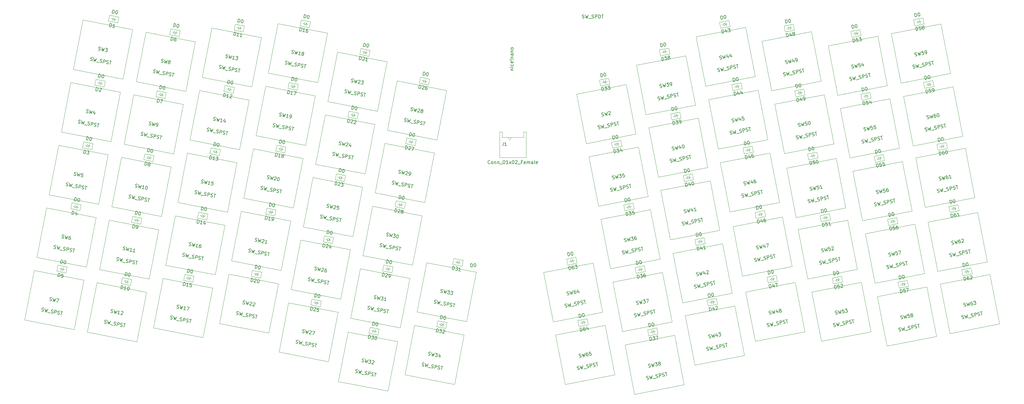
<source format=gbr>
%TF.GenerationSoftware,KiCad,Pcbnew,7.0.1-0*%
%TF.CreationDate,2024-04-27T23:40:22-07:00*%
%TF.ProjectId,swing-atreus,7377696e-672d-4617-9472-6575732e6b69,rev?*%
%TF.SameCoordinates,Original*%
%TF.FileFunction,AssemblyDrawing,Top*%
%FSLAX46Y46*%
G04 Gerber Fmt 4.6, Leading zero omitted, Abs format (unit mm)*
G04 Created by KiCad (PCBNEW 7.0.1-0) date 2024-04-27 23:40:22*
%MOMM*%
%LPD*%
G01*
G04 APERTURE LIST*
%ADD10C,0.150000*%
%ADD11C,0.100000*%
G04 APERTURE END LIST*
D10*
%TO.C,SW54*%
X314353986Y-82283259D02*
X314503305Y-82302745D01*
X314503305Y-82302745D02*
X314737026Y-82257314D01*
X314737026Y-82257314D02*
X314821428Y-82192398D01*
X314821428Y-82192398D02*
X314859086Y-82136567D01*
X314859086Y-82136567D02*
X314887658Y-82033993D01*
X314887658Y-82033993D02*
X314869485Y-81940505D01*
X314869485Y-81940505D02*
X314804569Y-81856102D01*
X314804569Y-81856102D02*
X314748739Y-81818444D01*
X314748739Y-81818444D02*
X314646164Y-81789873D01*
X314646164Y-81789873D02*
X314450101Y-81779473D01*
X314450101Y-81779473D02*
X314347527Y-81750901D01*
X314347527Y-81750901D02*
X314291697Y-81713243D01*
X314291697Y-81713243D02*
X314226780Y-81628841D01*
X314226780Y-81628841D02*
X314208608Y-81535353D01*
X314208608Y-81535353D02*
X314237180Y-81432778D01*
X314237180Y-81432778D02*
X314274838Y-81376948D01*
X314274838Y-81376948D02*
X314359240Y-81312031D01*
X314359240Y-81312031D02*
X314592961Y-81266601D01*
X314592961Y-81266601D02*
X314742279Y-81286086D01*
X315060402Y-81175739D02*
X315484932Y-82111936D01*
X315484932Y-82111936D02*
X315535617Y-81374429D01*
X315535617Y-81374429D02*
X315858885Y-82039247D01*
X315858885Y-82039247D02*
X315901797Y-81012189D01*
X316251011Y-82060046D02*
X316998917Y-81914668D01*
X317158635Y-81738090D02*
X317307954Y-81757576D01*
X317307954Y-81757576D02*
X317541675Y-81712145D01*
X317541675Y-81712145D02*
X317626077Y-81647229D01*
X317626077Y-81647229D02*
X317663735Y-81591399D01*
X317663735Y-81591399D02*
X317692307Y-81488824D01*
X317692307Y-81488824D02*
X317674135Y-81395336D01*
X317674135Y-81395336D02*
X317609218Y-81310934D01*
X317609218Y-81310934D02*
X317553388Y-81273276D01*
X317553388Y-81273276D02*
X317450813Y-81244704D01*
X317450813Y-81244704D02*
X317254751Y-81234304D01*
X317254751Y-81234304D02*
X317152176Y-81205732D01*
X317152176Y-81205732D02*
X317096346Y-81168074D01*
X317096346Y-81168074D02*
X317031429Y-81083672D01*
X317031429Y-81083672D02*
X317013257Y-80990184D01*
X317013257Y-80990184D02*
X317041829Y-80887610D01*
X317041829Y-80887610D02*
X317079487Y-80831779D01*
X317079487Y-80831779D02*
X317163889Y-80766863D01*
X317163889Y-80766863D02*
X317397610Y-80721432D01*
X317397610Y-80721432D02*
X317546929Y-80740918D01*
X318149349Y-81594026D02*
X317958540Y-80612398D01*
X317958540Y-80612398D02*
X318332493Y-80539709D01*
X318332493Y-80539709D02*
X318435067Y-80568281D01*
X318435067Y-80568281D02*
X318490898Y-80605939D01*
X318490898Y-80605939D02*
X318555814Y-80690341D01*
X318555814Y-80690341D02*
X318583073Y-80830574D01*
X318583073Y-80830574D02*
X318554501Y-80933148D01*
X318554501Y-80933148D02*
X318516843Y-80988978D01*
X318516843Y-80988978D02*
X318432441Y-81053895D01*
X318432441Y-81053895D02*
X318058487Y-81126584D01*
X319075146Y-81365559D02*
X319224464Y-81385044D01*
X319224464Y-81385044D02*
X319458185Y-81339614D01*
X319458185Y-81339614D02*
X319542587Y-81274697D01*
X319542587Y-81274697D02*
X319580245Y-81218867D01*
X319580245Y-81218867D02*
X319608817Y-81116292D01*
X319608817Y-81116292D02*
X319590645Y-81022804D01*
X319590645Y-81022804D02*
X319525728Y-80938402D01*
X319525728Y-80938402D02*
X319469898Y-80900744D01*
X319469898Y-80900744D02*
X319367324Y-80872172D01*
X319367324Y-80872172D02*
X319171261Y-80861772D01*
X319171261Y-80861772D02*
X319068686Y-80833201D01*
X319068686Y-80833201D02*
X319012856Y-80795543D01*
X319012856Y-80795543D02*
X318947940Y-80711140D01*
X318947940Y-80711140D02*
X318929767Y-80617652D01*
X318929767Y-80617652D02*
X318958339Y-80515078D01*
X318958339Y-80515078D02*
X318995997Y-80459247D01*
X318995997Y-80459247D02*
X319080399Y-80394331D01*
X319080399Y-80394331D02*
X319314120Y-80348900D01*
X319314120Y-80348900D02*
X319463439Y-80368386D01*
X319734818Y-80267125D02*
X320295747Y-80158091D01*
X320206092Y-81194235D02*
X320015283Y-80212608D01*
X314924875Y-78606781D02*
X315074194Y-78626267D01*
X315074194Y-78626267D02*
X315307915Y-78580836D01*
X315307915Y-78580836D02*
X315392317Y-78515920D01*
X315392317Y-78515920D02*
X315429975Y-78460089D01*
X315429975Y-78460089D02*
X315458547Y-78357515D01*
X315458547Y-78357515D02*
X315440375Y-78264027D01*
X315440375Y-78264027D02*
X315375458Y-78179625D01*
X315375458Y-78179625D02*
X315319628Y-78141967D01*
X315319628Y-78141967D02*
X315217053Y-78113395D01*
X315217053Y-78113395D02*
X315020991Y-78102995D01*
X315020991Y-78102995D02*
X314918416Y-78074423D01*
X314918416Y-78074423D02*
X314862586Y-78036765D01*
X314862586Y-78036765D02*
X314797669Y-77952363D01*
X314797669Y-77952363D02*
X314779497Y-77858875D01*
X314779497Y-77858875D02*
X314808069Y-77756300D01*
X314808069Y-77756300D02*
X314845727Y-77700470D01*
X314845727Y-77700470D02*
X314930129Y-77635554D01*
X314930129Y-77635554D02*
X315163850Y-77590123D01*
X315163850Y-77590123D02*
X315313169Y-77609609D01*
X315631292Y-77499261D02*
X316055821Y-78435458D01*
X316055821Y-78435458D02*
X316106506Y-77697951D01*
X316106506Y-77697951D02*
X316429775Y-78362769D01*
X316429775Y-78362769D02*
X316472686Y-77335711D01*
X317314081Y-77172160D02*
X316846639Y-77263022D01*
X316846639Y-77263022D02*
X316890757Y-77739549D01*
X316890757Y-77739549D02*
X316928415Y-77683719D01*
X316928415Y-77683719D02*
X317012817Y-77618803D01*
X317012817Y-77618803D02*
X317246538Y-77573372D01*
X317246538Y-77573372D02*
X317349112Y-77601944D01*
X317349112Y-77601944D02*
X317404942Y-77639602D01*
X317404942Y-77639602D02*
X317469859Y-77724004D01*
X317469859Y-77724004D02*
X317515289Y-77957725D01*
X317515289Y-77957725D02*
X317486718Y-78060299D01*
X317486718Y-78060299D02*
X317449060Y-78116130D01*
X317449060Y-78116130D02*
X317364657Y-78181046D01*
X317364657Y-78181046D02*
X317130937Y-78226477D01*
X317130937Y-78226477D02*
X317028362Y-78197905D01*
X317028362Y-78197905D02*
X316972532Y-78160247D01*
X318265823Y-77326733D02*
X318393029Y-77981151D01*
X317959413Y-76998210D02*
X317861984Y-77744803D01*
X317861984Y-77744803D02*
X318469658Y-77626683D01*
%TO.C,D39*%
X261518353Y-91323372D02*
X261327544Y-90341745D01*
X261327544Y-90341745D02*
X261561265Y-90296314D01*
X261561265Y-90296314D02*
X261710584Y-90315800D01*
X261710584Y-90315800D02*
X261822244Y-90391116D01*
X261822244Y-90391116D02*
X261887161Y-90475518D01*
X261887161Y-90475518D02*
X261970250Y-90653409D01*
X261970250Y-90653409D02*
X261997508Y-90793641D01*
X261997508Y-90793641D02*
X261987108Y-90989704D01*
X261987108Y-90989704D02*
X261958537Y-91092278D01*
X261958537Y-91092278D02*
X261883221Y-91203939D01*
X261883221Y-91203939D02*
X261752074Y-91277941D01*
X261752074Y-91277941D02*
X261518353Y-91323372D01*
X262496148Y-90114591D02*
X262589637Y-90096419D01*
X262589637Y-90096419D02*
X262692211Y-90124991D01*
X262692211Y-90124991D02*
X262748041Y-90162649D01*
X262748041Y-90162649D02*
X262812958Y-90247051D01*
X262812958Y-90247051D02*
X262896046Y-90424942D01*
X262896046Y-90424942D02*
X262941477Y-90658662D01*
X262941477Y-90658662D02*
X262931078Y-90854725D01*
X262931078Y-90854725D02*
X262902506Y-90957299D01*
X262902506Y-90957299D02*
X262864848Y-91013130D01*
X262864848Y-91013130D02*
X262780446Y-91078046D01*
X262780446Y-91078046D02*
X262686957Y-91096218D01*
X262686957Y-91096218D02*
X262584383Y-91067647D01*
X262584383Y-91067647D02*
X262528553Y-91029989D01*
X262528553Y-91029989D02*
X262463636Y-90945586D01*
X262463636Y-90945586D02*
X262380547Y-90767696D01*
X262380547Y-90767696D02*
X262335117Y-90533975D01*
X262335117Y-90533975D02*
X262345516Y-90337912D01*
X262345516Y-90337912D02*
X262374088Y-90235338D01*
X262374088Y-90235338D02*
X262411746Y-90179508D01*
X262411746Y-90179508D02*
X262496148Y-90114591D01*
X261833228Y-95438905D02*
X261642419Y-94457277D01*
X261642419Y-94457277D02*
X261876140Y-94411847D01*
X261876140Y-94411847D02*
X262025459Y-94431332D01*
X262025459Y-94431332D02*
X262137119Y-94506648D01*
X262137119Y-94506648D02*
X262202036Y-94591051D01*
X262202036Y-94591051D02*
X262285125Y-94768941D01*
X262285125Y-94768941D02*
X262312383Y-94909174D01*
X262312383Y-94909174D02*
X262301983Y-95105236D01*
X262301983Y-95105236D02*
X262273412Y-95207811D01*
X262273412Y-95207811D02*
X262198096Y-95319471D01*
X262198096Y-95319471D02*
X262066949Y-95393474D01*
X262066949Y-95393474D02*
X261833228Y-95438905D01*
X262530558Y-94284641D02*
X263138232Y-94166521D01*
X263138232Y-94166521D02*
X262883712Y-94604077D01*
X262883712Y-94604077D02*
X263023945Y-94576819D01*
X263023945Y-94576819D02*
X263126519Y-94605390D01*
X263126519Y-94605390D02*
X263182350Y-94643048D01*
X263182350Y-94643048D02*
X263247266Y-94727451D01*
X263247266Y-94727451D02*
X263292697Y-94961171D01*
X263292697Y-94961171D02*
X263264125Y-95063746D01*
X263264125Y-95063746D02*
X263226467Y-95119576D01*
X263226467Y-95119576D02*
X263142065Y-95184493D01*
X263142065Y-95184493D02*
X262861600Y-95239009D01*
X262861600Y-95239009D02*
X262759025Y-95210438D01*
X262759025Y-95210438D02*
X262703195Y-95172780D01*
X263796483Y-95057287D02*
X263983459Y-95020942D01*
X263983459Y-95020942D02*
X264067862Y-94956026D01*
X264067862Y-94956026D02*
X264105520Y-94900195D01*
X264105520Y-94900195D02*
X264171750Y-94741791D01*
X264171750Y-94741791D02*
X264182149Y-94545728D01*
X264182149Y-94545728D02*
X264109460Y-94171775D01*
X264109460Y-94171775D02*
X264044544Y-94087372D01*
X264044544Y-94087372D02*
X263988713Y-94049714D01*
X263988713Y-94049714D02*
X263886139Y-94021143D01*
X263886139Y-94021143D02*
X263699162Y-94057487D01*
X263699162Y-94057487D02*
X263614760Y-94122404D01*
X263614760Y-94122404D02*
X263577102Y-94178234D01*
X263577102Y-94178234D02*
X263548530Y-94280808D01*
X263548530Y-94280808D02*
X263593961Y-94514529D01*
X263593961Y-94514529D02*
X263658877Y-94598931D01*
X263658877Y-94598931D02*
X263714708Y-94636589D01*
X263714708Y-94636589D02*
X263817282Y-94665161D01*
X263817282Y-94665161D02*
X264004259Y-94628817D01*
X264004259Y-94628817D02*
X264088661Y-94563900D01*
X264088661Y-94563900D02*
X264126319Y-94508070D01*
X264126319Y-94508070D02*
X264154891Y-94405495D01*
%TO.C,D41*%
X268743353Y-128773372D02*
X268552544Y-127791745D01*
X268552544Y-127791745D02*
X268786265Y-127746314D01*
X268786265Y-127746314D02*
X268935584Y-127765800D01*
X268935584Y-127765800D02*
X269047244Y-127841116D01*
X269047244Y-127841116D02*
X269112161Y-127925518D01*
X269112161Y-127925518D02*
X269195250Y-128103409D01*
X269195250Y-128103409D02*
X269222508Y-128243641D01*
X269222508Y-128243641D02*
X269212108Y-128439704D01*
X269212108Y-128439704D02*
X269183537Y-128542278D01*
X269183537Y-128542278D02*
X269108221Y-128653939D01*
X269108221Y-128653939D02*
X268977074Y-128727941D01*
X268977074Y-128727941D02*
X268743353Y-128773372D01*
X269721148Y-127564591D02*
X269814637Y-127546419D01*
X269814637Y-127546419D02*
X269917211Y-127574991D01*
X269917211Y-127574991D02*
X269973041Y-127612649D01*
X269973041Y-127612649D02*
X270037958Y-127697051D01*
X270037958Y-127697051D02*
X270121046Y-127874942D01*
X270121046Y-127874942D02*
X270166477Y-128108662D01*
X270166477Y-128108662D02*
X270156078Y-128304725D01*
X270156078Y-128304725D02*
X270127506Y-128407299D01*
X270127506Y-128407299D02*
X270089848Y-128463130D01*
X270089848Y-128463130D02*
X270005446Y-128528046D01*
X270005446Y-128528046D02*
X269911957Y-128546218D01*
X269911957Y-128546218D02*
X269809383Y-128517647D01*
X269809383Y-128517647D02*
X269753553Y-128479989D01*
X269753553Y-128479989D02*
X269688636Y-128395586D01*
X269688636Y-128395586D02*
X269605547Y-128217696D01*
X269605547Y-128217696D02*
X269560117Y-127983975D01*
X269560117Y-127983975D02*
X269570516Y-127787912D01*
X269570516Y-127787912D02*
X269599088Y-127685338D01*
X269599088Y-127685338D02*
X269636746Y-127629508D01*
X269636746Y-127629508D02*
X269721148Y-127564591D01*
X269058228Y-132888905D02*
X268867419Y-131907277D01*
X268867419Y-131907277D02*
X269101140Y-131861847D01*
X269101140Y-131861847D02*
X269250459Y-131881332D01*
X269250459Y-131881332D02*
X269362119Y-131956648D01*
X269362119Y-131956648D02*
X269427036Y-132041051D01*
X269427036Y-132041051D02*
X269510125Y-132218941D01*
X269510125Y-132218941D02*
X269537383Y-132359174D01*
X269537383Y-132359174D02*
X269526983Y-132555236D01*
X269526983Y-132555236D02*
X269498412Y-132657811D01*
X269498412Y-132657811D02*
X269423096Y-132769471D01*
X269423096Y-132769471D02*
X269291949Y-132843474D01*
X269291949Y-132843474D02*
X269058228Y-132888905D01*
X270333347Y-131961902D02*
X270460553Y-132616320D01*
X270026937Y-131633380D02*
X269929508Y-132379973D01*
X269929508Y-132379973D02*
X270537182Y-132261853D01*
X271488924Y-132416425D02*
X270927995Y-132525459D01*
X271208459Y-132470942D02*
X271017650Y-131489315D01*
X271017650Y-131489315D02*
X270951421Y-131647720D01*
X270951421Y-131647720D02*
X270876105Y-131759380D01*
X270876105Y-131759380D02*
X270791702Y-131824297D01*
%TO.C,D42*%
X272343353Y-146798372D02*
X272152544Y-145816745D01*
X272152544Y-145816745D02*
X272386265Y-145771314D01*
X272386265Y-145771314D02*
X272535584Y-145790800D01*
X272535584Y-145790800D02*
X272647244Y-145866116D01*
X272647244Y-145866116D02*
X272712161Y-145950518D01*
X272712161Y-145950518D02*
X272795250Y-146128409D01*
X272795250Y-146128409D02*
X272822508Y-146268641D01*
X272822508Y-146268641D02*
X272812108Y-146464704D01*
X272812108Y-146464704D02*
X272783537Y-146567278D01*
X272783537Y-146567278D02*
X272708221Y-146678939D01*
X272708221Y-146678939D02*
X272577074Y-146752941D01*
X272577074Y-146752941D02*
X272343353Y-146798372D01*
X273321148Y-145589591D02*
X273414637Y-145571419D01*
X273414637Y-145571419D02*
X273517211Y-145599991D01*
X273517211Y-145599991D02*
X273573041Y-145637649D01*
X273573041Y-145637649D02*
X273637958Y-145722051D01*
X273637958Y-145722051D02*
X273721046Y-145899942D01*
X273721046Y-145899942D02*
X273766477Y-146133662D01*
X273766477Y-146133662D02*
X273756078Y-146329725D01*
X273756078Y-146329725D02*
X273727506Y-146432299D01*
X273727506Y-146432299D02*
X273689848Y-146488130D01*
X273689848Y-146488130D02*
X273605446Y-146553046D01*
X273605446Y-146553046D02*
X273511957Y-146571218D01*
X273511957Y-146571218D02*
X273409383Y-146542647D01*
X273409383Y-146542647D02*
X273353553Y-146504989D01*
X273353553Y-146504989D02*
X273288636Y-146420586D01*
X273288636Y-146420586D02*
X273205547Y-146242696D01*
X273205547Y-146242696D02*
X273160117Y-146008975D01*
X273160117Y-146008975D02*
X273170516Y-145812912D01*
X273170516Y-145812912D02*
X273199088Y-145710338D01*
X273199088Y-145710338D02*
X273236746Y-145654508D01*
X273236746Y-145654508D02*
X273321148Y-145589591D01*
X272658228Y-150913905D02*
X272467419Y-149932277D01*
X272467419Y-149932277D02*
X272701140Y-149886847D01*
X272701140Y-149886847D02*
X272850459Y-149906332D01*
X272850459Y-149906332D02*
X272962119Y-149981648D01*
X272962119Y-149981648D02*
X273027036Y-150066051D01*
X273027036Y-150066051D02*
X273110125Y-150243941D01*
X273110125Y-150243941D02*
X273137383Y-150384174D01*
X273137383Y-150384174D02*
X273126983Y-150580236D01*
X273126983Y-150580236D02*
X273098412Y-150682811D01*
X273098412Y-150682811D02*
X273023096Y-150794471D01*
X273023096Y-150794471D02*
X272891949Y-150868474D01*
X272891949Y-150868474D02*
X272658228Y-150913905D01*
X273933347Y-149986902D02*
X274060553Y-150641320D01*
X273626937Y-149658380D02*
X273529508Y-150404973D01*
X273529508Y-150404973D02*
X274137182Y-150286853D01*
X274355358Y-149662320D02*
X274393016Y-149606490D01*
X274393016Y-149606490D02*
X274477418Y-149541573D01*
X274477418Y-149541573D02*
X274711139Y-149496143D01*
X274711139Y-149496143D02*
X274813713Y-149524714D01*
X274813713Y-149524714D02*
X274869544Y-149562372D01*
X274869544Y-149562372D02*
X274934460Y-149646775D01*
X274934460Y-149646775D02*
X274952632Y-149740263D01*
X274952632Y-149740263D02*
X274933147Y-149889581D01*
X274933147Y-149889581D02*
X274481250Y-150559545D01*
X274481250Y-150559545D02*
X275088924Y-150441425D01*
%TO.C,D43*%
X276068353Y-64073372D02*
X275877544Y-63091745D01*
X275877544Y-63091745D02*
X276111265Y-63046314D01*
X276111265Y-63046314D02*
X276260584Y-63065800D01*
X276260584Y-63065800D02*
X276372244Y-63141116D01*
X276372244Y-63141116D02*
X276437161Y-63225518D01*
X276437161Y-63225518D02*
X276520250Y-63403409D01*
X276520250Y-63403409D02*
X276547508Y-63543641D01*
X276547508Y-63543641D02*
X276537108Y-63739704D01*
X276537108Y-63739704D02*
X276508537Y-63842278D01*
X276508537Y-63842278D02*
X276433221Y-63953939D01*
X276433221Y-63953939D02*
X276302074Y-64027941D01*
X276302074Y-64027941D02*
X276068353Y-64073372D01*
X277046148Y-62864591D02*
X277139637Y-62846419D01*
X277139637Y-62846419D02*
X277242211Y-62874991D01*
X277242211Y-62874991D02*
X277298041Y-62912649D01*
X277298041Y-62912649D02*
X277362958Y-62997051D01*
X277362958Y-62997051D02*
X277446046Y-63174942D01*
X277446046Y-63174942D02*
X277491477Y-63408662D01*
X277491477Y-63408662D02*
X277481078Y-63604725D01*
X277481078Y-63604725D02*
X277452506Y-63707299D01*
X277452506Y-63707299D02*
X277414848Y-63763130D01*
X277414848Y-63763130D02*
X277330446Y-63828046D01*
X277330446Y-63828046D02*
X277236957Y-63846218D01*
X277236957Y-63846218D02*
X277134383Y-63817647D01*
X277134383Y-63817647D02*
X277078553Y-63779989D01*
X277078553Y-63779989D02*
X277013636Y-63695586D01*
X277013636Y-63695586D02*
X276930547Y-63517696D01*
X276930547Y-63517696D02*
X276885117Y-63283975D01*
X276885117Y-63283975D02*
X276895516Y-63087912D01*
X276895516Y-63087912D02*
X276924088Y-62985338D01*
X276924088Y-62985338D02*
X276961746Y-62929508D01*
X276961746Y-62929508D02*
X277046148Y-62864591D01*
X276383228Y-68188905D02*
X276192419Y-67207277D01*
X276192419Y-67207277D02*
X276426140Y-67161847D01*
X276426140Y-67161847D02*
X276575459Y-67181332D01*
X276575459Y-67181332D02*
X276687119Y-67256648D01*
X276687119Y-67256648D02*
X276752036Y-67341051D01*
X276752036Y-67341051D02*
X276835125Y-67518941D01*
X276835125Y-67518941D02*
X276862383Y-67659174D01*
X276862383Y-67659174D02*
X276851983Y-67855236D01*
X276851983Y-67855236D02*
X276823412Y-67957811D01*
X276823412Y-67957811D02*
X276748096Y-68069471D01*
X276748096Y-68069471D02*
X276616949Y-68143474D01*
X276616949Y-68143474D02*
X276383228Y-68188905D01*
X277658347Y-67261902D02*
X277785553Y-67916320D01*
X277351937Y-66933380D02*
X277254508Y-67679973D01*
X277254508Y-67679973D02*
X277862182Y-67561853D01*
X278015441Y-66852918D02*
X278623115Y-66734798D01*
X278623115Y-66734798D02*
X278368595Y-67172354D01*
X278368595Y-67172354D02*
X278508828Y-67145096D01*
X278508828Y-67145096D02*
X278611402Y-67173668D01*
X278611402Y-67173668D02*
X278667233Y-67211326D01*
X278667233Y-67211326D02*
X278732149Y-67295728D01*
X278732149Y-67295728D02*
X278777580Y-67529449D01*
X278777580Y-67529449D02*
X278749008Y-67632023D01*
X278749008Y-67632023D02*
X278711350Y-67687853D01*
X278711350Y-67687853D02*
X278626948Y-67752770D01*
X278626948Y-67752770D02*
X278346483Y-67807287D01*
X278346483Y-67807287D02*
X278243908Y-67778715D01*
X278243908Y-67778715D02*
X278188078Y-67741057D01*
%TO.C,D44*%
X279693353Y-82598372D02*
X279502544Y-81616745D01*
X279502544Y-81616745D02*
X279736265Y-81571314D01*
X279736265Y-81571314D02*
X279885584Y-81590800D01*
X279885584Y-81590800D02*
X279997244Y-81666116D01*
X279997244Y-81666116D02*
X280062161Y-81750518D01*
X280062161Y-81750518D02*
X280145250Y-81928409D01*
X280145250Y-81928409D02*
X280172508Y-82068641D01*
X280172508Y-82068641D02*
X280162108Y-82264704D01*
X280162108Y-82264704D02*
X280133537Y-82367278D01*
X280133537Y-82367278D02*
X280058221Y-82478939D01*
X280058221Y-82478939D02*
X279927074Y-82552941D01*
X279927074Y-82552941D02*
X279693353Y-82598372D01*
X280671148Y-81389591D02*
X280764637Y-81371419D01*
X280764637Y-81371419D02*
X280867211Y-81399991D01*
X280867211Y-81399991D02*
X280923041Y-81437649D01*
X280923041Y-81437649D02*
X280987958Y-81522051D01*
X280987958Y-81522051D02*
X281071046Y-81699942D01*
X281071046Y-81699942D02*
X281116477Y-81933662D01*
X281116477Y-81933662D02*
X281106078Y-82129725D01*
X281106078Y-82129725D02*
X281077506Y-82232299D01*
X281077506Y-82232299D02*
X281039848Y-82288130D01*
X281039848Y-82288130D02*
X280955446Y-82353046D01*
X280955446Y-82353046D02*
X280861957Y-82371218D01*
X280861957Y-82371218D02*
X280759383Y-82342647D01*
X280759383Y-82342647D02*
X280703553Y-82304989D01*
X280703553Y-82304989D02*
X280638636Y-82220586D01*
X280638636Y-82220586D02*
X280555547Y-82042696D01*
X280555547Y-82042696D02*
X280510117Y-81808975D01*
X280510117Y-81808975D02*
X280520516Y-81612912D01*
X280520516Y-81612912D02*
X280549088Y-81510338D01*
X280549088Y-81510338D02*
X280586746Y-81454508D01*
X280586746Y-81454508D02*
X280671148Y-81389591D01*
X280008228Y-86713905D02*
X279817419Y-85732277D01*
X279817419Y-85732277D02*
X280051140Y-85686847D01*
X280051140Y-85686847D02*
X280200459Y-85706332D01*
X280200459Y-85706332D02*
X280312119Y-85781648D01*
X280312119Y-85781648D02*
X280377036Y-85866051D01*
X280377036Y-85866051D02*
X280460125Y-86043941D01*
X280460125Y-86043941D02*
X280487383Y-86184174D01*
X280487383Y-86184174D02*
X280476983Y-86380236D01*
X280476983Y-86380236D02*
X280448412Y-86482811D01*
X280448412Y-86482811D02*
X280373096Y-86594471D01*
X280373096Y-86594471D02*
X280241949Y-86668474D01*
X280241949Y-86668474D02*
X280008228Y-86713905D01*
X281283347Y-85786902D02*
X281410553Y-86441320D01*
X280976937Y-85458380D02*
X280879508Y-86204973D01*
X280879508Y-86204973D02*
X281487182Y-86086853D01*
X282218230Y-85605179D02*
X282345436Y-86259597D01*
X281911820Y-85276657D02*
X281814392Y-86023250D01*
X281814392Y-86023250D02*
X282422066Y-85905130D01*
%TO.C,D45*%
X283043353Y-101523372D02*
X282852544Y-100541745D01*
X282852544Y-100541745D02*
X283086265Y-100496314D01*
X283086265Y-100496314D02*
X283235584Y-100515800D01*
X283235584Y-100515800D02*
X283347244Y-100591116D01*
X283347244Y-100591116D02*
X283412161Y-100675518D01*
X283412161Y-100675518D02*
X283495250Y-100853409D01*
X283495250Y-100853409D02*
X283522508Y-100993641D01*
X283522508Y-100993641D02*
X283512108Y-101189704D01*
X283512108Y-101189704D02*
X283483537Y-101292278D01*
X283483537Y-101292278D02*
X283408221Y-101403939D01*
X283408221Y-101403939D02*
X283277074Y-101477941D01*
X283277074Y-101477941D02*
X283043353Y-101523372D01*
X284021148Y-100314591D02*
X284114637Y-100296419D01*
X284114637Y-100296419D02*
X284217211Y-100324991D01*
X284217211Y-100324991D02*
X284273041Y-100362649D01*
X284273041Y-100362649D02*
X284337958Y-100447051D01*
X284337958Y-100447051D02*
X284421046Y-100624942D01*
X284421046Y-100624942D02*
X284466477Y-100858662D01*
X284466477Y-100858662D02*
X284456078Y-101054725D01*
X284456078Y-101054725D02*
X284427506Y-101157299D01*
X284427506Y-101157299D02*
X284389848Y-101213130D01*
X284389848Y-101213130D02*
X284305446Y-101278046D01*
X284305446Y-101278046D02*
X284211957Y-101296218D01*
X284211957Y-101296218D02*
X284109383Y-101267647D01*
X284109383Y-101267647D02*
X284053553Y-101229989D01*
X284053553Y-101229989D02*
X283988636Y-101145586D01*
X283988636Y-101145586D02*
X283905547Y-100967696D01*
X283905547Y-100967696D02*
X283860117Y-100733975D01*
X283860117Y-100733975D02*
X283870516Y-100537912D01*
X283870516Y-100537912D02*
X283899088Y-100435338D01*
X283899088Y-100435338D02*
X283936746Y-100379508D01*
X283936746Y-100379508D02*
X284021148Y-100314591D01*
X283358228Y-105638905D02*
X283167419Y-104657277D01*
X283167419Y-104657277D02*
X283401140Y-104611847D01*
X283401140Y-104611847D02*
X283550459Y-104631332D01*
X283550459Y-104631332D02*
X283662119Y-104706648D01*
X283662119Y-104706648D02*
X283727036Y-104791051D01*
X283727036Y-104791051D02*
X283810125Y-104968941D01*
X283810125Y-104968941D02*
X283837383Y-105109174D01*
X283837383Y-105109174D02*
X283826983Y-105305236D01*
X283826983Y-105305236D02*
X283798412Y-105407811D01*
X283798412Y-105407811D02*
X283723096Y-105519471D01*
X283723096Y-105519471D02*
X283591949Y-105593474D01*
X283591949Y-105593474D02*
X283358228Y-105638905D01*
X284633347Y-104711902D02*
X284760553Y-105366320D01*
X284326937Y-104383380D02*
X284229508Y-105129973D01*
X284229508Y-105129973D02*
X284837182Y-105011853D01*
X285551371Y-104193884D02*
X285083930Y-104284746D01*
X285083930Y-104284746D02*
X285128047Y-104761273D01*
X285128047Y-104761273D02*
X285165705Y-104705443D01*
X285165705Y-104705443D02*
X285250107Y-104640526D01*
X285250107Y-104640526D02*
X285483828Y-104595096D01*
X285483828Y-104595096D02*
X285586402Y-104623668D01*
X285586402Y-104623668D02*
X285642233Y-104661326D01*
X285642233Y-104661326D02*
X285707149Y-104745728D01*
X285707149Y-104745728D02*
X285752580Y-104979449D01*
X285752580Y-104979449D02*
X285724008Y-105082023D01*
X285724008Y-105082023D02*
X285686350Y-105137853D01*
X285686350Y-105137853D02*
X285601948Y-105202770D01*
X285601948Y-105202770D02*
X285368227Y-105248200D01*
X285368227Y-105248200D02*
X285265653Y-105219629D01*
X285265653Y-105219629D02*
X285209822Y-105181971D01*
%TO.C,D46*%
X286643353Y-120673372D02*
X286452544Y-119691745D01*
X286452544Y-119691745D02*
X286686265Y-119646314D01*
X286686265Y-119646314D02*
X286835584Y-119665800D01*
X286835584Y-119665800D02*
X286947244Y-119741116D01*
X286947244Y-119741116D02*
X287012161Y-119825518D01*
X287012161Y-119825518D02*
X287095250Y-120003409D01*
X287095250Y-120003409D02*
X287122508Y-120143641D01*
X287122508Y-120143641D02*
X287112108Y-120339704D01*
X287112108Y-120339704D02*
X287083537Y-120442278D01*
X287083537Y-120442278D02*
X287008221Y-120553939D01*
X287008221Y-120553939D02*
X286877074Y-120627941D01*
X286877074Y-120627941D02*
X286643353Y-120673372D01*
X287621148Y-119464591D02*
X287714637Y-119446419D01*
X287714637Y-119446419D02*
X287817211Y-119474991D01*
X287817211Y-119474991D02*
X287873041Y-119512649D01*
X287873041Y-119512649D02*
X287937958Y-119597051D01*
X287937958Y-119597051D02*
X288021046Y-119774942D01*
X288021046Y-119774942D02*
X288066477Y-120008662D01*
X288066477Y-120008662D02*
X288056078Y-120204725D01*
X288056078Y-120204725D02*
X288027506Y-120307299D01*
X288027506Y-120307299D02*
X287989848Y-120363130D01*
X287989848Y-120363130D02*
X287905446Y-120428046D01*
X287905446Y-120428046D02*
X287811957Y-120446218D01*
X287811957Y-120446218D02*
X287709383Y-120417647D01*
X287709383Y-120417647D02*
X287653553Y-120379989D01*
X287653553Y-120379989D02*
X287588636Y-120295586D01*
X287588636Y-120295586D02*
X287505547Y-120117696D01*
X287505547Y-120117696D02*
X287460117Y-119883975D01*
X287460117Y-119883975D02*
X287470516Y-119687912D01*
X287470516Y-119687912D02*
X287499088Y-119585338D01*
X287499088Y-119585338D02*
X287536746Y-119529508D01*
X287536746Y-119529508D02*
X287621148Y-119464591D01*
X286958228Y-124788905D02*
X286767419Y-123807277D01*
X286767419Y-123807277D02*
X287001140Y-123761847D01*
X287001140Y-123761847D02*
X287150459Y-123781332D01*
X287150459Y-123781332D02*
X287262119Y-123856648D01*
X287262119Y-123856648D02*
X287327036Y-123941051D01*
X287327036Y-123941051D02*
X287410125Y-124118941D01*
X287410125Y-124118941D02*
X287437383Y-124259174D01*
X287437383Y-124259174D02*
X287426983Y-124455236D01*
X287426983Y-124455236D02*
X287398412Y-124557811D01*
X287398412Y-124557811D02*
X287323096Y-124669471D01*
X287323096Y-124669471D02*
X287191949Y-124743474D01*
X287191949Y-124743474D02*
X286958228Y-124788905D01*
X288233347Y-123861902D02*
X288360553Y-124516320D01*
X287926937Y-123533380D02*
X287829508Y-124279973D01*
X287829508Y-124279973D02*
X288437182Y-124161853D01*
X289104627Y-123352970D02*
X288917650Y-123389315D01*
X288917650Y-123389315D02*
X288833248Y-123454231D01*
X288833248Y-123454231D02*
X288795590Y-123510062D01*
X288795590Y-123510062D02*
X288729360Y-123668466D01*
X288729360Y-123668466D02*
X288718961Y-123864529D01*
X288718961Y-123864529D02*
X288791650Y-124238482D01*
X288791650Y-124238482D02*
X288856566Y-124322884D01*
X288856566Y-124322884D02*
X288912397Y-124360542D01*
X288912397Y-124360542D02*
X289014971Y-124389114D01*
X289014971Y-124389114D02*
X289201948Y-124352770D01*
X289201948Y-124352770D02*
X289286350Y-124287853D01*
X289286350Y-124287853D02*
X289324008Y-124232023D01*
X289324008Y-124232023D02*
X289352580Y-124129449D01*
X289352580Y-124129449D02*
X289307149Y-123895728D01*
X289307149Y-123895728D02*
X289242233Y-123811326D01*
X289242233Y-123811326D02*
X289186402Y-123773668D01*
X289186402Y-123773668D02*
X289083828Y-123745096D01*
X289083828Y-123745096D02*
X288896851Y-123781440D01*
X288896851Y-123781440D02*
X288812449Y-123846357D01*
X288812449Y-123846357D02*
X288774791Y-123902187D01*
X288774791Y-123902187D02*
X288746219Y-124004762D01*
%TO.C,D47*%
X290143353Y-139973372D02*
X289952544Y-138991745D01*
X289952544Y-138991745D02*
X290186265Y-138946314D01*
X290186265Y-138946314D02*
X290335584Y-138965800D01*
X290335584Y-138965800D02*
X290447244Y-139041116D01*
X290447244Y-139041116D02*
X290512161Y-139125518D01*
X290512161Y-139125518D02*
X290595250Y-139303409D01*
X290595250Y-139303409D02*
X290622508Y-139443641D01*
X290622508Y-139443641D02*
X290612108Y-139639704D01*
X290612108Y-139639704D02*
X290583537Y-139742278D01*
X290583537Y-139742278D02*
X290508221Y-139853939D01*
X290508221Y-139853939D02*
X290377074Y-139927941D01*
X290377074Y-139927941D02*
X290143353Y-139973372D01*
X291121148Y-138764591D02*
X291214637Y-138746419D01*
X291214637Y-138746419D02*
X291317211Y-138774991D01*
X291317211Y-138774991D02*
X291373041Y-138812649D01*
X291373041Y-138812649D02*
X291437958Y-138897051D01*
X291437958Y-138897051D02*
X291521046Y-139074942D01*
X291521046Y-139074942D02*
X291566477Y-139308662D01*
X291566477Y-139308662D02*
X291556078Y-139504725D01*
X291556078Y-139504725D02*
X291527506Y-139607299D01*
X291527506Y-139607299D02*
X291489848Y-139663130D01*
X291489848Y-139663130D02*
X291405446Y-139728046D01*
X291405446Y-139728046D02*
X291311957Y-139746218D01*
X291311957Y-139746218D02*
X291209383Y-139717647D01*
X291209383Y-139717647D02*
X291153553Y-139679989D01*
X291153553Y-139679989D02*
X291088636Y-139595586D01*
X291088636Y-139595586D02*
X291005547Y-139417696D01*
X291005547Y-139417696D02*
X290960117Y-139183975D01*
X290960117Y-139183975D02*
X290970516Y-138987912D01*
X290970516Y-138987912D02*
X290999088Y-138885338D01*
X290999088Y-138885338D02*
X291036746Y-138829508D01*
X291036746Y-138829508D02*
X291121148Y-138764591D01*
X290458228Y-144088905D02*
X290267419Y-143107277D01*
X290267419Y-143107277D02*
X290501140Y-143061847D01*
X290501140Y-143061847D02*
X290650459Y-143081332D01*
X290650459Y-143081332D02*
X290762119Y-143156648D01*
X290762119Y-143156648D02*
X290827036Y-143241051D01*
X290827036Y-143241051D02*
X290910125Y-143418941D01*
X290910125Y-143418941D02*
X290937383Y-143559174D01*
X290937383Y-143559174D02*
X290926983Y-143755236D01*
X290926983Y-143755236D02*
X290898412Y-143857811D01*
X290898412Y-143857811D02*
X290823096Y-143969471D01*
X290823096Y-143969471D02*
X290691949Y-144043474D01*
X290691949Y-144043474D02*
X290458228Y-144088905D01*
X291733347Y-143161902D02*
X291860553Y-143816320D01*
X291426937Y-142833380D02*
X291329508Y-143579973D01*
X291329508Y-143579973D02*
X291937182Y-143461853D01*
X292090441Y-142752918D02*
X292744860Y-142625712D01*
X292744860Y-142625712D02*
X292514971Y-143689114D01*
%TO.C,D48*%
X295243353Y-65198372D02*
X295052544Y-64216745D01*
X295052544Y-64216745D02*
X295286265Y-64171314D01*
X295286265Y-64171314D02*
X295435584Y-64190800D01*
X295435584Y-64190800D02*
X295547244Y-64266116D01*
X295547244Y-64266116D02*
X295612161Y-64350518D01*
X295612161Y-64350518D02*
X295695250Y-64528409D01*
X295695250Y-64528409D02*
X295722508Y-64668641D01*
X295722508Y-64668641D02*
X295712108Y-64864704D01*
X295712108Y-64864704D02*
X295683537Y-64967278D01*
X295683537Y-64967278D02*
X295608221Y-65078939D01*
X295608221Y-65078939D02*
X295477074Y-65152941D01*
X295477074Y-65152941D02*
X295243353Y-65198372D01*
X296221148Y-63989591D02*
X296314637Y-63971419D01*
X296314637Y-63971419D02*
X296417211Y-63999991D01*
X296417211Y-63999991D02*
X296473041Y-64037649D01*
X296473041Y-64037649D02*
X296537958Y-64122051D01*
X296537958Y-64122051D02*
X296621046Y-64299942D01*
X296621046Y-64299942D02*
X296666477Y-64533662D01*
X296666477Y-64533662D02*
X296656078Y-64729725D01*
X296656078Y-64729725D02*
X296627506Y-64832299D01*
X296627506Y-64832299D02*
X296589848Y-64888130D01*
X296589848Y-64888130D02*
X296505446Y-64953046D01*
X296505446Y-64953046D02*
X296411957Y-64971218D01*
X296411957Y-64971218D02*
X296309383Y-64942647D01*
X296309383Y-64942647D02*
X296253553Y-64904989D01*
X296253553Y-64904989D02*
X296188636Y-64820586D01*
X296188636Y-64820586D02*
X296105547Y-64642696D01*
X296105547Y-64642696D02*
X296060117Y-64408975D01*
X296060117Y-64408975D02*
X296070516Y-64212912D01*
X296070516Y-64212912D02*
X296099088Y-64110338D01*
X296099088Y-64110338D02*
X296136746Y-64054508D01*
X296136746Y-64054508D02*
X296221148Y-63989591D01*
X295558228Y-69313905D02*
X295367419Y-68332277D01*
X295367419Y-68332277D02*
X295601140Y-68286847D01*
X295601140Y-68286847D02*
X295750459Y-68306332D01*
X295750459Y-68306332D02*
X295862119Y-68381648D01*
X295862119Y-68381648D02*
X295927036Y-68466051D01*
X295927036Y-68466051D02*
X296010125Y-68643941D01*
X296010125Y-68643941D02*
X296037383Y-68784174D01*
X296037383Y-68784174D02*
X296026983Y-68980236D01*
X296026983Y-68980236D02*
X295998412Y-69082811D01*
X295998412Y-69082811D02*
X295923096Y-69194471D01*
X295923096Y-69194471D02*
X295791949Y-69268474D01*
X295791949Y-69268474D02*
X295558228Y-69313905D01*
X296833347Y-68386902D02*
X296960553Y-69041320D01*
X296526937Y-68058380D02*
X296429508Y-68804973D01*
X296429508Y-68804973D02*
X297037182Y-68686853D01*
X297505937Y-68353184D02*
X297403363Y-68324613D01*
X297403363Y-68324613D02*
X297347533Y-68286955D01*
X297347533Y-68286955D02*
X297282616Y-68202552D01*
X297282616Y-68202552D02*
X297273530Y-68155808D01*
X297273530Y-68155808D02*
X297302102Y-68053234D01*
X297302102Y-68053234D02*
X297339760Y-67997404D01*
X297339760Y-67997404D02*
X297424162Y-67932487D01*
X297424162Y-67932487D02*
X297611139Y-67896143D01*
X297611139Y-67896143D02*
X297713713Y-67924714D01*
X297713713Y-67924714D02*
X297769544Y-67962372D01*
X297769544Y-67962372D02*
X297834460Y-68046775D01*
X297834460Y-68046775D02*
X297843546Y-68093519D01*
X297843546Y-68093519D02*
X297814974Y-68196093D01*
X297814974Y-68196093D02*
X297777316Y-68251923D01*
X297777316Y-68251923D02*
X297692914Y-68316840D01*
X297692914Y-68316840D02*
X297505937Y-68353184D01*
X297505937Y-68353184D02*
X297421535Y-68418101D01*
X297421535Y-68418101D02*
X297383877Y-68473931D01*
X297383877Y-68473931D02*
X297355305Y-68576506D01*
X297355305Y-68576506D02*
X297391650Y-68763482D01*
X297391650Y-68763482D02*
X297456566Y-68847884D01*
X297456566Y-68847884D02*
X297512397Y-68885542D01*
X297512397Y-68885542D02*
X297614971Y-68914114D01*
X297614971Y-68914114D02*
X297801948Y-68877770D01*
X297801948Y-68877770D02*
X297886350Y-68812853D01*
X297886350Y-68812853D02*
X297924008Y-68757023D01*
X297924008Y-68757023D02*
X297952580Y-68654449D01*
X297952580Y-68654449D02*
X297916235Y-68467472D01*
X297916235Y-68467472D02*
X297851319Y-68383070D01*
X297851319Y-68383070D02*
X297795489Y-68345412D01*
X297795489Y-68345412D02*
X297692914Y-68316840D01*
%TO.C,D33*%
X240368353Y-81248372D02*
X240177544Y-80266745D01*
X240177544Y-80266745D02*
X240411265Y-80221314D01*
X240411265Y-80221314D02*
X240560584Y-80240800D01*
X240560584Y-80240800D02*
X240672244Y-80316116D01*
X240672244Y-80316116D02*
X240737161Y-80400518D01*
X240737161Y-80400518D02*
X240820250Y-80578409D01*
X240820250Y-80578409D02*
X240847508Y-80718641D01*
X240847508Y-80718641D02*
X240837108Y-80914704D01*
X240837108Y-80914704D02*
X240808537Y-81017278D01*
X240808537Y-81017278D02*
X240733221Y-81128939D01*
X240733221Y-81128939D02*
X240602074Y-81202941D01*
X240602074Y-81202941D02*
X240368353Y-81248372D01*
X241346148Y-80039591D02*
X241439637Y-80021419D01*
X241439637Y-80021419D02*
X241542211Y-80049991D01*
X241542211Y-80049991D02*
X241598041Y-80087649D01*
X241598041Y-80087649D02*
X241662958Y-80172051D01*
X241662958Y-80172051D02*
X241746046Y-80349942D01*
X241746046Y-80349942D02*
X241791477Y-80583662D01*
X241791477Y-80583662D02*
X241781078Y-80779725D01*
X241781078Y-80779725D02*
X241752506Y-80882299D01*
X241752506Y-80882299D02*
X241714848Y-80938130D01*
X241714848Y-80938130D02*
X241630446Y-81003046D01*
X241630446Y-81003046D02*
X241536957Y-81021218D01*
X241536957Y-81021218D02*
X241434383Y-80992647D01*
X241434383Y-80992647D02*
X241378553Y-80954989D01*
X241378553Y-80954989D02*
X241313636Y-80870586D01*
X241313636Y-80870586D02*
X241230547Y-80692696D01*
X241230547Y-80692696D02*
X241185117Y-80458975D01*
X241185117Y-80458975D02*
X241195516Y-80262912D01*
X241195516Y-80262912D02*
X241224088Y-80160338D01*
X241224088Y-80160338D02*
X241261746Y-80104508D01*
X241261746Y-80104508D02*
X241346148Y-80039591D01*
X240683228Y-85363905D02*
X240492419Y-84382277D01*
X240492419Y-84382277D02*
X240726140Y-84336847D01*
X240726140Y-84336847D02*
X240875459Y-84356332D01*
X240875459Y-84356332D02*
X240987119Y-84431648D01*
X240987119Y-84431648D02*
X241052036Y-84516051D01*
X241052036Y-84516051D02*
X241135125Y-84693941D01*
X241135125Y-84693941D02*
X241162383Y-84834174D01*
X241162383Y-84834174D02*
X241151983Y-85030236D01*
X241151983Y-85030236D02*
X241123412Y-85132811D01*
X241123412Y-85132811D02*
X241048096Y-85244471D01*
X241048096Y-85244471D02*
X240916949Y-85318474D01*
X240916949Y-85318474D02*
X240683228Y-85363905D01*
X241380558Y-84209641D02*
X241988232Y-84091521D01*
X241988232Y-84091521D02*
X241733712Y-84529077D01*
X241733712Y-84529077D02*
X241873945Y-84501819D01*
X241873945Y-84501819D02*
X241976519Y-84530390D01*
X241976519Y-84530390D02*
X242032350Y-84568048D01*
X242032350Y-84568048D02*
X242097266Y-84652451D01*
X242097266Y-84652451D02*
X242142697Y-84886171D01*
X242142697Y-84886171D02*
X242114125Y-84988746D01*
X242114125Y-84988746D02*
X242076467Y-85044576D01*
X242076467Y-85044576D02*
X241992065Y-85109493D01*
X241992065Y-85109493D02*
X241711600Y-85164009D01*
X241711600Y-85164009D02*
X241609025Y-85135438D01*
X241609025Y-85135438D02*
X241553195Y-85097780D01*
X242315441Y-84027918D02*
X242923115Y-83909798D01*
X242923115Y-83909798D02*
X242668595Y-84347354D01*
X242668595Y-84347354D02*
X242808828Y-84320096D01*
X242808828Y-84320096D02*
X242911402Y-84348668D01*
X242911402Y-84348668D02*
X242967233Y-84386326D01*
X242967233Y-84386326D02*
X243032149Y-84470728D01*
X243032149Y-84470728D02*
X243077580Y-84704449D01*
X243077580Y-84704449D02*
X243049008Y-84807023D01*
X243049008Y-84807023D02*
X243011350Y-84862853D01*
X243011350Y-84862853D02*
X242926948Y-84927770D01*
X242926948Y-84927770D02*
X242646483Y-84982287D01*
X242646483Y-84982287D02*
X242543908Y-84953715D01*
X242543908Y-84953715D02*
X242488078Y-84916057D01*
%TO.C,D50*%
X302193353Y-103248372D02*
X302002544Y-102266745D01*
X302002544Y-102266745D02*
X302236265Y-102221314D01*
X302236265Y-102221314D02*
X302385584Y-102240800D01*
X302385584Y-102240800D02*
X302497244Y-102316116D01*
X302497244Y-102316116D02*
X302562161Y-102400518D01*
X302562161Y-102400518D02*
X302645250Y-102578409D01*
X302645250Y-102578409D02*
X302672508Y-102718641D01*
X302672508Y-102718641D02*
X302662108Y-102914704D01*
X302662108Y-102914704D02*
X302633537Y-103017278D01*
X302633537Y-103017278D02*
X302558221Y-103128939D01*
X302558221Y-103128939D02*
X302427074Y-103202941D01*
X302427074Y-103202941D02*
X302193353Y-103248372D01*
X303171148Y-102039591D02*
X303264637Y-102021419D01*
X303264637Y-102021419D02*
X303367211Y-102049991D01*
X303367211Y-102049991D02*
X303423041Y-102087649D01*
X303423041Y-102087649D02*
X303487958Y-102172051D01*
X303487958Y-102172051D02*
X303571046Y-102349942D01*
X303571046Y-102349942D02*
X303616477Y-102583662D01*
X303616477Y-102583662D02*
X303606078Y-102779725D01*
X303606078Y-102779725D02*
X303577506Y-102882299D01*
X303577506Y-102882299D02*
X303539848Y-102938130D01*
X303539848Y-102938130D02*
X303455446Y-103003046D01*
X303455446Y-103003046D02*
X303361957Y-103021218D01*
X303361957Y-103021218D02*
X303259383Y-102992647D01*
X303259383Y-102992647D02*
X303203553Y-102954989D01*
X303203553Y-102954989D02*
X303138636Y-102870586D01*
X303138636Y-102870586D02*
X303055547Y-102692696D01*
X303055547Y-102692696D02*
X303010117Y-102458975D01*
X303010117Y-102458975D02*
X303020516Y-102262912D01*
X303020516Y-102262912D02*
X303049088Y-102160338D01*
X303049088Y-102160338D02*
X303086746Y-102104508D01*
X303086746Y-102104508D02*
X303171148Y-102039591D01*
X302508228Y-107363905D02*
X302317419Y-106382277D01*
X302317419Y-106382277D02*
X302551140Y-106336847D01*
X302551140Y-106336847D02*
X302700459Y-106356332D01*
X302700459Y-106356332D02*
X302812119Y-106431648D01*
X302812119Y-106431648D02*
X302877036Y-106516051D01*
X302877036Y-106516051D02*
X302960125Y-106693941D01*
X302960125Y-106693941D02*
X302987383Y-106834174D01*
X302987383Y-106834174D02*
X302976983Y-107030236D01*
X302976983Y-107030236D02*
X302948412Y-107132811D01*
X302948412Y-107132811D02*
X302873096Y-107244471D01*
X302873096Y-107244471D02*
X302741949Y-107318474D01*
X302741949Y-107318474D02*
X302508228Y-107363905D01*
X303766488Y-106100607D02*
X303299047Y-106191468D01*
X303299047Y-106191468D02*
X303343164Y-106667996D01*
X303343164Y-106667996D02*
X303380822Y-106612166D01*
X303380822Y-106612166D02*
X303465224Y-106547249D01*
X303465224Y-106547249D02*
X303698945Y-106501819D01*
X303698945Y-106501819D02*
X303801519Y-106530390D01*
X303801519Y-106530390D02*
X303857350Y-106568048D01*
X303857350Y-106568048D02*
X303922266Y-106652451D01*
X303922266Y-106652451D02*
X303967697Y-106886171D01*
X303967697Y-106886171D02*
X303939125Y-106988746D01*
X303939125Y-106988746D02*
X303901467Y-107044576D01*
X303901467Y-107044576D02*
X303817065Y-107109493D01*
X303817065Y-107109493D02*
X303583344Y-107154923D01*
X303583344Y-107154923D02*
X303480770Y-107126351D01*
X303480770Y-107126351D02*
X303424939Y-107088693D01*
X304420906Y-105973401D02*
X304514395Y-105955229D01*
X304514395Y-105955229D02*
X304616969Y-105983801D01*
X304616969Y-105983801D02*
X304672799Y-106021459D01*
X304672799Y-106021459D02*
X304737716Y-106105861D01*
X304737716Y-106105861D02*
X304820805Y-106283751D01*
X304820805Y-106283751D02*
X304866235Y-106517472D01*
X304866235Y-106517472D02*
X304855836Y-106713535D01*
X304855836Y-106713535D02*
X304827264Y-106816109D01*
X304827264Y-106816109D02*
X304789606Y-106871939D01*
X304789606Y-106871939D02*
X304705204Y-106936856D01*
X304705204Y-106936856D02*
X304611715Y-106955028D01*
X304611715Y-106955028D02*
X304509141Y-106926456D01*
X304509141Y-106926456D02*
X304453311Y-106888798D01*
X304453311Y-106888798D02*
X304388394Y-106804396D01*
X304388394Y-106804396D02*
X304305305Y-106626506D01*
X304305305Y-106626506D02*
X304259875Y-106392785D01*
X304259875Y-106392785D02*
X304270274Y-106196722D01*
X304270274Y-106196722D02*
X304298846Y-106094148D01*
X304298846Y-106094148D02*
X304336504Y-106038317D01*
X304336504Y-106038317D02*
X304420906Y-105973401D01*
%TO.C,D34*%
X243968353Y-99773372D02*
X243777544Y-98791745D01*
X243777544Y-98791745D02*
X244011265Y-98746314D01*
X244011265Y-98746314D02*
X244160584Y-98765800D01*
X244160584Y-98765800D02*
X244272244Y-98841116D01*
X244272244Y-98841116D02*
X244337161Y-98925518D01*
X244337161Y-98925518D02*
X244420250Y-99103409D01*
X244420250Y-99103409D02*
X244447508Y-99243641D01*
X244447508Y-99243641D02*
X244437108Y-99439704D01*
X244437108Y-99439704D02*
X244408537Y-99542278D01*
X244408537Y-99542278D02*
X244333221Y-99653939D01*
X244333221Y-99653939D02*
X244202074Y-99727941D01*
X244202074Y-99727941D02*
X243968353Y-99773372D01*
X244946148Y-98564591D02*
X245039637Y-98546419D01*
X245039637Y-98546419D02*
X245142211Y-98574991D01*
X245142211Y-98574991D02*
X245198041Y-98612649D01*
X245198041Y-98612649D02*
X245262958Y-98697051D01*
X245262958Y-98697051D02*
X245346046Y-98874942D01*
X245346046Y-98874942D02*
X245391477Y-99108662D01*
X245391477Y-99108662D02*
X245381078Y-99304725D01*
X245381078Y-99304725D02*
X245352506Y-99407299D01*
X245352506Y-99407299D02*
X245314848Y-99463130D01*
X245314848Y-99463130D02*
X245230446Y-99528046D01*
X245230446Y-99528046D02*
X245136957Y-99546218D01*
X245136957Y-99546218D02*
X245034383Y-99517647D01*
X245034383Y-99517647D02*
X244978553Y-99479989D01*
X244978553Y-99479989D02*
X244913636Y-99395586D01*
X244913636Y-99395586D02*
X244830547Y-99217696D01*
X244830547Y-99217696D02*
X244785117Y-98983975D01*
X244785117Y-98983975D02*
X244795516Y-98787912D01*
X244795516Y-98787912D02*
X244824088Y-98685338D01*
X244824088Y-98685338D02*
X244861746Y-98629508D01*
X244861746Y-98629508D02*
X244946148Y-98564591D01*
X244283228Y-103888905D02*
X244092419Y-102907277D01*
X244092419Y-102907277D02*
X244326140Y-102861847D01*
X244326140Y-102861847D02*
X244475459Y-102881332D01*
X244475459Y-102881332D02*
X244587119Y-102956648D01*
X244587119Y-102956648D02*
X244652036Y-103041051D01*
X244652036Y-103041051D02*
X244735125Y-103218941D01*
X244735125Y-103218941D02*
X244762383Y-103359174D01*
X244762383Y-103359174D02*
X244751983Y-103555236D01*
X244751983Y-103555236D02*
X244723412Y-103657811D01*
X244723412Y-103657811D02*
X244648096Y-103769471D01*
X244648096Y-103769471D02*
X244516949Y-103843474D01*
X244516949Y-103843474D02*
X244283228Y-103888905D01*
X244980558Y-102734641D02*
X245588232Y-102616521D01*
X245588232Y-102616521D02*
X245333712Y-103054077D01*
X245333712Y-103054077D02*
X245473945Y-103026819D01*
X245473945Y-103026819D02*
X245576519Y-103055390D01*
X245576519Y-103055390D02*
X245632350Y-103093048D01*
X245632350Y-103093048D02*
X245697266Y-103177451D01*
X245697266Y-103177451D02*
X245742697Y-103411171D01*
X245742697Y-103411171D02*
X245714125Y-103513746D01*
X245714125Y-103513746D02*
X245676467Y-103569576D01*
X245676467Y-103569576D02*
X245592065Y-103634493D01*
X245592065Y-103634493D02*
X245311600Y-103689009D01*
X245311600Y-103689009D02*
X245209025Y-103660438D01*
X245209025Y-103660438D02*
X245153195Y-103622780D01*
X246493230Y-102780179D02*
X246620436Y-103434597D01*
X246186820Y-102451657D02*
X246089392Y-103198250D01*
X246089392Y-103198250D02*
X246697066Y-103080130D01*
%TO.C,D35*%
X247593353Y-118448372D02*
X247402544Y-117466745D01*
X247402544Y-117466745D02*
X247636265Y-117421314D01*
X247636265Y-117421314D02*
X247785584Y-117440800D01*
X247785584Y-117440800D02*
X247897244Y-117516116D01*
X247897244Y-117516116D02*
X247962161Y-117600518D01*
X247962161Y-117600518D02*
X248045250Y-117778409D01*
X248045250Y-117778409D02*
X248072508Y-117918641D01*
X248072508Y-117918641D02*
X248062108Y-118114704D01*
X248062108Y-118114704D02*
X248033537Y-118217278D01*
X248033537Y-118217278D02*
X247958221Y-118328939D01*
X247958221Y-118328939D02*
X247827074Y-118402941D01*
X247827074Y-118402941D02*
X247593353Y-118448372D01*
X248571148Y-117239591D02*
X248664637Y-117221419D01*
X248664637Y-117221419D02*
X248767211Y-117249991D01*
X248767211Y-117249991D02*
X248823041Y-117287649D01*
X248823041Y-117287649D02*
X248887958Y-117372051D01*
X248887958Y-117372051D02*
X248971046Y-117549942D01*
X248971046Y-117549942D02*
X249016477Y-117783662D01*
X249016477Y-117783662D02*
X249006078Y-117979725D01*
X249006078Y-117979725D02*
X248977506Y-118082299D01*
X248977506Y-118082299D02*
X248939848Y-118138130D01*
X248939848Y-118138130D02*
X248855446Y-118203046D01*
X248855446Y-118203046D02*
X248761957Y-118221218D01*
X248761957Y-118221218D02*
X248659383Y-118192647D01*
X248659383Y-118192647D02*
X248603553Y-118154989D01*
X248603553Y-118154989D02*
X248538636Y-118070586D01*
X248538636Y-118070586D02*
X248455547Y-117892696D01*
X248455547Y-117892696D02*
X248410117Y-117658975D01*
X248410117Y-117658975D02*
X248420516Y-117462912D01*
X248420516Y-117462912D02*
X248449088Y-117360338D01*
X248449088Y-117360338D02*
X248486746Y-117304508D01*
X248486746Y-117304508D02*
X248571148Y-117239591D01*
X247908228Y-122563905D02*
X247717419Y-121582277D01*
X247717419Y-121582277D02*
X247951140Y-121536847D01*
X247951140Y-121536847D02*
X248100459Y-121556332D01*
X248100459Y-121556332D02*
X248212119Y-121631648D01*
X248212119Y-121631648D02*
X248277036Y-121716051D01*
X248277036Y-121716051D02*
X248360125Y-121893941D01*
X248360125Y-121893941D02*
X248387383Y-122034174D01*
X248387383Y-122034174D02*
X248376983Y-122230236D01*
X248376983Y-122230236D02*
X248348412Y-122332811D01*
X248348412Y-122332811D02*
X248273096Y-122444471D01*
X248273096Y-122444471D02*
X248141949Y-122518474D01*
X248141949Y-122518474D02*
X247908228Y-122563905D01*
X248605558Y-121409641D02*
X249213232Y-121291521D01*
X249213232Y-121291521D02*
X248958712Y-121729077D01*
X248958712Y-121729077D02*
X249098945Y-121701819D01*
X249098945Y-121701819D02*
X249201519Y-121730390D01*
X249201519Y-121730390D02*
X249257350Y-121768048D01*
X249257350Y-121768048D02*
X249322266Y-121852451D01*
X249322266Y-121852451D02*
X249367697Y-122086171D01*
X249367697Y-122086171D02*
X249339125Y-122188746D01*
X249339125Y-122188746D02*
X249301467Y-122244576D01*
X249301467Y-122244576D02*
X249217065Y-122309493D01*
X249217065Y-122309493D02*
X248936600Y-122364009D01*
X248936600Y-122364009D02*
X248834025Y-122335438D01*
X248834025Y-122335438D02*
X248778195Y-122297780D01*
X250101371Y-121118884D02*
X249633930Y-121209746D01*
X249633930Y-121209746D02*
X249678047Y-121686273D01*
X249678047Y-121686273D02*
X249715705Y-121630443D01*
X249715705Y-121630443D02*
X249800107Y-121565526D01*
X249800107Y-121565526D02*
X250033828Y-121520096D01*
X250033828Y-121520096D02*
X250136402Y-121548668D01*
X250136402Y-121548668D02*
X250192233Y-121586326D01*
X250192233Y-121586326D02*
X250257149Y-121670728D01*
X250257149Y-121670728D02*
X250302580Y-121904449D01*
X250302580Y-121904449D02*
X250274008Y-122007023D01*
X250274008Y-122007023D02*
X250236350Y-122062853D01*
X250236350Y-122062853D02*
X250151948Y-122127770D01*
X250151948Y-122127770D02*
X249918227Y-122173200D01*
X249918227Y-122173200D02*
X249815653Y-122144629D01*
X249815653Y-122144629D02*
X249759822Y-122106971D01*
%TO.C,D36*%
X250957723Y-137093702D02*
X250766914Y-136112075D01*
X250766914Y-136112075D02*
X251000635Y-136066644D01*
X251000635Y-136066644D02*
X251149954Y-136086130D01*
X251149954Y-136086130D02*
X251261614Y-136161446D01*
X251261614Y-136161446D02*
X251326531Y-136245848D01*
X251326531Y-136245848D02*
X251409620Y-136423739D01*
X251409620Y-136423739D02*
X251436878Y-136563971D01*
X251436878Y-136563971D02*
X251426478Y-136760034D01*
X251426478Y-136760034D02*
X251397907Y-136862608D01*
X251397907Y-136862608D02*
X251322591Y-136974269D01*
X251322591Y-136974269D02*
X251191444Y-137048271D01*
X251191444Y-137048271D02*
X250957723Y-137093702D01*
X251935518Y-135884921D02*
X252029007Y-135866749D01*
X252029007Y-135866749D02*
X252131581Y-135895321D01*
X252131581Y-135895321D02*
X252187411Y-135932979D01*
X252187411Y-135932979D02*
X252252328Y-136017381D01*
X252252328Y-136017381D02*
X252335416Y-136195272D01*
X252335416Y-136195272D02*
X252380847Y-136428992D01*
X252380847Y-136428992D02*
X252370448Y-136625055D01*
X252370448Y-136625055D02*
X252341876Y-136727629D01*
X252341876Y-136727629D02*
X252304218Y-136783460D01*
X252304218Y-136783460D02*
X252219816Y-136848376D01*
X252219816Y-136848376D02*
X252126327Y-136866548D01*
X252126327Y-136866548D02*
X252023753Y-136837977D01*
X252023753Y-136837977D02*
X251967923Y-136800319D01*
X251967923Y-136800319D02*
X251903006Y-136715916D01*
X251903006Y-136715916D02*
X251819917Y-136538026D01*
X251819917Y-136538026D02*
X251774487Y-136304305D01*
X251774487Y-136304305D02*
X251784886Y-136108242D01*
X251784886Y-136108242D02*
X251813458Y-136005668D01*
X251813458Y-136005668D02*
X251851116Y-135949838D01*
X251851116Y-135949838D02*
X251935518Y-135884921D01*
X251272598Y-141209235D02*
X251081789Y-140227607D01*
X251081789Y-140227607D02*
X251315510Y-140182177D01*
X251315510Y-140182177D02*
X251464829Y-140201662D01*
X251464829Y-140201662D02*
X251576489Y-140276978D01*
X251576489Y-140276978D02*
X251641406Y-140361381D01*
X251641406Y-140361381D02*
X251724495Y-140539271D01*
X251724495Y-140539271D02*
X251751753Y-140679504D01*
X251751753Y-140679504D02*
X251741353Y-140875566D01*
X251741353Y-140875566D02*
X251712782Y-140978141D01*
X251712782Y-140978141D02*
X251637466Y-141089801D01*
X251637466Y-141089801D02*
X251506319Y-141163804D01*
X251506319Y-141163804D02*
X251272598Y-141209235D01*
X251969928Y-140054971D02*
X252577602Y-139936851D01*
X252577602Y-139936851D02*
X252323082Y-140374407D01*
X252323082Y-140374407D02*
X252463315Y-140347149D01*
X252463315Y-140347149D02*
X252565889Y-140375720D01*
X252565889Y-140375720D02*
X252621720Y-140413378D01*
X252621720Y-140413378D02*
X252686636Y-140497781D01*
X252686636Y-140497781D02*
X252732067Y-140731501D01*
X252732067Y-140731501D02*
X252703495Y-140834076D01*
X252703495Y-140834076D02*
X252665837Y-140889906D01*
X252665837Y-140889906D02*
X252581435Y-140954823D01*
X252581435Y-140954823D02*
X252300970Y-141009339D01*
X252300970Y-141009339D02*
X252198395Y-140980768D01*
X252198395Y-140980768D02*
X252142565Y-140943110D01*
X253418997Y-139773300D02*
X253232020Y-139809645D01*
X253232020Y-139809645D02*
X253147618Y-139874561D01*
X253147618Y-139874561D02*
X253109960Y-139930392D01*
X253109960Y-139930392D02*
X253043730Y-140088796D01*
X253043730Y-140088796D02*
X253033331Y-140284859D01*
X253033331Y-140284859D02*
X253106020Y-140658812D01*
X253106020Y-140658812D02*
X253170936Y-140743214D01*
X253170936Y-140743214D02*
X253226767Y-140780872D01*
X253226767Y-140780872D02*
X253329341Y-140809444D01*
X253329341Y-140809444D02*
X253516318Y-140773100D01*
X253516318Y-140773100D02*
X253600720Y-140708183D01*
X253600720Y-140708183D02*
X253638378Y-140652353D01*
X253638378Y-140652353D02*
X253666950Y-140549779D01*
X253666950Y-140549779D02*
X253621519Y-140316058D01*
X253621519Y-140316058D02*
X253556603Y-140231656D01*
X253556603Y-140231656D02*
X253500772Y-140193998D01*
X253500772Y-140193998D02*
X253398198Y-140165426D01*
X253398198Y-140165426D02*
X253211221Y-140201770D01*
X253211221Y-140201770D02*
X253126819Y-140266687D01*
X253126819Y-140266687D02*
X253089161Y-140322517D01*
X253089161Y-140322517D02*
X253060589Y-140425092D01*
%TO.C,D38*%
X258168353Y-72273372D02*
X257977544Y-71291745D01*
X257977544Y-71291745D02*
X258211265Y-71246314D01*
X258211265Y-71246314D02*
X258360584Y-71265800D01*
X258360584Y-71265800D02*
X258472244Y-71341116D01*
X258472244Y-71341116D02*
X258537161Y-71425518D01*
X258537161Y-71425518D02*
X258620250Y-71603409D01*
X258620250Y-71603409D02*
X258647508Y-71743641D01*
X258647508Y-71743641D02*
X258637108Y-71939704D01*
X258637108Y-71939704D02*
X258608537Y-72042278D01*
X258608537Y-72042278D02*
X258533221Y-72153939D01*
X258533221Y-72153939D02*
X258402074Y-72227941D01*
X258402074Y-72227941D02*
X258168353Y-72273372D01*
X259146148Y-71064591D02*
X259239637Y-71046419D01*
X259239637Y-71046419D02*
X259342211Y-71074991D01*
X259342211Y-71074991D02*
X259398041Y-71112649D01*
X259398041Y-71112649D02*
X259462958Y-71197051D01*
X259462958Y-71197051D02*
X259546046Y-71374942D01*
X259546046Y-71374942D02*
X259591477Y-71608662D01*
X259591477Y-71608662D02*
X259581078Y-71804725D01*
X259581078Y-71804725D02*
X259552506Y-71907299D01*
X259552506Y-71907299D02*
X259514848Y-71963130D01*
X259514848Y-71963130D02*
X259430446Y-72028046D01*
X259430446Y-72028046D02*
X259336957Y-72046218D01*
X259336957Y-72046218D02*
X259234383Y-72017647D01*
X259234383Y-72017647D02*
X259178553Y-71979989D01*
X259178553Y-71979989D02*
X259113636Y-71895586D01*
X259113636Y-71895586D02*
X259030547Y-71717696D01*
X259030547Y-71717696D02*
X258985117Y-71483975D01*
X258985117Y-71483975D02*
X258995516Y-71287912D01*
X258995516Y-71287912D02*
X259024088Y-71185338D01*
X259024088Y-71185338D02*
X259061746Y-71129508D01*
X259061746Y-71129508D02*
X259146148Y-71064591D01*
X258483228Y-76388905D02*
X258292419Y-75407277D01*
X258292419Y-75407277D02*
X258526140Y-75361847D01*
X258526140Y-75361847D02*
X258675459Y-75381332D01*
X258675459Y-75381332D02*
X258787119Y-75456648D01*
X258787119Y-75456648D02*
X258852036Y-75541051D01*
X258852036Y-75541051D02*
X258935125Y-75718941D01*
X258935125Y-75718941D02*
X258962383Y-75859174D01*
X258962383Y-75859174D02*
X258951983Y-76055236D01*
X258951983Y-76055236D02*
X258923412Y-76157811D01*
X258923412Y-76157811D02*
X258848096Y-76269471D01*
X258848096Y-76269471D02*
X258716949Y-76343474D01*
X258716949Y-76343474D02*
X258483228Y-76388905D01*
X259180558Y-75234641D02*
X259788232Y-75116521D01*
X259788232Y-75116521D02*
X259533712Y-75554077D01*
X259533712Y-75554077D02*
X259673945Y-75526819D01*
X259673945Y-75526819D02*
X259776519Y-75555390D01*
X259776519Y-75555390D02*
X259832350Y-75593048D01*
X259832350Y-75593048D02*
X259897266Y-75677451D01*
X259897266Y-75677451D02*
X259942697Y-75911171D01*
X259942697Y-75911171D02*
X259914125Y-76013746D01*
X259914125Y-76013746D02*
X259876467Y-76069576D01*
X259876467Y-76069576D02*
X259792065Y-76134493D01*
X259792065Y-76134493D02*
X259511600Y-76189009D01*
X259511600Y-76189009D02*
X259409025Y-76160438D01*
X259409025Y-76160438D02*
X259353195Y-76122780D01*
X260430937Y-75428184D02*
X260328363Y-75399613D01*
X260328363Y-75399613D02*
X260272533Y-75361955D01*
X260272533Y-75361955D02*
X260207616Y-75277552D01*
X260207616Y-75277552D02*
X260198530Y-75230808D01*
X260198530Y-75230808D02*
X260227102Y-75128234D01*
X260227102Y-75128234D02*
X260264760Y-75072404D01*
X260264760Y-75072404D02*
X260349162Y-75007487D01*
X260349162Y-75007487D02*
X260536139Y-74971143D01*
X260536139Y-74971143D02*
X260638713Y-74999714D01*
X260638713Y-74999714D02*
X260694544Y-75037372D01*
X260694544Y-75037372D02*
X260759460Y-75121775D01*
X260759460Y-75121775D02*
X260768546Y-75168519D01*
X260768546Y-75168519D02*
X260739974Y-75271093D01*
X260739974Y-75271093D02*
X260702316Y-75326923D01*
X260702316Y-75326923D02*
X260617914Y-75391840D01*
X260617914Y-75391840D02*
X260430937Y-75428184D01*
X260430937Y-75428184D02*
X260346535Y-75493101D01*
X260346535Y-75493101D02*
X260308877Y-75548931D01*
X260308877Y-75548931D02*
X260280305Y-75651506D01*
X260280305Y-75651506D02*
X260316650Y-75838482D01*
X260316650Y-75838482D02*
X260381566Y-75922884D01*
X260381566Y-75922884D02*
X260437397Y-75960542D01*
X260437397Y-75960542D02*
X260539971Y-75989114D01*
X260539971Y-75989114D02*
X260726948Y-75952770D01*
X260726948Y-75952770D02*
X260811350Y-75887853D01*
X260811350Y-75887853D02*
X260849008Y-75832023D01*
X260849008Y-75832023D02*
X260877580Y-75729449D01*
X260877580Y-75729449D02*
X260841235Y-75542472D01*
X260841235Y-75542472D02*
X260776319Y-75458070D01*
X260776319Y-75458070D02*
X260720489Y-75420412D01*
X260720489Y-75420412D02*
X260617914Y-75391840D01*
%TO.C,D40*%
X265243353Y-109723372D02*
X265052544Y-108741745D01*
X265052544Y-108741745D02*
X265286265Y-108696314D01*
X265286265Y-108696314D02*
X265435584Y-108715800D01*
X265435584Y-108715800D02*
X265547244Y-108791116D01*
X265547244Y-108791116D02*
X265612161Y-108875518D01*
X265612161Y-108875518D02*
X265695250Y-109053409D01*
X265695250Y-109053409D02*
X265722508Y-109193641D01*
X265722508Y-109193641D02*
X265712108Y-109389704D01*
X265712108Y-109389704D02*
X265683537Y-109492278D01*
X265683537Y-109492278D02*
X265608221Y-109603939D01*
X265608221Y-109603939D02*
X265477074Y-109677941D01*
X265477074Y-109677941D02*
X265243353Y-109723372D01*
X266221148Y-108514591D02*
X266314637Y-108496419D01*
X266314637Y-108496419D02*
X266417211Y-108524991D01*
X266417211Y-108524991D02*
X266473041Y-108562649D01*
X266473041Y-108562649D02*
X266537958Y-108647051D01*
X266537958Y-108647051D02*
X266621046Y-108824942D01*
X266621046Y-108824942D02*
X266666477Y-109058662D01*
X266666477Y-109058662D02*
X266656078Y-109254725D01*
X266656078Y-109254725D02*
X266627506Y-109357299D01*
X266627506Y-109357299D02*
X266589848Y-109413130D01*
X266589848Y-109413130D02*
X266505446Y-109478046D01*
X266505446Y-109478046D02*
X266411957Y-109496218D01*
X266411957Y-109496218D02*
X266309383Y-109467647D01*
X266309383Y-109467647D02*
X266253553Y-109429989D01*
X266253553Y-109429989D02*
X266188636Y-109345586D01*
X266188636Y-109345586D02*
X266105547Y-109167696D01*
X266105547Y-109167696D02*
X266060117Y-108933975D01*
X266060117Y-108933975D02*
X266070516Y-108737912D01*
X266070516Y-108737912D02*
X266099088Y-108635338D01*
X266099088Y-108635338D02*
X266136746Y-108579508D01*
X266136746Y-108579508D02*
X266221148Y-108514591D01*
X265558228Y-113838905D02*
X265367419Y-112857277D01*
X265367419Y-112857277D02*
X265601140Y-112811847D01*
X265601140Y-112811847D02*
X265750459Y-112831332D01*
X265750459Y-112831332D02*
X265862119Y-112906648D01*
X265862119Y-112906648D02*
X265927036Y-112991051D01*
X265927036Y-112991051D02*
X266010125Y-113168941D01*
X266010125Y-113168941D02*
X266037383Y-113309174D01*
X266037383Y-113309174D02*
X266026983Y-113505236D01*
X266026983Y-113505236D02*
X265998412Y-113607811D01*
X265998412Y-113607811D02*
X265923096Y-113719471D01*
X265923096Y-113719471D02*
X265791949Y-113793474D01*
X265791949Y-113793474D02*
X265558228Y-113838905D01*
X266833347Y-112911902D02*
X266960553Y-113566320D01*
X266526937Y-112583380D02*
X266429508Y-113329973D01*
X266429508Y-113329973D02*
X267037182Y-113211853D01*
X267470906Y-112448401D02*
X267564395Y-112430229D01*
X267564395Y-112430229D02*
X267666969Y-112458801D01*
X267666969Y-112458801D02*
X267722799Y-112496459D01*
X267722799Y-112496459D02*
X267787716Y-112580861D01*
X267787716Y-112580861D02*
X267870805Y-112758751D01*
X267870805Y-112758751D02*
X267916235Y-112992472D01*
X267916235Y-112992472D02*
X267905836Y-113188535D01*
X267905836Y-113188535D02*
X267877264Y-113291109D01*
X267877264Y-113291109D02*
X267839606Y-113346939D01*
X267839606Y-113346939D02*
X267755204Y-113411856D01*
X267755204Y-113411856D02*
X267661715Y-113430028D01*
X267661715Y-113430028D02*
X267559141Y-113401456D01*
X267559141Y-113401456D02*
X267503311Y-113363798D01*
X267503311Y-113363798D02*
X267438394Y-113279396D01*
X267438394Y-113279396D02*
X267355305Y-113101506D01*
X267355305Y-113101506D02*
X267309875Y-112867785D01*
X267309875Y-112867785D02*
X267320274Y-112671722D01*
X267320274Y-112671722D02*
X267348846Y-112569148D01*
X267348846Y-112569148D02*
X267386504Y-112513317D01*
X267386504Y-112513317D02*
X267470906Y-112448401D01*
%TO.C,D37*%
X254668353Y-155648372D02*
X254477544Y-154666745D01*
X254477544Y-154666745D02*
X254711265Y-154621314D01*
X254711265Y-154621314D02*
X254860584Y-154640800D01*
X254860584Y-154640800D02*
X254972244Y-154716116D01*
X254972244Y-154716116D02*
X255037161Y-154800518D01*
X255037161Y-154800518D02*
X255120250Y-154978409D01*
X255120250Y-154978409D02*
X255147508Y-155118641D01*
X255147508Y-155118641D02*
X255137108Y-155314704D01*
X255137108Y-155314704D02*
X255108537Y-155417278D01*
X255108537Y-155417278D02*
X255033221Y-155528939D01*
X255033221Y-155528939D02*
X254902074Y-155602941D01*
X254902074Y-155602941D02*
X254668353Y-155648372D01*
X255646148Y-154439591D02*
X255739637Y-154421419D01*
X255739637Y-154421419D02*
X255842211Y-154449991D01*
X255842211Y-154449991D02*
X255898041Y-154487649D01*
X255898041Y-154487649D02*
X255962958Y-154572051D01*
X255962958Y-154572051D02*
X256046046Y-154749942D01*
X256046046Y-154749942D02*
X256091477Y-154983662D01*
X256091477Y-154983662D02*
X256081078Y-155179725D01*
X256081078Y-155179725D02*
X256052506Y-155282299D01*
X256052506Y-155282299D02*
X256014848Y-155338130D01*
X256014848Y-155338130D02*
X255930446Y-155403046D01*
X255930446Y-155403046D02*
X255836957Y-155421218D01*
X255836957Y-155421218D02*
X255734383Y-155392647D01*
X255734383Y-155392647D02*
X255678553Y-155354989D01*
X255678553Y-155354989D02*
X255613636Y-155270586D01*
X255613636Y-155270586D02*
X255530547Y-155092696D01*
X255530547Y-155092696D02*
X255485117Y-154858975D01*
X255485117Y-154858975D02*
X255495516Y-154662912D01*
X255495516Y-154662912D02*
X255524088Y-154560338D01*
X255524088Y-154560338D02*
X255561746Y-154504508D01*
X255561746Y-154504508D02*
X255646148Y-154439591D01*
X254983228Y-159763905D02*
X254792419Y-158782277D01*
X254792419Y-158782277D02*
X255026140Y-158736847D01*
X255026140Y-158736847D02*
X255175459Y-158756332D01*
X255175459Y-158756332D02*
X255287119Y-158831648D01*
X255287119Y-158831648D02*
X255352036Y-158916051D01*
X255352036Y-158916051D02*
X255435125Y-159093941D01*
X255435125Y-159093941D02*
X255462383Y-159234174D01*
X255462383Y-159234174D02*
X255451983Y-159430236D01*
X255451983Y-159430236D02*
X255423412Y-159532811D01*
X255423412Y-159532811D02*
X255348096Y-159644471D01*
X255348096Y-159644471D02*
X255216949Y-159718474D01*
X255216949Y-159718474D02*
X254983228Y-159763905D01*
X255680558Y-158609641D02*
X256288232Y-158491521D01*
X256288232Y-158491521D02*
X256033712Y-158929077D01*
X256033712Y-158929077D02*
X256173945Y-158901819D01*
X256173945Y-158901819D02*
X256276519Y-158930390D01*
X256276519Y-158930390D02*
X256332350Y-158968048D01*
X256332350Y-158968048D02*
X256397266Y-159052451D01*
X256397266Y-159052451D02*
X256442697Y-159286171D01*
X256442697Y-159286171D02*
X256414125Y-159388746D01*
X256414125Y-159388746D02*
X256376467Y-159444576D01*
X256376467Y-159444576D02*
X256292065Y-159509493D01*
X256292065Y-159509493D02*
X256011600Y-159564009D01*
X256011600Y-159564009D02*
X255909025Y-159535438D01*
X255909025Y-159535438D02*
X255853195Y-159497780D01*
X256615441Y-158427918D02*
X257269860Y-158300712D01*
X257269860Y-158300712D02*
X257039971Y-159364114D01*
%TO.C,D49*%
X298343353Y-84473372D02*
X298152544Y-83491745D01*
X298152544Y-83491745D02*
X298386265Y-83446314D01*
X298386265Y-83446314D02*
X298535584Y-83465800D01*
X298535584Y-83465800D02*
X298647244Y-83541116D01*
X298647244Y-83541116D02*
X298712161Y-83625518D01*
X298712161Y-83625518D02*
X298795250Y-83803409D01*
X298795250Y-83803409D02*
X298822508Y-83943641D01*
X298822508Y-83943641D02*
X298812108Y-84139704D01*
X298812108Y-84139704D02*
X298783537Y-84242278D01*
X298783537Y-84242278D02*
X298708221Y-84353939D01*
X298708221Y-84353939D02*
X298577074Y-84427941D01*
X298577074Y-84427941D02*
X298343353Y-84473372D01*
X299321148Y-83264591D02*
X299414637Y-83246419D01*
X299414637Y-83246419D02*
X299517211Y-83274991D01*
X299517211Y-83274991D02*
X299573041Y-83312649D01*
X299573041Y-83312649D02*
X299637958Y-83397051D01*
X299637958Y-83397051D02*
X299721046Y-83574942D01*
X299721046Y-83574942D02*
X299766477Y-83808662D01*
X299766477Y-83808662D02*
X299756078Y-84004725D01*
X299756078Y-84004725D02*
X299727506Y-84107299D01*
X299727506Y-84107299D02*
X299689848Y-84163130D01*
X299689848Y-84163130D02*
X299605446Y-84228046D01*
X299605446Y-84228046D02*
X299511957Y-84246218D01*
X299511957Y-84246218D02*
X299409383Y-84217647D01*
X299409383Y-84217647D02*
X299353553Y-84179989D01*
X299353553Y-84179989D02*
X299288636Y-84095586D01*
X299288636Y-84095586D02*
X299205547Y-83917696D01*
X299205547Y-83917696D02*
X299160117Y-83683975D01*
X299160117Y-83683975D02*
X299170516Y-83487912D01*
X299170516Y-83487912D02*
X299199088Y-83385338D01*
X299199088Y-83385338D02*
X299236746Y-83329508D01*
X299236746Y-83329508D02*
X299321148Y-83264591D01*
X298658228Y-88588905D02*
X298467419Y-87607277D01*
X298467419Y-87607277D02*
X298701140Y-87561847D01*
X298701140Y-87561847D02*
X298850459Y-87581332D01*
X298850459Y-87581332D02*
X298962119Y-87656648D01*
X298962119Y-87656648D02*
X299027036Y-87741051D01*
X299027036Y-87741051D02*
X299110125Y-87918941D01*
X299110125Y-87918941D02*
X299137383Y-88059174D01*
X299137383Y-88059174D02*
X299126983Y-88255236D01*
X299126983Y-88255236D02*
X299098412Y-88357811D01*
X299098412Y-88357811D02*
X299023096Y-88469471D01*
X299023096Y-88469471D02*
X298891949Y-88543474D01*
X298891949Y-88543474D02*
X298658228Y-88588905D01*
X299933347Y-87661902D02*
X300060553Y-88316320D01*
X299626937Y-87333380D02*
X299529508Y-88079973D01*
X299529508Y-88079973D02*
X300137182Y-87961853D01*
X300621483Y-88207287D02*
X300808459Y-88170942D01*
X300808459Y-88170942D02*
X300892862Y-88106026D01*
X300892862Y-88106026D02*
X300930520Y-88050195D01*
X300930520Y-88050195D02*
X300996750Y-87891791D01*
X300996750Y-87891791D02*
X301007149Y-87695728D01*
X301007149Y-87695728D02*
X300934460Y-87321775D01*
X300934460Y-87321775D02*
X300869544Y-87237372D01*
X300869544Y-87237372D02*
X300813713Y-87199714D01*
X300813713Y-87199714D02*
X300711139Y-87171143D01*
X300711139Y-87171143D02*
X300524162Y-87207487D01*
X300524162Y-87207487D02*
X300439760Y-87272404D01*
X300439760Y-87272404D02*
X300402102Y-87328234D01*
X300402102Y-87328234D02*
X300373530Y-87430808D01*
X300373530Y-87430808D02*
X300418961Y-87664529D01*
X300418961Y-87664529D02*
X300483877Y-87748931D01*
X300483877Y-87748931D02*
X300539708Y-87786589D01*
X300539708Y-87786589D02*
X300642282Y-87815161D01*
X300642282Y-87815161D02*
X300829259Y-87778817D01*
X300829259Y-87778817D02*
X300913661Y-87713900D01*
X300913661Y-87713900D02*
X300951319Y-87658070D01*
X300951319Y-87658070D02*
X300979891Y-87555495D01*
%TO.C,D51*%
X305943353Y-121673372D02*
X305752544Y-120691745D01*
X305752544Y-120691745D02*
X305986265Y-120646314D01*
X305986265Y-120646314D02*
X306135584Y-120665800D01*
X306135584Y-120665800D02*
X306247244Y-120741116D01*
X306247244Y-120741116D02*
X306312161Y-120825518D01*
X306312161Y-120825518D02*
X306395250Y-121003409D01*
X306395250Y-121003409D02*
X306422508Y-121143641D01*
X306422508Y-121143641D02*
X306412108Y-121339704D01*
X306412108Y-121339704D02*
X306383537Y-121442278D01*
X306383537Y-121442278D02*
X306308221Y-121553939D01*
X306308221Y-121553939D02*
X306177074Y-121627941D01*
X306177074Y-121627941D02*
X305943353Y-121673372D01*
X306921148Y-120464591D02*
X307014637Y-120446419D01*
X307014637Y-120446419D02*
X307117211Y-120474991D01*
X307117211Y-120474991D02*
X307173041Y-120512649D01*
X307173041Y-120512649D02*
X307237958Y-120597051D01*
X307237958Y-120597051D02*
X307321046Y-120774942D01*
X307321046Y-120774942D02*
X307366477Y-121008662D01*
X307366477Y-121008662D02*
X307356078Y-121204725D01*
X307356078Y-121204725D02*
X307327506Y-121307299D01*
X307327506Y-121307299D02*
X307289848Y-121363130D01*
X307289848Y-121363130D02*
X307205446Y-121428046D01*
X307205446Y-121428046D02*
X307111957Y-121446218D01*
X307111957Y-121446218D02*
X307009383Y-121417647D01*
X307009383Y-121417647D02*
X306953553Y-121379989D01*
X306953553Y-121379989D02*
X306888636Y-121295586D01*
X306888636Y-121295586D02*
X306805547Y-121117696D01*
X306805547Y-121117696D02*
X306760117Y-120883975D01*
X306760117Y-120883975D02*
X306770516Y-120687912D01*
X306770516Y-120687912D02*
X306799088Y-120585338D01*
X306799088Y-120585338D02*
X306836746Y-120529508D01*
X306836746Y-120529508D02*
X306921148Y-120464591D01*
X306258228Y-125788905D02*
X306067419Y-124807277D01*
X306067419Y-124807277D02*
X306301140Y-124761847D01*
X306301140Y-124761847D02*
X306450459Y-124781332D01*
X306450459Y-124781332D02*
X306562119Y-124856648D01*
X306562119Y-124856648D02*
X306627036Y-124941051D01*
X306627036Y-124941051D02*
X306710125Y-125118941D01*
X306710125Y-125118941D02*
X306737383Y-125259174D01*
X306737383Y-125259174D02*
X306726983Y-125455236D01*
X306726983Y-125455236D02*
X306698412Y-125557811D01*
X306698412Y-125557811D02*
X306623096Y-125669471D01*
X306623096Y-125669471D02*
X306491949Y-125743474D01*
X306491949Y-125743474D02*
X306258228Y-125788905D01*
X307516488Y-124525607D02*
X307049047Y-124616468D01*
X307049047Y-124616468D02*
X307093164Y-125092996D01*
X307093164Y-125092996D02*
X307130822Y-125037166D01*
X307130822Y-125037166D02*
X307215224Y-124972249D01*
X307215224Y-124972249D02*
X307448945Y-124926819D01*
X307448945Y-124926819D02*
X307551519Y-124955390D01*
X307551519Y-124955390D02*
X307607350Y-124993048D01*
X307607350Y-124993048D02*
X307672266Y-125077451D01*
X307672266Y-125077451D02*
X307717697Y-125311171D01*
X307717697Y-125311171D02*
X307689125Y-125413746D01*
X307689125Y-125413746D02*
X307651467Y-125469576D01*
X307651467Y-125469576D02*
X307567065Y-125534493D01*
X307567065Y-125534493D02*
X307333344Y-125579923D01*
X307333344Y-125579923D02*
X307230770Y-125551351D01*
X307230770Y-125551351D02*
X307174939Y-125513693D01*
X308688924Y-125316425D02*
X308127995Y-125425459D01*
X308408459Y-125370942D02*
X308217650Y-124389315D01*
X308217650Y-124389315D02*
X308151421Y-124547720D01*
X308151421Y-124547720D02*
X308076105Y-124659380D01*
X308076105Y-124659380D02*
X307991702Y-124724297D01*
%TO.C,D52*%
X309543353Y-140223372D02*
X309352544Y-139241745D01*
X309352544Y-139241745D02*
X309586265Y-139196314D01*
X309586265Y-139196314D02*
X309735584Y-139215800D01*
X309735584Y-139215800D02*
X309847244Y-139291116D01*
X309847244Y-139291116D02*
X309912161Y-139375518D01*
X309912161Y-139375518D02*
X309995250Y-139553409D01*
X309995250Y-139553409D02*
X310022508Y-139693641D01*
X310022508Y-139693641D02*
X310012108Y-139889704D01*
X310012108Y-139889704D02*
X309983537Y-139992278D01*
X309983537Y-139992278D02*
X309908221Y-140103939D01*
X309908221Y-140103939D02*
X309777074Y-140177941D01*
X309777074Y-140177941D02*
X309543353Y-140223372D01*
X310521148Y-139014591D02*
X310614637Y-138996419D01*
X310614637Y-138996419D02*
X310717211Y-139024991D01*
X310717211Y-139024991D02*
X310773041Y-139062649D01*
X310773041Y-139062649D02*
X310837958Y-139147051D01*
X310837958Y-139147051D02*
X310921046Y-139324942D01*
X310921046Y-139324942D02*
X310966477Y-139558662D01*
X310966477Y-139558662D02*
X310956078Y-139754725D01*
X310956078Y-139754725D02*
X310927506Y-139857299D01*
X310927506Y-139857299D02*
X310889848Y-139913130D01*
X310889848Y-139913130D02*
X310805446Y-139978046D01*
X310805446Y-139978046D02*
X310711957Y-139996218D01*
X310711957Y-139996218D02*
X310609383Y-139967647D01*
X310609383Y-139967647D02*
X310553553Y-139929989D01*
X310553553Y-139929989D02*
X310488636Y-139845586D01*
X310488636Y-139845586D02*
X310405547Y-139667696D01*
X310405547Y-139667696D02*
X310360117Y-139433975D01*
X310360117Y-139433975D02*
X310370516Y-139237912D01*
X310370516Y-139237912D02*
X310399088Y-139135338D01*
X310399088Y-139135338D02*
X310436746Y-139079508D01*
X310436746Y-139079508D02*
X310521148Y-139014591D01*
X309858228Y-144338905D02*
X309667419Y-143357277D01*
X309667419Y-143357277D02*
X309901140Y-143311847D01*
X309901140Y-143311847D02*
X310050459Y-143331332D01*
X310050459Y-143331332D02*
X310162119Y-143406648D01*
X310162119Y-143406648D02*
X310227036Y-143491051D01*
X310227036Y-143491051D02*
X310310125Y-143668941D01*
X310310125Y-143668941D02*
X310337383Y-143809174D01*
X310337383Y-143809174D02*
X310326983Y-144005236D01*
X310326983Y-144005236D02*
X310298412Y-144107811D01*
X310298412Y-144107811D02*
X310223096Y-144219471D01*
X310223096Y-144219471D02*
X310091949Y-144293474D01*
X310091949Y-144293474D02*
X309858228Y-144338905D01*
X311116488Y-143075607D02*
X310649047Y-143166468D01*
X310649047Y-143166468D02*
X310693164Y-143642996D01*
X310693164Y-143642996D02*
X310730822Y-143587166D01*
X310730822Y-143587166D02*
X310815224Y-143522249D01*
X310815224Y-143522249D02*
X311048945Y-143476819D01*
X311048945Y-143476819D02*
X311151519Y-143505390D01*
X311151519Y-143505390D02*
X311207350Y-143543048D01*
X311207350Y-143543048D02*
X311272266Y-143627451D01*
X311272266Y-143627451D02*
X311317697Y-143861171D01*
X311317697Y-143861171D02*
X311289125Y-143963746D01*
X311289125Y-143963746D02*
X311251467Y-144019576D01*
X311251467Y-144019576D02*
X311167065Y-144084493D01*
X311167065Y-144084493D02*
X310933344Y-144129923D01*
X310933344Y-144129923D02*
X310830770Y-144101351D01*
X310830770Y-144101351D02*
X310774939Y-144063693D01*
X311555358Y-143087320D02*
X311593016Y-143031490D01*
X311593016Y-143031490D02*
X311677418Y-142966573D01*
X311677418Y-142966573D02*
X311911139Y-142921143D01*
X311911139Y-142921143D02*
X312013713Y-142949714D01*
X312013713Y-142949714D02*
X312069544Y-142987372D01*
X312069544Y-142987372D02*
X312134460Y-143071775D01*
X312134460Y-143071775D02*
X312152632Y-143165263D01*
X312152632Y-143165263D02*
X312133147Y-143314581D01*
X312133147Y-143314581D02*
X311681250Y-143984545D01*
X311681250Y-143984545D02*
X312288924Y-143866425D01*
%TO.C,D54*%
X318018353Y-85473372D02*
X317827544Y-84491745D01*
X317827544Y-84491745D02*
X318061265Y-84446314D01*
X318061265Y-84446314D02*
X318210584Y-84465800D01*
X318210584Y-84465800D02*
X318322244Y-84541116D01*
X318322244Y-84541116D02*
X318387161Y-84625518D01*
X318387161Y-84625518D02*
X318470250Y-84803409D01*
X318470250Y-84803409D02*
X318497508Y-84943641D01*
X318497508Y-84943641D02*
X318487108Y-85139704D01*
X318487108Y-85139704D02*
X318458537Y-85242278D01*
X318458537Y-85242278D02*
X318383221Y-85353939D01*
X318383221Y-85353939D02*
X318252074Y-85427941D01*
X318252074Y-85427941D02*
X318018353Y-85473372D01*
X318996148Y-84264591D02*
X319089637Y-84246419D01*
X319089637Y-84246419D02*
X319192211Y-84274991D01*
X319192211Y-84274991D02*
X319248041Y-84312649D01*
X319248041Y-84312649D02*
X319312958Y-84397051D01*
X319312958Y-84397051D02*
X319396046Y-84574942D01*
X319396046Y-84574942D02*
X319441477Y-84808662D01*
X319441477Y-84808662D02*
X319431078Y-85004725D01*
X319431078Y-85004725D02*
X319402506Y-85107299D01*
X319402506Y-85107299D02*
X319364848Y-85163130D01*
X319364848Y-85163130D02*
X319280446Y-85228046D01*
X319280446Y-85228046D02*
X319186957Y-85246218D01*
X319186957Y-85246218D02*
X319084383Y-85217647D01*
X319084383Y-85217647D02*
X319028553Y-85179989D01*
X319028553Y-85179989D02*
X318963636Y-85095586D01*
X318963636Y-85095586D02*
X318880547Y-84917696D01*
X318880547Y-84917696D02*
X318835117Y-84683975D01*
X318835117Y-84683975D02*
X318845516Y-84487912D01*
X318845516Y-84487912D02*
X318874088Y-84385338D01*
X318874088Y-84385338D02*
X318911746Y-84329508D01*
X318911746Y-84329508D02*
X318996148Y-84264591D01*
X318333228Y-89588905D02*
X318142419Y-88607277D01*
X318142419Y-88607277D02*
X318376140Y-88561847D01*
X318376140Y-88561847D02*
X318525459Y-88581332D01*
X318525459Y-88581332D02*
X318637119Y-88656648D01*
X318637119Y-88656648D02*
X318702036Y-88741051D01*
X318702036Y-88741051D02*
X318785125Y-88918941D01*
X318785125Y-88918941D02*
X318812383Y-89059174D01*
X318812383Y-89059174D02*
X318801983Y-89255236D01*
X318801983Y-89255236D02*
X318773412Y-89357811D01*
X318773412Y-89357811D02*
X318698096Y-89469471D01*
X318698096Y-89469471D02*
X318566949Y-89543474D01*
X318566949Y-89543474D02*
X318333228Y-89588905D01*
X319591488Y-88325607D02*
X319124047Y-88416468D01*
X319124047Y-88416468D02*
X319168164Y-88892996D01*
X319168164Y-88892996D02*
X319205822Y-88837166D01*
X319205822Y-88837166D02*
X319290224Y-88772249D01*
X319290224Y-88772249D02*
X319523945Y-88726819D01*
X319523945Y-88726819D02*
X319626519Y-88755390D01*
X319626519Y-88755390D02*
X319682350Y-88793048D01*
X319682350Y-88793048D02*
X319747266Y-88877451D01*
X319747266Y-88877451D02*
X319792697Y-89111171D01*
X319792697Y-89111171D02*
X319764125Y-89213746D01*
X319764125Y-89213746D02*
X319726467Y-89269576D01*
X319726467Y-89269576D02*
X319642065Y-89334493D01*
X319642065Y-89334493D02*
X319408344Y-89379923D01*
X319408344Y-89379923D02*
X319305770Y-89351351D01*
X319305770Y-89351351D02*
X319249939Y-89313693D01*
X320543230Y-88480179D02*
X320670436Y-89134597D01*
X320236820Y-88151657D02*
X320139392Y-88898250D01*
X320139392Y-88898250D02*
X320747066Y-88780130D01*
%TO.C,D55*%
X321993353Y-103998372D02*
X321802544Y-103016745D01*
X321802544Y-103016745D02*
X322036265Y-102971314D01*
X322036265Y-102971314D02*
X322185584Y-102990800D01*
X322185584Y-102990800D02*
X322297244Y-103066116D01*
X322297244Y-103066116D02*
X322362161Y-103150518D01*
X322362161Y-103150518D02*
X322445250Y-103328409D01*
X322445250Y-103328409D02*
X322472508Y-103468641D01*
X322472508Y-103468641D02*
X322462108Y-103664704D01*
X322462108Y-103664704D02*
X322433537Y-103767278D01*
X322433537Y-103767278D02*
X322358221Y-103878939D01*
X322358221Y-103878939D02*
X322227074Y-103952941D01*
X322227074Y-103952941D02*
X321993353Y-103998372D01*
X322971148Y-102789591D02*
X323064637Y-102771419D01*
X323064637Y-102771419D02*
X323167211Y-102799991D01*
X323167211Y-102799991D02*
X323223041Y-102837649D01*
X323223041Y-102837649D02*
X323287958Y-102922051D01*
X323287958Y-102922051D02*
X323371046Y-103099942D01*
X323371046Y-103099942D02*
X323416477Y-103333662D01*
X323416477Y-103333662D02*
X323406078Y-103529725D01*
X323406078Y-103529725D02*
X323377506Y-103632299D01*
X323377506Y-103632299D02*
X323339848Y-103688130D01*
X323339848Y-103688130D02*
X323255446Y-103753046D01*
X323255446Y-103753046D02*
X323161957Y-103771218D01*
X323161957Y-103771218D02*
X323059383Y-103742647D01*
X323059383Y-103742647D02*
X323003553Y-103704989D01*
X323003553Y-103704989D02*
X322938636Y-103620586D01*
X322938636Y-103620586D02*
X322855547Y-103442696D01*
X322855547Y-103442696D02*
X322810117Y-103208975D01*
X322810117Y-103208975D02*
X322820516Y-103012912D01*
X322820516Y-103012912D02*
X322849088Y-102910338D01*
X322849088Y-102910338D02*
X322886746Y-102854508D01*
X322886746Y-102854508D02*
X322971148Y-102789591D01*
X322308228Y-108113905D02*
X322117419Y-107132277D01*
X322117419Y-107132277D02*
X322351140Y-107086847D01*
X322351140Y-107086847D02*
X322500459Y-107106332D01*
X322500459Y-107106332D02*
X322612119Y-107181648D01*
X322612119Y-107181648D02*
X322677036Y-107266051D01*
X322677036Y-107266051D02*
X322760125Y-107443941D01*
X322760125Y-107443941D02*
X322787383Y-107584174D01*
X322787383Y-107584174D02*
X322776983Y-107780236D01*
X322776983Y-107780236D02*
X322748412Y-107882811D01*
X322748412Y-107882811D02*
X322673096Y-107994471D01*
X322673096Y-107994471D02*
X322541949Y-108068474D01*
X322541949Y-108068474D02*
X322308228Y-108113905D01*
X323566488Y-106850607D02*
X323099047Y-106941468D01*
X323099047Y-106941468D02*
X323143164Y-107417996D01*
X323143164Y-107417996D02*
X323180822Y-107362166D01*
X323180822Y-107362166D02*
X323265224Y-107297249D01*
X323265224Y-107297249D02*
X323498945Y-107251819D01*
X323498945Y-107251819D02*
X323601519Y-107280390D01*
X323601519Y-107280390D02*
X323657350Y-107318048D01*
X323657350Y-107318048D02*
X323722266Y-107402451D01*
X323722266Y-107402451D02*
X323767697Y-107636171D01*
X323767697Y-107636171D02*
X323739125Y-107738746D01*
X323739125Y-107738746D02*
X323701467Y-107794576D01*
X323701467Y-107794576D02*
X323617065Y-107859493D01*
X323617065Y-107859493D02*
X323383344Y-107904923D01*
X323383344Y-107904923D02*
X323280770Y-107876351D01*
X323280770Y-107876351D02*
X323224939Y-107838693D01*
X324501371Y-106668884D02*
X324033930Y-106759746D01*
X324033930Y-106759746D02*
X324078047Y-107236273D01*
X324078047Y-107236273D02*
X324115705Y-107180443D01*
X324115705Y-107180443D02*
X324200107Y-107115526D01*
X324200107Y-107115526D02*
X324433828Y-107070096D01*
X324433828Y-107070096D02*
X324536402Y-107098668D01*
X324536402Y-107098668D02*
X324592233Y-107136326D01*
X324592233Y-107136326D02*
X324657149Y-107220728D01*
X324657149Y-107220728D02*
X324702580Y-107454449D01*
X324702580Y-107454449D02*
X324674008Y-107557023D01*
X324674008Y-107557023D02*
X324636350Y-107612853D01*
X324636350Y-107612853D02*
X324551948Y-107677770D01*
X324551948Y-107677770D02*
X324318227Y-107723200D01*
X324318227Y-107723200D02*
X324215653Y-107694629D01*
X324215653Y-107694629D02*
X324159822Y-107656971D01*
%TO.C,D56*%
X325968353Y-122798372D02*
X325777544Y-121816745D01*
X325777544Y-121816745D02*
X326011265Y-121771314D01*
X326011265Y-121771314D02*
X326160584Y-121790800D01*
X326160584Y-121790800D02*
X326272244Y-121866116D01*
X326272244Y-121866116D02*
X326337161Y-121950518D01*
X326337161Y-121950518D02*
X326420250Y-122128409D01*
X326420250Y-122128409D02*
X326447508Y-122268641D01*
X326447508Y-122268641D02*
X326437108Y-122464704D01*
X326437108Y-122464704D02*
X326408537Y-122567278D01*
X326408537Y-122567278D02*
X326333221Y-122678939D01*
X326333221Y-122678939D02*
X326202074Y-122752941D01*
X326202074Y-122752941D02*
X325968353Y-122798372D01*
X326946148Y-121589591D02*
X327039637Y-121571419D01*
X327039637Y-121571419D02*
X327142211Y-121599991D01*
X327142211Y-121599991D02*
X327198041Y-121637649D01*
X327198041Y-121637649D02*
X327262958Y-121722051D01*
X327262958Y-121722051D02*
X327346046Y-121899942D01*
X327346046Y-121899942D02*
X327391477Y-122133662D01*
X327391477Y-122133662D02*
X327381078Y-122329725D01*
X327381078Y-122329725D02*
X327352506Y-122432299D01*
X327352506Y-122432299D02*
X327314848Y-122488130D01*
X327314848Y-122488130D02*
X327230446Y-122553046D01*
X327230446Y-122553046D02*
X327136957Y-122571218D01*
X327136957Y-122571218D02*
X327034383Y-122542647D01*
X327034383Y-122542647D02*
X326978553Y-122504989D01*
X326978553Y-122504989D02*
X326913636Y-122420586D01*
X326913636Y-122420586D02*
X326830547Y-122242696D01*
X326830547Y-122242696D02*
X326785117Y-122008975D01*
X326785117Y-122008975D02*
X326795516Y-121812912D01*
X326795516Y-121812912D02*
X326824088Y-121710338D01*
X326824088Y-121710338D02*
X326861746Y-121654508D01*
X326861746Y-121654508D02*
X326946148Y-121589591D01*
X326283228Y-126913905D02*
X326092419Y-125932277D01*
X326092419Y-125932277D02*
X326326140Y-125886847D01*
X326326140Y-125886847D02*
X326475459Y-125906332D01*
X326475459Y-125906332D02*
X326587119Y-125981648D01*
X326587119Y-125981648D02*
X326652036Y-126066051D01*
X326652036Y-126066051D02*
X326735125Y-126243941D01*
X326735125Y-126243941D02*
X326762383Y-126384174D01*
X326762383Y-126384174D02*
X326751983Y-126580236D01*
X326751983Y-126580236D02*
X326723412Y-126682811D01*
X326723412Y-126682811D02*
X326648096Y-126794471D01*
X326648096Y-126794471D02*
X326516949Y-126868474D01*
X326516949Y-126868474D02*
X326283228Y-126913905D01*
X327541488Y-125650607D02*
X327074047Y-125741468D01*
X327074047Y-125741468D02*
X327118164Y-126217996D01*
X327118164Y-126217996D02*
X327155822Y-126162166D01*
X327155822Y-126162166D02*
X327240224Y-126097249D01*
X327240224Y-126097249D02*
X327473945Y-126051819D01*
X327473945Y-126051819D02*
X327576519Y-126080390D01*
X327576519Y-126080390D02*
X327632350Y-126118048D01*
X327632350Y-126118048D02*
X327697266Y-126202451D01*
X327697266Y-126202451D02*
X327742697Y-126436171D01*
X327742697Y-126436171D02*
X327714125Y-126538746D01*
X327714125Y-126538746D02*
X327676467Y-126594576D01*
X327676467Y-126594576D02*
X327592065Y-126659493D01*
X327592065Y-126659493D02*
X327358344Y-126704923D01*
X327358344Y-126704923D02*
X327255770Y-126676351D01*
X327255770Y-126676351D02*
X327199939Y-126638693D01*
X328429627Y-125477970D02*
X328242650Y-125514315D01*
X328242650Y-125514315D02*
X328158248Y-125579231D01*
X328158248Y-125579231D02*
X328120590Y-125635062D01*
X328120590Y-125635062D02*
X328054360Y-125793466D01*
X328054360Y-125793466D02*
X328043961Y-125989529D01*
X328043961Y-125989529D02*
X328116650Y-126363482D01*
X328116650Y-126363482D02*
X328181566Y-126447884D01*
X328181566Y-126447884D02*
X328237397Y-126485542D01*
X328237397Y-126485542D02*
X328339971Y-126514114D01*
X328339971Y-126514114D02*
X328526948Y-126477770D01*
X328526948Y-126477770D02*
X328611350Y-126412853D01*
X328611350Y-126412853D02*
X328649008Y-126357023D01*
X328649008Y-126357023D02*
X328677580Y-126254449D01*
X328677580Y-126254449D02*
X328632149Y-126020728D01*
X328632149Y-126020728D02*
X328567233Y-125936326D01*
X328567233Y-125936326D02*
X328511402Y-125898668D01*
X328511402Y-125898668D02*
X328408828Y-125870096D01*
X328408828Y-125870096D02*
X328221851Y-125906440D01*
X328221851Y-125906440D02*
X328137449Y-125971357D01*
X328137449Y-125971357D02*
X328099791Y-126027187D01*
X328099791Y-126027187D02*
X328071219Y-126129762D01*
%TO.C,D53*%
X315018353Y-66798372D02*
X314827544Y-65816745D01*
X314827544Y-65816745D02*
X315061265Y-65771314D01*
X315061265Y-65771314D02*
X315210584Y-65790800D01*
X315210584Y-65790800D02*
X315322244Y-65866116D01*
X315322244Y-65866116D02*
X315387161Y-65950518D01*
X315387161Y-65950518D02*
X315470250Y-66128409D01*
X315470250Y-66128409D02*
X315497508Y-66268641D01*
X315497508Y-66268641D02*
X315487108Y-66464704D01*
X315487108Y-66464704D02*
X315458537Y-66567278D01*
X315458537Y-66567278D02*
X315383221Y-66678939D01*
X315383221Y-66678939D02*
X315252074Y-66752941D01*
X315252074Y-66752941D02*
X315018353Y-66798372D01*
X315996148Y-65589591D02*
X316089637Y-65571419D01*
X316089637Y-65571419D02*
X316192211Y-65599991D01*
X316192211Y-65599991D02*
X316248041Y-65637649D01*
X316248041Y-65637649D02*
X316312958Y-65722051D01*
X316312958Y-65722051D02*
X316396046Y-65899942D01*
X316396046Y-65899942D02*
X316441477Y-66133662D01*
X316441477Y-66133662D02*
X316431078Y-66329725D01*
X316431078Y-66329725D02*
X316402506Y-66432299D01*
X316402506Y-66432299D02*
X316364848Y-66488130D01*
X316364848Y-66488130D02*
X316280446Y-66553046D01*
X316280446Y-66553046D02*
X316186957Y-66571218D01*
X316186957Y-66571218D02*
X316084383Y-66542647D01*
X316084383Y-66542647D02*
X316028553Y-66504989D01*
X316028553Y-66504989D02*
X315963636Y-66420586D01*
X315963636Y-66420586D02*
X315880547Y-66242696D01*
X315880547Y-66242696D02*
X315835117Y-66008975D01*
X315835117Y-66008975D02*
X315845516Y-65812912D01*
X315845516Y-65812912D02*
X315874088Y-65710338D01*
X315874088Y-65710338D02*
X315911746Y-65654508D01*
X315911746Y-65654508D02*
X315996148Y-65589591D01*
X315333228Y-70913905D02*
X315142419Y-69932277D01*
X315142419Y-69932277D02*
X315376140Y-69886847D01*
X315376140Y-69886847D02*
X315525459Y-69906332D01*
X315525459Y-69906332D02*
X315637119Y-69981648D01*
X315637119Y-69981648D02*
X315702036Y-70066051D01*
X315702036Y-70066051D02*
X315785125Y-70243941D01*
X315785125Y-70243941D02*
X315812383Y-70384174D01*
X315812383Y-70384174D02*
X315801983Y-70580236D01*
X315801983Y-70580236D02*
X315773412Y-70682811D01*
X315773412Y-70682811D02*
X315698096Y-70794471D01*
X315698096Y-70794471D02*
X315566949Y-70868474D01*
X315566949Y-70868474D02*
X315333228Y-70913905D01*
X316591488Y-69650607D02*
X316124047Y-69741468D01*
X316124047Y-69741468D02*
X316168164Y-70217996D01*
X316168164Y-70217996D02*
X316205822Y-70162166D01*
X316205822Y-70162166D02*
X316290224Y-70097249D01*
X316290224Y-70097249D02*
X316523945Y-70051819D01*
X316523945Y-70051819D02*
X316626519Y-70080390D01*
X316626519Y-70080390D02*
X316682350Y-70118048D01*
X316682350Y-70118048D02*
X316747266Y-70202451D01*
X316747266Y-70202451D02*
X316792697Y-70436171D01*
X316792697Y-70436171D02*
X316764125Y-70538746D01*
X316764125Y-70538746D02*
X316726467Y-70594576D01*
X316726467Y-70594576D02*
X316642065Y-70659493D01*
X316642065Y-70659493D02*
X316408344Y-70704923D01*
X316408344Y-70704923D02*
X316305770Y-70676351D01*
X316305770Y-70676351D02*
X316249939Y-70638693D01*
X316965441Y-69577918D02*
X317573115Y-69459798D01*
X317573115Y-69459798D02*
X317318595Y-69897354D01*
X317318595Y-69897354D02*
X317458828Y-69870096D01*
X317458828Y-69870096D02*
X317561402Y-69898668D01*
X317561402Y-69898668D02*
X317617233Y-69936326D01*
X317617233Y-69936326D02*
X317682149Y-70020728D01*
X317682149Y-70020728D02*
X317727580Y-70254449D01*
X317727580Y-70254449D02*
X317699008Y-70357023D01*
X317699008Y-70357023D02*
X317661350Y-70412853D01*
X317661350Y-70412853D02*
X317576948Y-70477770D01*
X317576948Y-70477770D02*
X317296483Y-70532287D01*
X317296483Y-70532287D02*
X317193908Y-70503715D01*
X317193908Y-70503715D02*
X317138078Y-70466057D01*
%TO.C,D57*%
X329068353Y-141448372D02*
X328877544Y-140466745D01*
X328877544Y-140466745D02*
X329111265Y-140421314D01*
X329111265Y-140421314D02*
X329260584Y-140440800D01*
X329260584Y-140440800D02*
X329372244Y-140516116D01*
X329372244Y-140516116D02*
X329437161Y-140600518D01*
X329437161Y-140600518D02*
X329520250Y-140778409D01*
X329520250Y-140778409D02*
X329547508Y-140918641D01*
X329547508Y-140918641D02*
X329537108Y-141114704D01*
X329537108Y-141114704D02*
X329508537Y-141217278D01*
X329508537Y-141217278D02*
X329433221Y-141328939D01*
X329433221Y-141328939D02*
X329302074Y-141402941D01*
X329302074Y-141402941D02*
X329068353Y-141448372D01*
X330046148Y-140239591D02*
X330139637Y-140221419D01*
X330139637Y-140221419D02*
X330242211Y-140249991D01*
X330242211Y-140249991D02*
X330298041Y-140287649D01*
X330298041Y-140287649D02*
X330362958Y-140372051D01*
X330362958Y-140372051D02*
X330446046Y-140549942D01*
X330446046Y-140549942D02*
X330491477Y-140783662D01*
X330491477Y-140783662D02*
X330481078Y-140979725D01*
X330481078Y-140979725D02*
X330452506Y-141082299D01*
X330452506Y-141082299D02*
X330414848Y-141138130D01*
X330414848Y-141138130D02*
X330330446Y-141203046D01*
X330330446Y-141203046D02*
X330236957Y-141221218D01*
X330236957Y-141221218D02*
X330134383Y-141192647D01*
X330134383Y-141192647D02*
X330078553Y-141154989D01*
X330078553Y-141154989D02*
X330013636Y-141070586D01*
X330013636Y-141070586D02*
X329930547Y-140892696D01*
X329930547Y-140892696D02*
X329885117Y-140658975D01*
X329885117Y-140658975D02*
X329895516Y-140462912D01*
X329895516Y-140462912D02*
X329924088Y-140360338D01*
X329924088Y-140360338D02*
X329961746Y-140304508D01*
X329961746Y-140304508D02*
X330046148Y-140239591D01*
X329383228Y-145563905D02*
X329192419Y-144582277D01*
X329192419Y-144582277D02*
X329426140Y-144536847D01*
X329426140Y-144536847D02*
X329575459Y-144556332D01*
X329575459Y-144556332D02*
X329687119Y-144631648D01*
X329687119Y-144631648D02*
X329752036Y-144716051D01*
X329752036Y-144716051D02*
X329835125Y-144893941D01*
X329835125Y-144893941D02*
X329862383Y-145034174D01*
X329862383Y-145034174D02*
X329851983Y-145230236D01*
X329851983Y-145230236D02*
X329823412Y-145332811D01*
X329823412Y-145332811D02*
X329748096Y-145444471D01*
X329748096Y-145444471D02*
X329616949Y-145518474D01*
X329616949Y-145518474D02*
X329383228Y-145563905D01*
X330641488Y-144300607D02*
X330174047Y-144391468D01*
X330174047Y-144391468D02*
X330218164Y-144867996D01*
X330218164Y-144867996D02*
X330255822Y-144812166D01*
X330255822Y-144812166D02*
X330340224Y-144747249D01*
X330340224Y-144747249D02*
X330573945Y-144701819D01*
X330573945Y-144701819D02*
X330676519Y-144730390D01*
X330676519Y-144730390D02*
X330732350Y-144768048D01*
X330732350Y-144768048D02*
X330797266Y-144852451D01*
X330797266Y-144852451D02*
X330842697Y-145086171D01*
X330842697Y-145086171D02*
X330814125Y-145188746D01*
X330814125Y-145188746D02*
X330776467Y-145244576D01*
X330776467Y-145244576D02*
X330692065Y-145309493D01*
X330692065Y-145309493D02*
X330458344Y-145354923D01*
X330458344Y-145354923D02*
X330355770Y-145326351D01*
X330355770Y-145326351D02*
X330299939Y-145288693D01*
X331015441Y-144227918D02*
X331669860Y-144100712D01*
X331669860Y-144100712D02*
X331439971Y-145164114D01*
%TO.C,D58*%
X333693353Y-63323372D02*
X333502544Y-62341745D01*
X333502544Y-62341745D02*
X333736265Y-62296314D01*
X333736265Y-62296314D02*
X333885584Y-62315800D01*
X333885584Y-62315800D02*
X333997244Y-62391116D01*
X333997244Y-62391116D02*
X334062161Y-62475518D01*
X334062161Y-62475518D02*
X334145250Y-62653409D01*
X334145250Y-62653409D02*
X334172508Y-62793641D01*
X334172508Y-62793641D02*
X334162108Y-62989704D01*
X334162108Y-62989704D02*
X334133537Y-63092278D01*
X334133537Y-63092278D02*
X334058221Y-63203939D01*
X334058221Y-63203939D02*
X333927074Y-63277941D01*
X333927074Y-63277941D02*
X333693353Y-63323372D01*
X334671148Y-62114591D02*
X334764637Y-62096419D01*
X334764637Y-62096419D02*
X334867211Y-62124991D01*
X334867211Y-62124991D02*
X334923041Y-62162649D01*
X334923041Y-62162649D02*
X334987958Y-62247051D01*
X334987958Y-62247051D02*
X335071046Y-62424942D01*
X335071046Y-62424942D02*
X335116477Y-62658662D01*
X335116477Y-62658662D02*
X335106078Y-62854725D01*
X335106078Y-62854725D02*
X335077506Y-62957299D01*
X335077506Y-62957299D02*
X335039848Y-63013130D01*
X335039848Y-63013130D02*
X334955446Y-63078046D01*
X334955446Y-63078046D02*
X334861957Y-63096218D01*
X334861957Y-63096218D02*
X334759383Y-63067647D01*
X334759383Y-63067647D02*
X334703553Y-63029989D01*
X334703553Y-63029989D02*
X334638636Y-62945586D01*
X334638636Y-62945586D02*
X334555547Y-62767696D01*
X334555547Y-62767696D02*
X334510117Y-62533975D01*
X334510117Y-62533975D02*
X334520516Y-62337912D01*
X334520516Y-62337912D02*
X334549088Y-62235338D01*
X334549088Y-62235338D02*
X334586746Y-62179508D01*
X334586746Y-62179508D02*
X334671148Y-62114591D01*
X334008228Y-67438905D02*
X333817419Y-66457277D01*
X333817419Y-66457277D02*
X334051140Y-66411847D01*
X334051140Y-66411847D02*
X334200459Y-66431332D01*
X334200459Y-66431332D02*
X334312119Y-66506648D01*
X334312119Y-66506648D02*
X334377036Y-66591051D01*
X334377036Y-66591051D02*
X334460125Y-66768941D01*
X334460125Y-66768941D02*
X334487383Y-66909174D01*
X334487383Y-66909174D02*
X334476983Y-67105236D01*
X334476983Y-67105236D02*
X334448412Y-67207811D01*
X334448412Y-67207811D02*
X334373096Y-67319471D01*
X334373096Y-67319471D02*
X334241949Y-67393474D01*
X334241949Y-67393474D02*
X334008228Y-67438905D01*
X335266488Y-66175607D02*
X334799047Y-66266468D01*
X334799047Y-66266468D02*
X334843164Y-66742996D01*
X334843164Y-66742996D02*
X334880822Y-66687166D01*
X334880822Y-66687166D02*
X334965224Y-66622249D01*
X334965224Y-66622249D02*
X335198945Y-66576819D01*
X335198945Y-66576819D02*
X335301519Y-66605390D01*
X335301519Y-66605390D02*
X335357350Y-66643048D01*
X335357350Y-66643048D02*
X335422266Y-66727451D01*
X335422266Y-66727451D02*
X335467697Y-66961171D01*
X335467697Y-66961171D02*
X335439125Y-67063746D01*
X335439125Y-67063746D02*
X335401467Y-67119576D01*
X335401467Y-67119576D02*
X335317065Y-67184493D01*
X335317065Y-67184493D02*
X335083344Y-67229923D01*
X335083344Y-67229923D02*
X334980770Y-67201351D01*
X334980770Y-67201351D02*
X334924939Y-67163693D01*
X335955937Y-66478184D02*
X335853363Y-66449613D01*
X335853363Y-66449613D02*
X335797533Y-66411955D01*
X335797533Y-66411955D02*
X335732616Y-66327552D01*
X335732616Y-66327552D02*
X335723530Y-66280808D01*
X335723530Y-66280808D02*
X335752102Y-66178234D01*
X335752102Y-66178234D02*
X335789760Y-66122404D01*
X335789760Y-66122404D02*
X335874162Y-66057487D01*
X335874162Y-66057487D02*
X336061139Y-66021143D01*
X336061139Y-66021143D02*
X336163713Y-66049714D01*
X336163713Y-66049714D02*
X336219544Y-66087372D01*
X336219544Y-66087372D02*
X336284460Y-66171775D01*
X336284460Y-66171775D02*
X336293546Y-66218519D01*
X336293546Y-66218519D02*
X336264974Y-66321093D01*
X336264974Y-66321093D02*
X336227316Y-66376923D01*
X336227316Y-66376923D02*
X336142914Y-66441840D01*
X336142914Y-66441840D02*
X335955937Y-66478184D01*
X335955937Y-66478184D02*
X335871535Y-66543101D01*
X335871535Y-66543101D02*
X335833877Y-66598931D01*
X335833877Y-66598931D02*
X335805305Y-66701506D01*
X335805305Y-66701506D02*
X335841650Y-66888482D01*
X335841650Y-66888482D02*
X335906566Y-66972884D01*
X335906566Y-66972884D02*
X335962397Y-67010542D01*
X335962397Y-67010542D02*
X336064971Y-67039114D01*
X336064971Y-67039114D02*
X336251948Y-67002770D01*
X336251948Y-67002770D02*
X336336350Y-66937853D01*
X336336350Y-66937853D02*
X336374008Y-66882023D01*
X336374008Y-66882023D02*
X336402580Y-66779449D01*
X336402580Y-66779449D02*
X336366235Y-66592472D01*
X336366235Y-66592472D02*
X336301319Y-66508070D01*
X336301319Y-66508070D02*
X336245489Y-66470412D01*
X336245489Y-66470412D02*
X336142914Y-66441840D01*
%TO.C,D59*%
X336668353Y-81973372D02*
X336477544Y-80991745D01*
X336477544Y-80991745D02*
X336711265Y-80946314D01*
X336711265Y-80946314D02*
X336860584Y-80965800D01*
X336860584Y-80965800D02*
X336972244Y-81041116D01*
X336972244Y-81041116D02*
X337037161Y-81125518D01*
X337037161Y-81125518D02*
X337120250Y-81303409D01*
X337120250Y-81303409D02*
X337147508Y-81443641D01*
X337147508Y-81443641D02*
X337137108Y-81639704D01*
X337137108Y-81639704D02*
X337108537Y-81742278D01*
X337108537Y-81742278D02*
X337033221Y-81853939D01*
X337033221Y-81853939D02*
X336902074Y-81927941D01*
X336902074Y-81927941D02*
X336668353Y-81973372D01*
X337646148Y-80764591D02*
X337739637Y-80746419D01*
X337739637Y-80746419D02*
X337842211Y-80774991D01*
X337842211Y-80774991D02*
X337898041Y-80812649D01*
X337898041Y-80812649D02*
X337962958Y-80897051D01*
X337962958Y-80897051D02*
X338046046Y-81074942D01*
X338046046Y-81074942D02*
X338091477Y-81308662D01*
X338091477Y-81308662D02*
X338081078Y-81504725D01*
X338081078Y-81504725D02*
X338052506Y-81607299D01*
X338052506Y-81607299D02*
X338014848Y-81663130D01*
X338014848Y-81663130D02*
X337930446Y-81728046D01*
X337930446Y-81728046D02*
X337836957Y-81746218D01*
X337836957Y-81746218D02*
X337734383Y-81717647D01*
X337734383Y-81717647D02*
X337678553Y-81679989D01*
X337678553Y-81679989D02*
X337613636Y-81595586D01*
X337613636Y-81595586D02*
X337530547Y-81417696D01*
X337530547Y-81417696D02*
X337485117Y-81183975D01*
X337485117Y-81183975D02*
X337495516Y-80987912D01*
X337495516Y-80987912D02*
X337524088Y-80885338D01*
X337524088Y-80885338D02*
X337561746Y-80829508D01*
X337561746Y-80829508D02*
X337646148Y-80764591D01*
X336983228Y-86088905D02*
X336792419Y-85107277D01*
X336792419Y-85107277D02*
X337026140Y-85061847D01*
X337026140Y-85061847D02*
X337175459Y-85081332D01*
X337175459Y-85081332D02*
X337287119Y-85156648D01*
X337287119Y-85156648D02*
X337352036Y-85241051D01*
X337352036Y-85241051D02*
X337435125Y-85418941D01*
X337435125Y-85418941D02*
X337462383Y-85559174D01*
X337462383Y-85559174D02*
X337451983Y-85755236D01*
X337451983Y-85755236D02*
X337423412Y-85857811D01*
X337423412Y-85857811D02*
X337348096Y-85969471D01*
X337348096Y-85969471D02*
X337216949Y-86043474D01*
X337216949Y-86043474D02*
X336983228Y-86088905D01*
X338241488Y-84825607D02*
X337774047Y-84916468D01*
X337774047Y-84916468D02*
X337818164Y-85392996D01*
X337818164Y-85392996D02*
X337855822Y-85337166D01*
X337855822Y-85337166D02*
X337940224Y-85272249D01*
X337940224Y-85272249D02*
X338173945Y-85226819D01*
X338173945Y-85226819D02*
X338276519Y-85255390D01*
X338276519Y-85255390D02*
X338332350Y-85293048D01*
X338332350Y-85293048D02*
X338397266Y-85377451D01*
X338397266Y-85377451D02*
X338442697Y-85611171D01*
X338442697Y-85611171D02*
X338414125Y-85713746D01*
X338414125Y-85713746D02*
X338376467Y-85769576D01*
X338376467Y-85769576D02*
X338292065Y-85834493D01*
X338292065Y-85834493D02*
X338058344Y-85879923D01*
X338058344Y-85879923D02*
X337955770Y-85851351D01*
X337955770Y-85851351D02*
X337899939Y-85813693D01*
X338946483Y-85707287D02*
X339133459Y-85670942D01*
X339133459Y-85670942D02*
X339217862Y-85606026D01*
X339217862Y-85606026D02*
X339255520Y-85550195D01*
X339255520Y-85550195D02*
X339321750Y-85391791D01*
X339321750Y-85391791D02*
X339332149Y-85195728D01*
X339332149Y-85195728D02*
X339259460Y-84821775D01*
X339259460Y-84821775D02*
X339194544Y-84737372D01*
X339194544Y-84737372D02*
X339138713Y-84699714D01*
X339138713Y-84699714D02*
X339036139Y-84671143D01*
X339036139Y-84671143D02*
X338849162Y-84707487D01*
X338849162Y-84707487D02*
X338764760Y-84772404D01*
X338764760Y-84772404D02*
X338727102Y-84828234D01*
X338727102Y-84828234D02*
X338698530Y-84930808D01*
X338698530Y-84930808D02*
X338743961Y-85164529D01*
X338743961Y-85164529D02*
X338808877Y-85248931D01*
X338808877Y-85248931D02*
X338864708Y-85286589D01*
X338864708Y-85286589D02*
X338967282Y-85315161D01*
X338967282Y-85315161D02*
X339154259Y-85278817D01*
X339154259Y-85278817D02*
X339238661Y-85213900D01*
X339238661Y-85213900D02*
X339276319Y-85158070D01*
X339276319Y-85158070D02*
X339304891Y-85055495D01*
%TO.C,D60*%
X340643353Y-100398372D02*
X340452544Y-99416745D01*
X340452544Y-99416745D02*
X340686265Y-99371314D01*
X340686265Y-99371314D02*
X340835584Y-99390800D01*
X340835584Y-99390800D02*
X340947244Y-99466116D01*
X340947244Y-99466116D02*
X341012161Y-99550518D01*
X341012161Y-99550518D02*
X341095250Y-99728409D01*
X341095250Y-99728409D02*
X341122508Y-99868641D01*
X341122508Y-99868641D02*
X341112108Y-100064704D01*
X341112108Y-100064704D02*
X341083537Y-100167278D01*
X341083537Y-100167278D02*
X341008221Y-100278939D01*
X341008221Y-100278939D02*
X340877074Y-100352941D01*
X340877074Y-100352941D02*
X340643353Y-100398372D01*
X341621148Y-99189591D02*
X341714637Y-99171419D01*
X341714637Y-99171419D02*
X341817211Y-99199991D01*
X341817211Y-99199991D02*
X341873041Y-99237649D01*
X341873041Y-99237649D02*
X341937958Y-99322051D01*
X341937958Y-99322051D02*
X342021046Y-99499942D01*
X342021046Y-99499942D02*
X342066477Y-99733662D01*
X342066477Y-99733662D02*
X342056078Y-99929725D01*
X342056078Y-99929725D02*
X342027506Y-100032299D01*
X342027506Y-100032299D02*
X341989848Y-100088130D01*
X341989848Y-100088130D02*
X341905446Y-100153046D01*
X341905446Y-100153046D02*
X341811957Y-100171218D01*
X341811957Y-100171218D02*
X341709383Y-100142647D01*
X341709383Y-100142647D02*
X341653553Y-100104989D01*
X341653553Y-100104989D02*
X341588636Y-100020586D01*
X341588636Y-100020586D02*
X341505547Y-99842696D01*
X341505547Y-99842696D02*
X341460117Y-99608975D01*
X341460117Y-99608975D02*
X341470516Y-99412912D01*
X341470516Y-99412912D02*
X341499088Y-99310338D01*
X341499088Y-99310338D02*
X341536746Y-99254508D01*
X341536746Y-99254508D02*
X341621148Y-99189591D01*
X340958228Y-104513905D02*
X340767419Y-103532277D01*
X340767419Y-103532277D02*
X341001140Y-103486847D01*
X341001140Y-103486847D02*
X341150459Y-103506332D01*
X341150459Y-103506332D02*
X341262119Y-103581648D01*
X341262119Y-103581648D02*
X341327036Y-103666051D01*
X341327036Y-103666051D02*
X341410125Y-103843941D01*
X341410125Y-103843941D02*
X341437383Y-103984174D01*
X341437383Y-103984174D02*
X341426983Y-104180236D01*
X341426983Y-104180236D02*
X341398412Y-104282811D01*
X341398412Y-104282811D02*
X341323096Y-104394471D01*
X341323096Y-104394471D02*
X341191949Y-104468474D01*
X341191949Y-104468474D02*
X340958228Y-104513905D01*
X342169744Y-103259693D02*
X341982767Y-103296038D01*
X341982767Y-103296038D02*
X341898365Y-103360954D01*
X341898365Y-103360954D02*
X341860707Y-103416784D01*
X341860707Y-103416784D02*
X341794477Y-103575189D01*
X341794477Y-103575189D02*
X341784078Y-103771252D01*
X341784078Y-103771252D02*
X341856767Y-104145205D01*
X341856767Y-104145205D02*
X341921683Y-104229607D01*
X341921683Y-104229607D02*
X341977514Y-104267265D01*
X341977514Y-104267265D02*
X342080088Y-104295837D01*
X342080088Y-104295837D02*
X342267065Y-104259493D01*
X342267065Y-104259493D02*
X342351467Y-104194576D01*
X342351467Y-104194576D02*
X342389125Y-104138746D01*
X342389125Y-104138746D02*
X342417697Y-104036171D01*
X342417697Y-104036171D02*
X342372266Y-103802451D01*
X342372266Y-103802451D02*
X342307350Y-103718048D01*
X342307350Y-103718048D02*
X342251519Y-103680390D01*
X342251519Y-103680390D02*
X342148945Y-103651819D01*
X342148945Y-103651819D02*
X341961968Y-103688163D01*
X341961968Y-103688163D02*
X341877566Y-103753080D01*
X341877566Y-103753080D02*
X341839908Y-103808910D01*
X341839908Y-103808910D02*
X341811336Y-103911484D01*
X342870906Y-103123401D02*
X342964395Y-103105229D01*
X342964395Y-103105229D02*
X343066969Y-103133801D01*
X343066969Y-103133801D02*
X343122799Y-103171459D01*
X343122799Y-103171459D02*
X343187716Y-103255861D01*
X343187716Y-103255861D02*
X343270805Y-103433751D01*
X343270805Y-103433751D02*
X343316235Y-103667472D01*
X343316235Y-103667472D02*
X343305836Y-103863535D01*
X343305836Y-103863535D02*
X343277264Y-103966109D01*
X343277264Y-103966109D02*
X343239606Y-104021939D01*
X343239606Y-104021939D02*
X343155204Y-104086856D01*
X343155204Y-104086856D02*
X343061715Y-104105028D01*
X343061715Y-104105028D02*
X342959141Y-104076456D01*
X342959141Y-104076456D02*
X342903311Y-104038798D01*
X342903311Y-104038798D02*
X342838394Y-103954396D01*
X342838394Y-103954396D02*
X342755305Y-103776506D01*
X342755305Y-103776506D02*
X342709875Y-103542785D01*
X342709875Y-103542785D02*
X342720274Y-103346722D01*
X342720274Y-103346722D02*
X342748846Y-103244148D01*
X342748846Y-103244148D02*
X342786504Y-103188317D01*
X342786504Y-103188317D02*
X342870906Y-103123401D01*
%TO.C,D62*%
X347993353Y-137723372D02*
X347802544Y-136741745D01*
X347802544Y-136741745D02*
X348036265Y-136696314D01*
X348036265Y-136696314D02*
X348185584Y-136715800D01*
X348185584Y-136715800D02*
X348297244Y-136791116D01*
X348297244Y-136791116D02*
X348362161Y-136875518D01*
X348362161Y-136875518D02*
X348445250Y-137053409D01*
X348445250Y-137053409D02*
X348472508Y-137193641D01*
X348472508Y-137193641D02*
X348462108Y-137389704D01*
X348462108Y-137389704D02*
X348433537Y-137492278D01*
X348433537Y-137492278D02*
X348358221Y-137603939D01*
X348358221Y-137603939D02*
X348227074Y-137677941D01*
X348227074Y-137677941D02*
X347993353Y-137723372D01*
X348971148Y-136514591D02*
X349064637Y-136496419D01*
X349064637Y-136496419D02*
X349167211Y-136524991D01*
X349167211Y-136524991D02*
X349223041Y-136562649D01*
X349223041Y-136562649D02*
X349287958Y-136647051D01*
X349287958Y-136647051D02*
X349371046Y-136824942D01*
X349371046Y-136824942D02*
X349416477Y-137058662D01*
X349416477Y-137058662D02*
X349406078Y-137254725D01*
X349406078Y-137254725D02*
X349377506Y-137357299D01*
X349377506Y-137357299D02*
X349339848Y-137413130D01*
X349339848Y-137413130D02*
X349255446Y-137478046D01*
X349255446Y-137478046D02*
X349161957Y-137496218D01*
X349161957Y-137496218D02*
X349059383Y-137467647D01*
X349059383Y-137467647D02*
X349003553Y-137429989D01*
X349003553Y-137429989D02*
X348938636Y-137345586D01*
X348938636Y-137345586D02*
X348855547Y-137167696D01*
X348855547Y-137167696D02*
X348810117Y-136933975D01*
X348810117Y-136933975D02*
X348820516Y-136737912D01*
X348820516Y-136737912D02*
X348849088Y-136635338D01*
X348849088Y-136635338D02*
X348886746Y-136579508D01*
X348886746Y-136579508D02*
X348971148Y-136514591D01*
X348308228Y-141838905D02*
X348117419Y-140857277D01*
X348117419Y-140857277D02*
X348351140Y-140811847D01*
X348351140Y-140811847D02*
X348500459Y-140831332D01*
X348500459Y-140831332D02*
X348612119Y-140906648D01*
X348612119Y-140906648D02*
X348677036Y-140991051D01*
X348677036Y-140991051D02*
X348760125Y-141168941D01*
X348760125Y-141168941D02*
X348787383Y-141309174D01*
X348787383Y-141309174D02*
X348776983Y-141505236D01*
X348776983Y-141505236D02*
X348748412Y-141607811D01*
X348748412Y-141607811D02*
X348673096Y-141719471D01*
X348673096Y-141719471D02*
X348541949Y-141793474D01*
X348541949Y-141793474D02*
X348308228Y-141838905D01*
X349519744Y-140584693D02*
X349332767Y-140621038D01*
X349332767Y-140621038D02*
X349248365Y-140685954D01*
X349248365Y-140685954D02*
X349210707Y-140741784D01*
X349210707Y-140741784D02*
X349144477Y-140900189D01*
X349144477Y-140900189D02*
X349134078Y-141096252D01*
X349134078Y-141096252D02*
X349206767Y-141470205D01*
X349206767Y-141470205D02*
X349271683Y-141554607D01*
X349271683Y-141554607D02*
X349327514Y-141592265D01*
X349327514Y-141592265D02*
X349430088Y-141620837D01*
X349430088Y-141620837D02*
X349617065Y-141584493D01*
X349617065Y-141584493D02*
X349701467Y-141519576D01*
X349701467Y-141519576D02*
X349739125Y-141463746D01*
X349739125Y-141463746D02*
X349767697Y-141361171D01*
X349767697Y-141361171D02*
X349722266Y-141127451D01*
X349722266Y-141127451D02*
X349657350Y-141043048D01*
X349657350Y-141043048D02*
X349601519Y-141005390D01*
X349601519Y-141005390D02*
X349498945Y-140976819D01*
X349498945Y-140976819D02*
X349311968Y-141013163D01*
X349311968Y-141013163D02*
X349227566Y-141078080D01*
X349227566Y-141078080D02*
X349189908Y-141133910D01*
X349189908Y-141133910D02*
X349161336Y-141236484D01*
X350005358Y-140587320D02*
X350043016Y-140531490D01*
X350043016Y-140531490D02*
X350127418Y-140466573D01*
X350127418Y-140466573D02*
X350361139Y-140421143D01*
X350361139Y-140421143D02*
X350463713Y-140449714D01*
X350463713Y-140449714D02*
X350519544Y-140487372D01*
X350519544Y-140487372D02*
X350584460Y-140571775D01*
X350584460Y-140571775D02*
X350602632Y-140665263D01*
X350602632Y-140665263D02*
X350583147Y-140814581D01*
X350583147Y-140814581D02*
X350131250Y-141484545D01*
X350131250Y-141484545D02*
X350738924Y-141366425D01*
%TO.C,D63*%
X230613038Y-134558537D02*
X230422229Y-133576910D01*
X230422229Y-133576910D02*
X230655950Y-133531479D01*
X230655950Y-133531479D02*
X230805269Y-133550965D01*
X230805269Y-133550965D02*
X230916929Y-133626281D01*
X230916929Y-133626281D02*
X230981846Y-133710683D01*
X230981846Y-133710683D02*
X231064935Y-133888574D01*
X231064935Y-133888574D02*
X231092193Y-134028806D01*
X231092193Y-134028806D02*
X231081793Y-134224869D01*
X231081793Y-134224869D02*
X231053222Y-134327443D01*
X231053222Y-134327443D02*
X230977906Y-134439104D01*
X230977906Y-134439104D02*
X230846759Y-134513106D01*
X230846759Y-134513106D02*
X230613038Y-134558537D01*
X231590833Y-133349756D02*
X231684322Y-133331584D01*
X231684322Y-133331584D02*
X231786896Y-133360156D01*
X231786896Y-133360156D02*
X231842726Y-133397814D01*
X231842726Y-133397814D02*
X231907643Y-133482216D01*
X231907643Y-133482216D02*
X231990731Y-133660107D01*
X231990731Y-133660107D02*
X232036162Y-133893827D01*
X232036162Y-133893827D02*
X232025763Y-134089890D01*
X232025763Y-134089890D02*
X231997191Y-134192464D01*
X231997191Y-134192464D02*
X231959533Y-134248295D01*
X231959533Y-134248295D02*
X231875131Y-134313211D01*
X231875131Y-134313211D02*
X231781642Y-134331383D01*
X231781642Y-134331383D02*
X231679068Y-134302812D01*
X231679068Y-134302812D02*
X231623238Y-134265154D01*
X231623238Y-134265154D02*
X231558321Y-134180751D01*
X231558321Y-134180751D02*
X231475232Y-134002861D01*
X231475232Y-134002861D02*
X231429802Y-133769140D01*
X231429802Y-133769140D02*
X231440201Y-133573077D01*
X231440201Y-133573077D02*
X231468773Y-133470503D01*
X231468773Y-133470503D02*
X231506431Y-133414673D01*
X231506431Y-133414673D02*
X231590833Y-133349756D01*
X230927913Y-138674070D02*
X230737104Y-137692442D01*
X230737104Y-137692442D02*
X230970825Y-137647012D01*
X230970825Y-137647012D02*
X231120144Y-137666497D01*
X231120144Y-137666497D02*
X231231804Y-137741813D01*
X231231804Y-137741813D02*
X231296721Y-137826216D01*
X231296721Y-137826216D02*
X231379810Y-138004106D01*
X231379810Y-138004106D02*
X231407068Y-138144339D01*
X231407068Y-138144339D02*
X231396668Y-138340401D01*
X231396668Y-138340401D02*
X231368097Y-138442976D01*
X231368097Y-138442976D02*
X231292781Y-138554636D01*
X231292781Y-138554636D02*
X231161634Y-138628639D01*
X231161634Y-138628639D02*
X230927913Y-138674070D01*
X232139429Y-137419858D02*
X231952452Y-137456203D01*
X231952452Y-137456203D02*
X231868050Y-137521119D01*
X231868050Y-137521119D02*
X231830392Y-137576949D01*
X231830392Y-137576949D02*
X231764162Y-137735354D01*
X231764162Y-137735354D02*
X231753763Y-137931417D01*
X231753763Y-137931417D02*
X231826452Y-138305370D01*
X231826452Y-138305370D02*
X231891368Y-138389772D01*
X231891368Y-138389772D02*
X231947199Y-138427430D01*
X231947199Y-138427430D02*
X232049773Y-138456002D01*
X232049773Y-138456002D02*
X232236750Y-138419658D01*
X232236750Y-138419658D02*
X232321152Y-138354741D01*
X232321152Y-138354741D02*
X232358810Y-138298911D01*
X232358810Y-138298911D02*
X232387382Y-138196336D01*
X232387382Y-138196336D02*
X232341951Y-137962616D01*
X232341951Y-137962616D02*
X232277035Y-137878213D01*
X232277035Y-137878213D02*
X232221204Y-137840555D01*
X232221204Y-137840555D02*
X232118630Y-137811984D01*
X232118630Y-137811984D02*
X231931653Y-137848328D01*
X231931653Y-137848328D02*
X231847251Y-137913245D01*
X231847251Y-137913245D02*
X231809593Y-137969075D01*
X231809593Y-137969075D02*
X231781021Y-138071649D01*
X232560126Y-137338083D02*
X233167800Y-137219963D01*
X233167800Y-137219963D02*
X232913280Y-137657519D01*
X232913280Y-137657519D02*
X233053513Y-137630261D01*
X233053513Y-137630261D02*
X233156087Y-137658833D01*
X233156087Y-137658833D02*
X233211918Y-137696491D01*
X233211918Y-137696491D02*
X233276834Y-137780893D01*
X233276834Y-137780893D02*
X233322265Y-138014614D01*
X233322265Y-138014614D02*
X233293693Y-138117188D01*
X233293693Y-138117188D02*
X233256035Y-138173018D01*
X233256035Y-138173018D02*
X233171633Y-138237935D01*
X233171633Y-138237935D02*
X232891168Y-138292452D01*
X232891168Y-138292452D02*
X232788593Y-138263880D01*
X232788593Y-138263880D02*
X232732763Y-138226222D01*
%TO.C,D64*%
X233968353Y-152873372D02*
X233777544Y-151891745D01*
X233777544Y-151891745D02*
X234011265Y-151846314D01*
X234011265Y-151846314D02*
X234160584Y-151865800D01*
X234160584Y-151865800D02*
X234272244Y-151941116D01*
X234272244Y-151941116D02*
X234337161Y-152025518D01*
X234337161Y-152025518D02*
X234420250Y-152203409D01*
X234420250Y-152203409D02*
X234447508Y-152343641D01*
X234447508Y-152343641D02*
X234437108Y-152539704D01*
X234437108Y-152539704D02*
X234408537Y-152642278D01*
X234408537Y-152642278D02*
X234333221Y-152753939D01*
X234333221Y-152753939D02*
X234202074Y-152827941D01*
X234202074Y-152827941D02*
X233968353Y-152873372D01*
X234946148Y-151664591D02*
X235039637Y-151646419D01*
X235039637Y-151646419D02*
X235142211Y-151674991D01*
X235142211Y-151674991D02*
X235198041Y-151712649D01*
X235198041Y-151712649D02*
X235262958Y-151797051D01*
X235262958Y-151797051D02*
X235346046Y-151974942D01*
X235346046Y-151974942D02*
X235391477Y-152208662D01*
X235391477Y-152208662D02*
X235381078Y-152404725D01*
X235381078Y-152404725D02*
X235352506Y-152507299D01*
X235352506Y-152507299D02*
X235314848Y-152563130D01*
X235314848Y-152563130D02*
X235230446Y-152628046D01*
X235230446Y-152628046D02*
X235136957Y-152646218D01*
X235136957Y-152646218D02*
X235034383Y-152617647D01*
X235034383Y-152617647D02*
X234978553Y-152579989D01*
X234978553Y-152579989D02*
X234913636Y-152495586D01*
X234913636Y-152495586D02*
X234830547Y-152317696D01*
X234830547Y-152317696D02*
X234785117Y-152083975D01*
X234785117Y-152083975D02*
X234795516Y-151887912D01*
X234795516Y-151887912D02*
X234824088Y-151785338D01*
X234824088Y-151785338D02*
X234861746Y-151729508D01*
X234861746Y-151729508D02*
X234946148Y-151664591D01*
X234283228Y-156988905D02*
X234092419Y-156007277D01*
X234092419Y-156007277D02*
X234326140Y-155961847D01*
X234326140Y-155961847D02*
X234475459Y-155981332D01*
X234475459Y-155981332D02*
X234587119Y-156056648D01*
X234587119Y-156056648D02*
X234652036Y-156141051D01*
X234652036Y-156141051D02*
X234735125Y-156318941D01*
X234735125Y-156318941D02*
X234762383Y-156459174D01*
X234762383Y-156459174D02*
X234751983Y-156655236D01*
X234751983Y-156655236D02*
X234723412Y-156757811D01*
X234723412Y-156757811D02*
X234648096Y-156869471D01*
X234648096Y-156869471D02*
X234516949Y-156943474D01*
X234516949Y-156943474D02*
X234283228Y-156988905D01*
X235494744Y-155734693D02*
X235307767Y-155771038D01*
X235307767Y-155771038D02*
X235223365Y-155835954D01*
X235223365Y-155835954D02*
X235185707Y-155891784D01*
X235185707Y-155891784D02*
X235119477Y-156050189D01*
X235119477Y-156050189D02*
X235109078Y-156246252D01*
X235109078Y-156246252D02*
X235181767Y-156620205D01*
X235181767Y-156620205D02*
X235246683Y-156704607D01*
X235246683Y-156704607D02*
X235302514Y-156742265D01*
X235302514Y-156742265D02*
X235405088Y-156770837D01*
X235405088Y-156770837D02*
X235592065Y-156734493D01*
X235592065Y-156734493D02*
X235676467Y-156669576D01*
X235676467Y-156669576D02*
X235714125Y-156613746D01*
X235714125Y-156613746D02*
X235742697Y-156511171D01*
X235742697Y-156511171D02*
X235697266Y-156277451D01*
X235697266Y-156277451D02*
X235632350Y-156193048D01*
X235632350Y-156193048D02*
X235576519Y-156155390D01*
X235576519Y-156155390D02*
X235473945Y-156126819D01*
X235473945Y-156126819D02*
X235286968Y-156163163D01*
X235286968Y-156163163D02*
X235202566Y-156228080D01*
X235202566Y-156228080D02*
X235164908Y-156283910D01*
X235164908Y-156283910D02*
X235136336Y-156386484D01*
X236493230Y-155880179D02*
X236620436Y-156534597D01*
X236186820Y-155551657D02*
X236089392Y-156298250D01*
X236089392Y-156298250D02*
X236697066Y-156180130D01*
%TO.C,D61*%
X344143353Y-118948372D02*
X343952544Y-117966745D01*
X343952544Y-117966745D02*
X344186265Y-117921314D01*
X344186265Y-117921314D02*
X344335584Y-117940800D01*
X344335584Y-117940800D02*
X344447244Y-118016116D01*
X344447244Y-118016116D02*
X344512161Y-118100518D01*
X344512161Y-118100518D02*
X344595250Y-118278409D01*
X344595250Y-118278409D02*
X344622508Y-118418641D01*
X344622508Y-118418641D02*
X344612108Y-118614704D01*
X344612108Y-118614704D02*
X344583537Y-118717278D01*
X344583537Y-118717278D02*
X344508221Y-118828939D01*
X344508221Y-118828939D02*
X344377074Y-118902941D01*
X344377074Y-118902941D02*
X344143353Y-118948372D01*
X345121148Y-117739591D02*
X345214637Y-117721419D01*
X345214637Y-117721419D02*
X345317211Y-117749991D01*
X345317211Y-117749991D02*
X345373041Y-117787649D01*
X345373041Y-117787649D02*
X345437958Y-117872051D01*
X345437958Y-117872051D02*
X345521046Y-118049942D01*
X345521046Y-118049942D02*
X345566477Y-118283662D01*
X345566477Y-118283662D02*
X345556078Y-118479725D01*
X345556078Y-118479725D02*
X345527506Y-118582299D01*
X345527506Y-118582299D02*
X345489848Y-118638130D01*
X345489848Y-118638130D02*
X345405446Y-118703046D01*
X345405446Y-118703046D02*
X345311957Y-118721218D01*
X345311957Y-118721218D02*
X345209383Y-118692647D01*
X345209383Y-118692647D02*
X345153553Y-118654989D01*
X345153553Y-118654989D02*
X345088636Y-118570586D01*
X345088636Y-118570586D02*
X345005547Y-118392696D01*
X345005547Y-118392696D02*
X344960117Y-118158975D01*
X344960117Y-118158975D02*
X344970516Y-117962912D01*
X344970516Y-117962912D02*
X344999088Y-117860338D01*
X344999088Y-117860338D02*
X345036746Y-117804508D01*
X345036746Y-117804508D02*
X345121148Y-117739591D01*
X344458228Y-123063905D02*
X344267419Y-122082277D01*
X344267419Y-122082277D02*
X344501140Y-122036847D01*
X344501140Y-122036847D02*
X344650459Y-122056332D01*
X344650459Y-122056332D02*
X344762119Y-122131648D01*
X344762119Y-122131648D02*
X344827036Y-122216051D01*
X344827036Y-122216051D02*
X344910125Y-122393941D01*
X344910125Y-122393941D02*
X344937383Y-122534174D01*
X344937383Y-122534174D02*
X344926983Y-122730236D01*
X344926983Y-122730236D02*
X344898412Y-122832811D01*
X344898412Y-122832811D02*
X344823096Y-122944471D01*
X344823096Y-122944471D02*
X344691949Y-123018474D01*
X344691949Y-123018474D02*
X344458228Y-123063905D01*
X345669744Y-121809693D02*
X345482767Y-121846038D01*
X345482767Y-121846038D02*
X345398365Y-121910954D01*
X345398365Y-121910954D02*
X345360707Y-121966784D01*
X345360707Y-121966784D02*
X345294477Y-122125189D01*
X345294477Y-122125189D02*
X345284078Y-122321252D01*
X345284078Y-122321252D02*
X345356767Y-122695205D01*
X345356767Y-122695205D02*
X345421683Y-122779607D01*
X345421683Y-122779607D02*
X345477514Y-122817265D01*
X345477514Y-122817265D02*
X345580088Y-122845837D01*
X345580088Y-122845837D02*
X345767065Y-122809493D01*
X345767065Y-122809493D02*
X345851467Y-122744576D01*
X345851467Y-122744576D02*
X345889125Y-122688746D01*
X345889125Y-122688746D02*
X345917697Y-122586171D01*
X345917697Y-122586171D02*
X345872266Y-122352451D01*
X345872266Y-122352451D02*
X345807350Y-122268048D01*
X345807350Y-122268048D02*
X345751519Y-122230390D01*
X345751519Y-122230390D02*
X345648945Y-122201819D01*
X345648945Y-122201819D02*
X345461968Y-122238163D01*
X345461968Y-122238163D02*
X345377566Y-122303080D01*
X345377566Y-122303080D02*
X345339908Y-122358910D01*
X345339908Y-122358910D02*
X345311336Y-122461484D01*
X346888924Y-122591425D02*
X346327995Y-122700459D01*
X346608459Y-122645942D02*
X346417650Y-121664315D01*
X346417650Y-121664315D02*
X346351421Y-121822720D01*
X346351421Y-121822720D02*
X346276105Y-121934380D01*
X346276105Y-121934380D02*
X346191702Y-121999297D01*
%TO.C,SW2*%
X239623536Y-96656579D02*
X239772855Y-96676065D01*
X239772855Y-96676065D02*
X240006576Y-96630634D01*
X240006576Y-96630634D02*
X240090978Y-96565718D01*
X240090978Y-96565718D02*
X240128636Y-96509887D01*
X240128636Y-96509887D02*
X240157208Y-96407313D01*
X240157208Y-96407313D02*
X240139035Y-96313825D01*
X240139035Y-96313825D02*
X240074119Y-96229422D01*
X240074119Y-96229422D02*
X240018289Y-96191764D01*
X240018289Y-96191764D02*
X239915714Y-96163193D01*
X239915714Y-96163193D02*
X239719651Y-96152793D01*
X239719651Y-96152793D02*
X239617077Y-96124221D01*
X239617077Y-96124221D02*
X239561247Y-96086563D01*
X239561247Y-96086563D02*
X239496330Y-96002161D01*
X239496330Y-96002161D02*
X239478158Y-95908673D01*
X239478158Y-95908673D02*
X239506730Y-95806098D01*
X239506730Y-95806098D02*
X239544388Y-95750268D01*
X239544388Y-95750268D02*
X239628790Y-95685351D01*
X239628790Y-95685351D02*
X239862511Y-95639921D01*
X239862511Y-95639921D02*
X240011829Y-95659406D01*
X240329952Y-95549059D02*
X240754482Y-96485256D01*
X240754482Y-96485256D02*
X240805167Y-95747749D01*
X240805167Y-95747749D02*
X241128435Y-96412567D01*
X241128435Y-96412567D02*
X241171347Y-95385509D01*
X241520561Y-96433366D02*
X242268467Y-96287988D01*
X242428185Y-96111410D02*
X242577504Y-96130896D01*
X242577504Y-96130896D02*
X242811225Y-96085465D01*
X242811225Y-96085465D02*
X242895627Y-96020549D01*
X242895627Y-96020549D02*
X242933285Y-95964719D01*
X242933285Y-95964719D02*
X242961857Y-95862144D01*
X242961857Y-95862144D02*
X242943685Y-95768656D01*
X242943685Y-95768656D02*
X242878768Y-95684254D01*
X242878768Y-95684254D02*
X242822938Y-95646596D01*
X242822938Y-95646596D02*
X242720363Y-95618024D01*
X242720363Y-95618024D02*
X242524301Y-95607624D01*
X242524301Y-95607624D02*
X242421726Y-95579052D01*
X242421726Y-95579052D02*
X242365896Y-95541394D01*
X242365896Y-95541394D02*
X242300979Y-95456992D01*
X242300979Y-95456992D02*
X242282807Y-95363504D01*
X242282807Y-95363504D02*
X242311379Y-95260930D01*
X242311379Y-95260930D02*
X242349037Y-95205099D01*
X242349037Y-95205099D02*
X242433439Y-95140183D01*
X242433439Y-95140183D02*
X242667160Y-95094752D01*
X242667160Y-95094752D02*
X242816479Y-95114238D01*
X243418899Y-95967346D02*
X243228090Y-94985718D01*
X243228090Y-94985718D02*
X243602043Y-94913029D01*
X243602043Y-94913029D02*
X243704617Y-94941601D01*
X243704617Y-94941601D02*
X243760448Y-94979259D01*
X243760448Y-94979259D02*
X243825364Y-95063661D01*
X243825364Y-95063661D02*
X243852623Y-95203894D01*
X243852623Y-95203894D02*
X243824051Y-95306468D01*
X243824051Y-95306468D02*
X243786393Y-95362298D01*
X243786393Y-95362298D02*
X243701991Y-95427215D01*
X243701991Y-95427215D02*
X243328037Y-95499904D01*
X244344696Y-95738879D02*
X244494014Y-95758364D01*
X244494014Y-95758364D02*
X244727735Y-95712934D01*
X244727735Y-95712934D02*
X244812137Y-95648017D01*
X244812137Y-95648017D02*
X244849795Y-95592187D01*
X244849795Y-95592187D02*
X244878367Y-95489612D01*
X244878367Y-95489612D02*
X244860195Y-95396124D01*
X244860195Y-95396124D02*
X244795278Y-95311722D01*
X244795278Y-95311722D02*
X244739448Y-95274064D01*
X244739448Y-95274064D02*
X244636874Y-95245492D01*
X244636874Y-95245492D02*
X244440811Y-95235092D01*
X244440811Y-95235092D02*
X244338236Y-95206521D01*
X244338236Y-95206521D02*
X244282406Y-95168863D01*
X244282406Y-95168863D02*
X244217490Y-95084460D01*
X244217490Y-95084460D02*
X244199317Y-94990972D01*
X244199317Y-94990972D02*
X244227889Y-94888398D01*
X244227889Y-94888398D02*
X244265547Y-94832567D01*
X244265547Y-94832567D02*
X244349949Y-94767651D01*
X244349949Y-94767651D02*
X244583670Y-94722220D01*
X244583670Y-94722220D02*
X244732989Y-94741706D01*
X245004368Y-94640445D02*
X245565297Y-94531411D01*
X245475642Y-95567555D02*
X245284833Y-94585928D01*
X240661868Y-92889240D02*
X240811186Y-92908725D01*
X240811186Y-92908725D02*
X241044907Y-92863295D01*
X241044907Y-92863295D02*
X241129309Y-92798378D01*
X241129309Y-92798378D02*
X241166967Y-92742548D01*
X241166967Y-92742548D02*
X241195539Y-92639974D01*
X241195539Y-92639974D02*
X241177367Y-92546485D01*
X241177367Y-92546485D02*
X241112450Y-92462083D01*
X241112450Y-92462083D02*
X241056620Y-92424425D01*
X241056620Y-92424425D02*
X240954045Y-92395853D01*
X240954045Y-92395853D02*
X240757983Y-92385454D01*
X240757983Y-92385454D02*
X240655408Y-92356882D01*
X240655408Y-92356882D02*
X240599578Y-92319224D01*
X240599578Y-92319224D02*
X240534662Y-92234822D01*
X240534662Y-92234822D02*
X240516489Y-92141333D01*
X240516489Y-92141333D02*
X240545061Y-92038759D01*
X240545061Y-92038759D02*
X240582719Y-91982929D01*
X240582719Y-91982929D02*
X240667121Y-91918012D01*
X240667121Y-91918012D02*
X240900842Y-91872581D01*
X240900842Y-91872581D02*
X241050161Y-91892067D01*
X241368284Y-91781720D02*
X241792813Y-92717916D01*
X241792813Y-92717916D02*
X241843498Y-91980410D01*
X241843498Y-91980410D02*
X242166767Y-92645227D01*
X242166767Y-92645227D02*
X242209678Y-91618169D01*
X242555060Y-91648055D02*
X242592718Y-91592224D01*
X242592718Y-91592224D02*
X242677120Y-91527308D01*
X242677120Y-91527308D02*
X242910840Y-91481877D01*
X242910840Y-91481877D02*
X243013415Y-91510449D01*
X243013415Y-91510449D02*
X243069245Y-91548107D01*
X243069245Y-91548107D02*
X243134162Y-91632509D01*
X243134162Y-91632509D02*
X243152334Y-91725998D01*
X243152334Y-91725998D02*
X243132848Y-91875316D01*
X243132848Y-91875316D02*
X242680952Y-92545280D01*
X242680952Y-92545280D02*
X243288626Y-92427160D01*
%TO.C,SW35*%
X243273448Y-115302725D02*
X243422767Y-115322211D01*
X243422767Y-115322211D02*
X243656488Y-115276780D01*
X243656488Y-115276780D02*
X243740890Y-115211864D01*
X243740890Y-115211864D02*
X243778548Y-115156033D01*
X243778548Y-115156033D02*
X243807120Y-115053459D01*
X243807120Y-115053459D02*
X243788947Y-114959971D01*
X243788947Y-114959971D02*
X243724031Y-114875568D01*
X243724031Y-114875568D02*
X243668201Y-114837910D01*
X243668201Y-114837910D02*
X243565626Y-114809339D01*
X243565626Y-114809339D02*
X243369563Y-114798939D01*
X243369563Y-114798939D02*
X243266989Y-114770367D01*
X243266989Y-114770367D02*
X243211159Y-114732709D01*
X243211159Y-114732709D02*
X243146242Y-114648307D01*
X243146242Y-114648307D02*
X243128070Y-114554819D01*
X243128070Y-114554819D02*
X243156642Y-114452244D01*
X243156642Y-114452244D02*
X243194300Y-114396414D01*
X243194300Y-114396414D02*
X243278702Y-114331497D01*
X243278702Y-114331497D02*
X243512423Y-114286067D01*
X243512423Y-114286067D02*
X243661741Y-114305552D01*
X243979864Y-114195205D02*
X244404394Y-115131402D01*
X244404394Y-115131402D02*
X244455079Y-114393895D01*
X244455079Y-114393895D02*
X244778347Y-115058713D01*
X244778347Y-115058713D02*
X244821259Y-114031655D01*
X245170473Y-115079512D02*
X245918379Y-114934134D01*
X246078097Y-114757556D02*
X246227416Y-114777042D01*
X246227416Y-114777042D02*
X246461137Y-114731611D01*
X246461137Y-114731611D02*
X246545539Y-114666695D01*
X246545539Y-114666695D02*
X246583197Y-114610865D01*
X246583197Y-114610865D02*
X246611769Y-114508290D01*
X246611769Y-114508290D02*
X246593597Y-114414802D01*
X246593597Y-114414802D02*
X246528680Y-114330400D01*
X246528680Y-114330400D02*
X246472850Y-114292742D01*
X246472850Y-114292742D02*
X246370275Y-114264170D01*
X246370275Y-114264170D02*
X246174213Y-114253770D01*
X246174213Y-114253770D02*
X246071638Y-114225198D01*
X246071638Y-114225198D02*
X246015808Y-114187540D01*
X246015808Y-114187540D02*
X245950891Y-114103138D01*
X245950891Y-114103138D02*
X245932719Y-114009650D01*
X245932719Y-114009650D02*
X245961291Y-113907076D01*
X245961291Y-113907076D02*
X245998949Y-113851245D01*
X245998949Y-113851245D02*
X246083351Y-113786329D01*
X246083351Y-113786329D02*
X246317072Y-113740898D01*
X246317072Y-113740898D02*
X246466391Y-113760384D01*
X247068811Y-114613492D02*
X246878002Y-113631864D01*
X246878002Y-113631864D02*
X247251955Y-113559175D01*
X247251955Y-113559175D02*
X247354529Y-113587747D01*
X247354529Y-113587747D02*
X247410360Y-113625405D01*
X247410360Y-113625405D02*
X247475276Y-113709807D01*
X247475276Y-113709807D02*
X247502535Y-113850040D01*
X247502535Y-113850040D02*
X247473963Y-113952614D01*
X247473963Y-113952614D02*
X247436305Y-114008444D01*
X247436305Y-114008444D02*
X247351903Y-114073361D01*
X247351903Y-114073361D02*
X246977949Y-114146050D01*
X247994608Y-114385025D02*
X248143926Y-114404510D01*
X248143926Y-114404510D02*
X248377647Y-114359080D01*
X248377647Y-114359080D02*
X248462049Y-114294163D01*
X248462049Y-114294163D02*
X248499707Y-114238333D01*
X248499707Y-114238333D02*
X248528279Y-114135758D01*
X248528279Y-114135758D02*
X248510107Y-114042270D01*
X248510107Y-114042270D02*
X248445190Y-113957868D01*
X248445190Y-113957868D02*
X248389360Y-113920210D01*
X248389360Y-113920210D02*
X248286786Y-113891638D01*
X248286786Y-113891638D02*
X248090723Y-113881238D01*
X248090723Y-113881238D02*
X247988148Y-113852667D01*
X247988148Y-113852667D02*
X247932318Y-113815009D01*
X247932318Y-113815009D02*
X247867402Y-113730606D01*
X247867402Y-113730606D02*
X247849229Y-113637118D01*
X247849229Y-113637118D02*
X247877801Y-113534544D01*
X247877801Y-113534544D02*
X247915459Y-113478713D01*
X247915459Y-113478713D02*
X247999861Y-113413797D01*
X247999861Y-113413797D02*
X248233582Y-113368366D01*
X248233582Y-113368366D02*
X248382901Y-113387852D01*
X248654280Y-113286591D02*
X249215209Y-113177557D01*
X249125554Y-114213701D02*
X248934745Y-113232074D01*
X243844337Y-111626247D02*
X243993656Y-111645733D01*
X243993656Y-111645733D02*
X244227377Y-111600302D01*
X244227377Y-111600302D02*
X244311779Y-111535386D01*
X244311779Y-111535386D02*
X244349437Y-111479555D01*
X244349437Y-111479555D02*
X244378009Y-111376981D01*
X244378009Y-111376981D02*
X244359837Y-111283493D01*
X244359837Y-111283493D02*
X244294920Y-111199091D01*
X244294920Y-111199091D02*
X244239090Y-111161433D01*
X244239090Y-111161433D02*
X244136515Y-111132861D01*
X244136515Y-111132861D02*
X243940453Y-111122461D01*
X243940453Y-111122461D02*
X243837878Y-111093889D01*
X243837878Y-111093889D02*
X243782048Y-111056231D01*
X243782048Y-111056231D02*
X243717131Y-110971829D01*
X243717131Y-110971829D02*
X243698959Y-110878341D01*
X243698959Y-110878341D02*
X243727531Y-110775766D01*
X243727531Y-110775766D02*
X243765189Y-110719936D01*
X243765189Y-110719936D02*
X243849591Y-110655020D01*
X243849591Y-110655020D02*
X244083312Y-110609589D01*
X244083312Y-110609589D02*
X244232631Y-110629075D01*
X244550754Y-110518727D02*
X244975283Y-111454924D01*
X244975283Y-111454924D02*
X245025968Y-110717417D01*
X245025968Y-110717417D02*
X245349237Y-111382235D01*
X245349237Y-111382235D02*
X245392148Y-110355177D01*
X245672613Y-110300660D02*
X246280287Y-110182540D01*
X246280287Y-110182540D02*
X246025767Y-110620096D01*
X246025767Y-110620096D02*
X246166000Y-110592838D01*
X246166000Y-110592838D02*
X246268574Y-110621410D01*
X246268574Y-110621410D02*
X246324404Y-110659068D01*
X246324404Y-110659068D02*
X246389321Y-110743470D01*
X246389321Y-110743470D02*
X246434751Y-110977191D01*
X246434751Y-110977191D02*
X246406180Y-111079765D01*
X246406180Y-111079765D02*
X246368522Y-111135596D01*
X246368522Y-111135596D02*
X246284119Y-111200512D01*
X246284119Y-111200512D02*
X246003654Y-111255029D01*
X246003654Y-111255029D02*
X245901080Y-111226457D01*
X245901080Y-111226457D02*
X245845250Y-111188799D01*
X247168426Y-110009903D02*
X246700984Y-110100765D01*
X246700984Y-110100765D02*
X246745102Y-110577293D01*
X246745102Y-110577293D02*
X246782760Y-110521462D01*
X246782760Y-110521462D02*
X246867162Y-110456546D01*
X246867162Y-110456546D02*
X247100883Y-110411115D01*
X247100883Y-110411115D02*
X247203457Y-110439687D01*
X247203457Y-110439687D02*
X247259287Y-110477345D01*
X247259287Y-110477345D02*
X247324204Y-110561747D01*
X247324204Y-110561747D02*
X247369635Y-110795468D01*
X247369635Y-110795468D02*
X247341063Y-110898042D01*
X247341063Y-110898042D02*
X247303405Y-110953873D01*
X247303405Y-110953873D02*
X247219002Y-111018789D01*
X247219002Y-111018789D02*
X246985282Y-111064220D01*
X246985282Y-111064220D02*
X246882707Y-111035648D01*
X246882707Y-111035648D02*
X246826877Y-110997990D01*
%TO.C,SW36*%
X246825196Y-133967953D02*
X246974515Y-133987439D01*
X246974515Y-133987439D02*
X247208236Y-133942008D01*
X247208236Y-133942008D02*
X247292638Y-133877092D01*
X247292638Y-133877092D02*
X247330296Y-133821261D01*
X247330296Y-133821261D02*
X247358868Y-133718687D01*
X247358868Y-133718687D02*
X247340695Y-133625199D01*
X247340695Y-133625199D02*
X247275779Y-133540796D01*
X247275779Y-133540796D02*
X247219949Y-133503138D01*
X247219949Y-133503138D02*
X247117374Y-133474567D01*
X247117374Y-133474567D02*
X246921311Y-133464167D01*
X246921311Y-133464167D02*
X246818737Y-133435595D01*
X246818737Y-133435595D02*
X246762907Y-133397937D01*
X246762907Y-133397937D02*
X246697990Y-133313535D01*
X246697990Y-133313535D02*
X246679818Y-133220047D01*
X246679818Y-133220047D02*
X246708390Y-133117472D01*
X246708390Y-133117472D02*
X246746048Y-133061642D01*
X246746048Y-133061642D02*
X246830450Y-132996725D01*
X246830450Y-132996725D02*
X247064171Y-132951295D01*
X247064171Y-132951295D02*
X247213489Y-132970780D01*
X247531612Y-132860433D02*
X247956142Y-133796630D01*
X247956142Y-133796630D02*
X248006827Y-133059123D01*
X248006827Y-133059123D02*
X248330095Y-133723941D01*
X248330095Y-133723941D02*
X248373007Y-132696883D01*
X248722221Y-133744740D02*
X249470127Y-133599362D01*
X249629845Y-133422784D02*
X249779164Y-133442270D01*
X249779164Y-133442270D02*
X250012885Y-133396839D01*
X250012885Y-133396839D02*
X250097287Y-133331923D01*
X250097287Y-133331923D02*
X250134945Y-133276093D01*
X250134945Y-133276093D02*
X250163517Y-133173518D01*
X250163517Y-133173518D02*
X250145345Y-133080030D01*
X250145345Y-133080030D02*
X250080428Y-132995628D01*
X250080428Y-132995628D02*
X250024598Y-132957970D01*
X250024598Y-132957970D02*
X249922023Y-132929398D01*
X249922023Y-132929398D02*
X249725961Y-132918998D01*
X249725961Y-132918998D02*
X249623386Y-132890426D01*
X249623386Y-132890426D02*
X249567556Y-132852768D01*
X249567556Y-132852768D02*
X249502639Y-132768366D01*
X249502639Y-132768366D02*
X249484467Y-132674878D01*
X249484467Y-132674878D02*
X249513039Y-132572304D01*
X249513039Y-132572304D02*
X249550697Y-132516473D01*
X249550697Y-132516473D02*
X249635099Y-132451557D01*
X249635099Y-132451557D02*
X249868820Y-132406126D01*
X249868820Y-132406126D02*
X250018139Y-132425612D01*
X250620559Y-133278720D02*
X250429750Y-132297092D01*
X250429750Y-132297092D02*
X250803703Y-132224403D01*
X250803703Y-132224403D02*
X250906277Y-132252975D01*
X250906277Y-132252975D02*
X250962108Y-132290633D01*
X250962108Y-132290633D02*
X251027024Y-132375035D01*
X251027024Y-132375035D02*
X251054283Y-132515268D01*
X251054283Y-132515268D02*
X251025711Y-132617842D01*
X251025711Y-132617842D02*
X250988053Y-132673672D01*
X250988053Y-132673672D02*
X250903651Y-132738589D01*
X250903651Y-132738589D02*
X250529697Y-132811278D01*
X251546356Y-133050253D02*
X251695674Y-133069738D01*
X251695674Y-133069738D02*
X251929395Y-133024308D01*
X251929395Y-133024308D02*
X252013797Y-132959391D01*
X252013797Y-132959391D02*
X252051455Y-132903561D01*
X252051455Y-132903561D02*
X252080027Y-132800986D01*
X252080027Y-132800986D02*
X252061855Y-132707498D01*
X252061855Y-132707498D02*
X251996938Y-132623096D01*
X251996938Y-132623096D02*
X251941108Y-132585438D01*
X251941108Y-132585438D02*
X251838534Y-132556866D01*
X251838534Y-132556866D02*
X251642471Y-132546466D01*
X251642471Y-132546466D02*
X251539896Y-132517895D01*
X251539896Y-132517895D02*
X251484066Y-132480237D01*
X251484066Y-132480237D02*
X251419150Y-132395834D01*
X251419150Y-132395834D02*
X251400977Y-132302346D01*
X251400977Y-132302346D02*
X251429549Y-132199772D01*
X251429549Y-132199772D02*
X251467207Y-132143941D01*
X251467207Y-132143941D02*
X251551609Y-132079025D01*
X251551609Y-132079025D02*
X251785330Y-132033594D01*
X251785330Y-132033594D02*
X251934649Y-132053080D01*
X252206028Y-131951819D02*
X252766957Y-131842785D01*
X252677302Y-132878929D02*
X252486493Y-131897302D01*
X247396085Y-130291475D02*
X247545404Y-130310961D01*
X247545404Y-130310961D02*
X247779125Y-130265530D01*
X247779125Y-130265530D02*
X247863527Y-130200614D01*
X247863527Y-130200614D02*
X247901185Y-130144783D01*
X247901185Y-130144783D02*
X247929757Y-130042209D01*
X247929757Y-130042209D02*
X247911585Y-129948721D01*
X247911585Y-129948721D02*
X247846668Y-129864319D01*
X247846668Y-129864319D02*
X247790838Y-129826661D01*
X247790838Y-129826661D02*
X247688263Y-129798089D01*
X247688263Y-129798089D02*
X247492201Y-129787689D01*
X247492201Y-129787689D02*
X247389626Y-129759117D01*
X247389626Y-129759117D02*
X247333796Y-129721459D01*
X247333796Y-129721459D02*
X247268879Y-129637057D01*
X247268879Y-129637057D02*
X247250707Y-129543569D01*
X247250707Y-129543569D02*
X247279279Y-129440994D01*
X247279279Y-129440994D02*
X247316937Y-129385164D01*
X247316937Y-129385164D02*
X247401339Y-129320248D01*
X247401339Y-129320248D02*
X247635060Y-129274817D01*
X247635060Y-129274817D02*
X247784379Y-129294303D01*
X248102502Y-129183955D02*
X248527031Y-130120152D01*
X248527031Y-130120152D02*
X248577716Y-129382645D01*
X248577716Y-129382645D02*
X248900985Y-130047463D01*
X248900985Y-130047463D02*
X248943896Y-129020405D01*
X249224361Y-128965888D02*
X249832035Y-128847768D01*
X249832035Y-128847768D02*
X249577515Y-129285324D01*
X249577515Y-129285324D02*
X249717748Y-129258066D01*
X249717748Y-129258066D02*
X249820322Y-129286638D01*
X249820322Y-129286638D02*
X249876152Y-129324296D01*
X249876152Y-129324296D02*
X249941069Y-129408698D01*
X249941069Y-129408698D02*
X249986499Y-129642419D01*
X249986499Y-129642419D02*
X249957928Y-129744993D01*
X249957928Y-129744993D02*
X249920270Y-129800824D01*
X249920270Y-129800824D02*
X249835867Y-129865740D01*
X249835867Y-129865740D02*
X249555402Y-129920257D01*
X249555402Y-129920257D02*
X249452828Y-129891685D01*
X249452828Y-129891685D02*
X249396998Y-129854027D01*
X250673430Y-128684218D02*
X250486453Y-128720562D01*
X250486453Y-128720562D02*
X250402051Y-128785479D01*
X250402051Y-128785479D02*
X250364393Y-128841309D01*
X250364393Y-128841309D02*
X250298163Y-128999714D01*
X250298163Y-128999714D02*
X250287764Y-129195776D01*
X250287764Y-129195776D02*
X250360453Y-129569730D01*
X250360453Y-129569730D02*
X250425369Y-129654132D01*
X250425369Y-129654132D02*
X250481199Y-129691790D01*
X250481199Y-129691790D02*
X250583774Y-129720362D01*
X250583774Y-129720362D02*
X250770750Y-129684017D01*
X250770750Y-129684017D02*
X250855153Y-129619101D01*
X250855153Y-129619101D02*
X250892811Y-129563270D01*
X250892811Y-129563270D02*
X250921383Y-129460696D01*
X250921383Y-129460696D02*
X250875952Y-129226975D01*
X250875952Y-129226975D02*
X250811035Y-129142573D01*
X250811035Y-129142573D02*
X250755205Y-129104915D01*
X250755205Y-129104915D02*
X250652631Y-129076343D01*
X250652631Y-129076343D02*
X250465654Y-129112688D01*
X250465654Y-129112688D02*
X250381252Y-129177604D01*
X250381252Y-129177604D02*
X250343594Y-129233434D01*
X250343594Y-129233434D02*
X250315022Y-129336009D01*
%TO.C,SW37*%
X250406256Y-152652950D02*
X250555575Y-152672436D01*
X250555575Y-152672436D02*
X250789296Y-152627005D01*
X250789296Y-152627005D02*
X250873698Y-152562089D01*
X250873698Y-152562089D02*
X250911356Y-152506258D01*
X250911356Y-152506258D02*
X250939928Y-152403684D01*
X250939928Y-152403684D02*
X250921755Y-152310196D01*
X250921755Y-152310196D02*
X250856839Y-152225793D01*
X250856839Y-152225793D02*
X250801009Y-152188135D01*
X250801009Y-152188135D02*
X250698434Y-152159564D01*
X250698434Y-152159564D02*
X250502371Y-152149164D01*
X250502371Y-152149164D02*
X250399797Y-152120592D01*
X250399797Y-152120592D02*
X250343967Y-152082934D01*
X250343967Y-152082934D02*
X250279050Y-151998532D01*
X250279050Y-151998532D02*
X250260878Y-151905044D01*
X250260878Y-151905044D02*
X250289450Y-151802469D01*
X250289450Y-151802469D02*
X250327108Y-151746639D01*
X250327108Y-151746639D02*
X250411510Y-151681722D01*
X250411510Y-151681722D02*
X250645231Y-151636292D01*
X250645231Y-151636292D02*
X250794549Y-151655777D01*
X251112672Y-151545430D02*
X251537202Y-152481627D01*
X251537202Y-152481627D02*
X251587887Y-151744120D01*
X251587887Y-151744120D02*
X251911155Y-152408938D01*
X251911155Y-152408938D02*
X251954067Y-151381880D01*
X252303281Y-152429737D02*
X253051187Y-152284359D01*
X253210905Y-152107781D02*
X253360224Y-152127267D01*
X253360224Y-152127267D02*
X253593945Y-152081836D01*
X253593945Y-152081836D02*
X253678347Y-152016920D01*
X253678347Y-152016920D02*
X253716005Y-151961090D01*
X253716005Y-151961090D02*
X253744577Y-151858515D01*
X253744577Y-151858515D02*
X253726405Y-151765027D01*
X253726405Y-151765027D02*
X253661488Y-151680625D01*
X253661488Y-151680625D02*
X253605658Y-151642967D01*
X253605658Y-151642967D02*
X253503083Y-151614395D01*
X253503083Y-151614395D02*
X253307021Y-151603995D01*
X253307021Y-151603995D02*
X253204446Y-151575423D01*
X253204446Y-151575423D02*
X253148616Y-151537765D01*
X253148616Y-151537765D02*
X253083699Y-151453363D01*
X253083699Y-151453363D02*
X253065527Y-151359875D01*
X253065527Y-151359875D02*
X253094099Y-151257301D01*
X253094099Y-151257301D02*
X253131757Y-151201470D01*
X253131757Y-151201470D02*
X253216159Y-151136554D01*
X253216159Y-151136554D02*
X253449880Y-151091123D01*
X253449880Y-151091123D02*
X253599199Y-151110609D01*
X254201619Y-151963717D02*
X254010810Y-150982089D01*
X254010810Y-150982089D02*
X254384763Y-150909400D01*
X254384763Y-150909400D02*
X254487337Y-150937972D01*
X254487337Y-150937972D02*
X254543168Y-150975630D01*
X254543168Y-150975630D02*
X254608084Y-151060032D01*
X254608084Y-151060032D02*
X254635343Y-151200265D01*
X254635343Y-151200265D02*
X254606771Y-151302839D01*
X254606771Y-151302839D02*
X254569113Y-151358669D01*
X254569113Y-151358669D02*
X254484711Y-151423586D01*
X254484711Y-151423586D02*
X254110757Y-151496275D01*
X255127416Y-151735250D02*
X255276734Y-151754735D01*
X255276734Y-151754735D02*
X255510455Y-151709305D01*
X255510455Y-151709305D02*
X255594857Y-151644388D01*
X255594857Y-151644388D02*
X255632515Y-151588558D01*
X255632515Y-151588558D02*
X255661087Y-151485983D01*
X255661087Y-151485983D02*
X255642915Y-151392495D01*
X255642915Y-151392495D02*
X255577998Y-151308093D01*
X255577998Y-151308093D02*
X255522168Y-151270435D01*
X255522168Y-151270435D02*
X255419594Y-151241863D01*
X255419594Y-151241863D02*
X255223531Y-151231463D01*
X255223531Y-151231463D02*
X255120956Y-151202892D01*
X255120956Y-151202892D02*
X255065126Y-151165234D01*
X255065126Y-151165234D02*
X255000210Y-151080831D01*
X255000210Y-151080831D02*
X254982037Y-150987343D01*
X254982037Y-150987343D02*
X255010609Y-150884769D01*
X255010609Y-150884769D02*
X255048267Y-150828938D01*
X255048267Y-150828938D02*
X255132669Y-150764022D01*
X255132669Y-150764022D02*
X255366390Y-150718591D01*
X255366390Y-150718591D02*
X255515709Y-150738077D01*
X255787088Y-150636816D02*
X256348017Y-150527782D01*
X256258362Y-151563926D02*
X256067553Y-150582299D01*
X250977145Y-148976472D02*
X251126464Y-148995958D01*
X251126464Y-148995958D02*
X251360185Y-148950527D01*
X251360185Y-148950527D02*
X251444587Y-148885611D01*
X251444587Y-148885611D02*
X251482245Y-148829780D01*
X251482245Y-148829780D02*
X251510817Y-148727206D01*
X251510817Y-148727206D02*
X251492645Y-148633718D01*
X251492645Y-148633718D02*
X251427728Y-148549316D01*
X251427728Y-148549316D02*
X251371898Y-148511658D01*
X251371898Y-148511658D02*
X251269323Y-148483086D01*
X251269323Y-148483086D02*
X251073261Y-148472686D01*
X251073261Y-148472686D02*
X250970686Y-148444114D01*
X250970686Y-148444114D02*
X250914856Y-148406456D01*
X250914856Y-148406456D02*
X250849939Y-148322054D01*
X250849939Y-148322054D02*
X250831767Y-148228566D01*
X250831767Y-148228566D02*
X250860339Y-148125991D01*
X250860339Y-148125991D02*
X250897997Y-148070161D01*
X250897997Y-148070161D02*
X250982399Y-148005245D01*
X250982399Y-148005245D02*
X251216120Y-147959814D01*
X251216120Y-147959814D02*
X251365439Y-147979300D01*
X251683562Y-147868952D02*
X252108091Y-148805149D01*
X252108091Y-148805149D02*
X252158776Y-148067642D01*
X252158776Y-148067642D02*
X252482045Y-148732460D01*
X252482045Y-148732460D02*
X252524956Y-147705402D01*
X252805421Y-147650885D02*
X253413095Y-147532765D01*
X253413095Y-147532765D02*
X253158575Y-147970321D01*
X253158575Y-147970321D02*
X253298808Y-147943063D01*
X253298808Y-147943063D02*
X253401382Y-147971635D01*
X253401382Y-147971635D02*
X253457212Y-148009293D01*
X253457212Y-148009293D02*
X253522129Y-148093695D01*
X253522129Y-148093695D02*
X253567559Y-148327416D01*
X253567559Y-148327416D02*
X253538988Y-148429990D01*
X253538988Y-148429990D02*
X253501330Y-148485821D01*
X253501330Y-148485821D02*
X253416927Y-148550737D01*
X253416927Y-148550737D02*
X253136462Y-148605254D01*
X253136462Y-148605254D02*
X253033888Y-148576682D01*
X253033888Y-148576682D02*
X252978058Y-148539024D01*
X253740304Y-147469162D02*
X254394722Y-147341956D01*
X254394722Y-147341956D02*
X254164834Y-148405359D01*
%TO.C,SW39*%
X257364719Y-88088991D02*
X257514038Y-88108477D01*
X257514038Y-88108477D02*
X257747759Y-88063046D01*
X257747759Y-88063046D02*
X257832161Y-87998130D01*
X257832161Y-87998130D02*
X257869819Y-87942299D01*
X257869819Y-87942299D02*
X257898391Y-87839725D01*
X257898391Y-87839725D02*
X257880218Y-87746237D01*
X257880218Y-87746237D02*
X257815302Y-87661834D01*
X257815302Y-87661834D02*
X257759472Y-87624176D01*
X257759472Y-87624176D02*
X257656897Y-87595605D01*
X257656897Y-87595605D02*
X257460834Y-87585205D01*
X257460834Y-87585205D02*
X257358260Y-87556633D01*
X257358260Y-87556633D02*
X257302430Y-87518975D01*
X257302430Y-87518975D02*
X257237513Y-87434573D01*
X257237513Y-87434573D02*
X257219341Y-87341085D01*
X257219341Y-87341085D02*
X257247913Y-87238510D01*
X257247913Y-87238510D02*
X257285571Y-87182680D01*
X257285571Y-87182680D02*
X257369973Y-87117763D01*
X257369973Y-87117763D02*
X257603694Y-87072333D01*
X257603694Y-87072333D02*
X257753012Y-87091818D01*
X258071135Y-86981471D02*
X258495665Y-87917668D01*
X258495665Y-87917668D02*
X258546350Y-87180161D01*
X258546350Y-87180161D02*
X258869618Y-87844979D01*
X258869618Y-87844979D02*
X258912530Y-86817921D01*
X259261744Y-87865778D02*
X260009650Y-87720400D01*
X260169368Y-87543822D02*
X260318687Y-87563308D01*
X260318687Y-87563308D02*
X260552408Y-87517877D01*
X260552408Y-87517877D02*
X260636810Y-87452961D01*
X260636810Y-87452961D02*
X260674468Y-87397131D01*
X260674468Y-87397131D02*
X260703040Y-87294556D01*
X260703040Y-87294556D02*
X260684868Y-87201068D01*
X260684868Y-87201068D02*
X260619951Y-87116666D01*
X260619951Y-87116666D02*
X260564121Y-87079008D01*
X260564121Y-87079008D02*
X260461546Y-87050436D01*
X260461546Y-87050436D02*
X260265484Y-87040036D01*
X260265484Y-87040036D02*
X260162909Y-87011464D01*
X260162909Y-87011464D02*
X260107079Y-86973806D01*
X260107079Y-86973806D02*
X260042162Y-86889404D01*
X260042162Y-86889404D02*
X260023990Y-86795916D01*
X260023990Y-86795916D02*
X260052562Y-86693342D01*
X260052562Y-86693342D02*
X260090220Y-86637511D01*
X260090220Y-86637511D02*
X260174622Y-86572595D01*
X260174622Y-86572595D02*
X260408343Y-86527164D01*
X260408343Y-86527164D02*
X260557662Y-86546650D01*
X261160082Y-87399758D02*
X260969273Y-86418130D01*
X260969273Y-86418130D02*
X261343226Y-86345441D01*
X261343226Y-86345441D02*
X261445800Y-86374013D01*
X261445800Y-86374013D02*
X261501631Y-86411671D01*
X261501631Y-86411671D02*
X261566547Y-86496073D01*
X261566547Y-86496073D02*
X261593806Y-86636306D01*
X261593806Y-86636306D02*
X261565234Y-86738880D01*
X261565234Y-86738880D02*
X261527576Y-86794710D01*
X261527576Y-86794710D02*
X261443174Y-86859627D01*
X261443174Y-86859627D02*
X261069220Y-86932316D01*
X262085879Y-87171291D02*
X262235197Y-87190776D01*
X262235197Y-87190776D02*
X262468918Y-87145346D01*
X262468918Y-87145346D02*
X262553320Y-87080429D01*
X262553320Y-87080429D02*
X262590978Y-87024599D01*
X262590978Y-87024599D02*
X262619550Y-86922024D01*
X262619550Y-86922024D02*
X262601378Y-86828536D01*
X262601378Y-86828536D02*
X262536461Y-86744134D01*
X262536461Y-86744134D02*
X262480631Y-86706476D01*
X262480631Y-86706476D02*
X262378057Y-86677904D01*
X262378057Y-86677904D02*
X262181994Y-86667504D01*
X262181994Y-86667504D02*
X262079419Y-86638933D01*
X262079419Y-86638933D02*
X262023589Y-86601275D01*
X262023589Y-86601275D02*
X261958673Y-86516872D01*
X261958673Y-86516872D02*
X261940500Y-86423384D01*
X261940500Y-86423384D02*
X261969072Y-86320810D01*
X261969072Y-86320810D02*
X262006730Y-86264979D01*
X262006730Y-86264979D02*
X262091132Y-86200063D01*
X262091132Y-86200063D02*
X262324853Y-86154632D01*
X262324853Y-86154632D02*
X262474172Y-86174118D01*
X262745551Y-86072857D02*
X263306480Y-85963823D01*
X263216825Y-86999967D02*
X263026016Y-86018340D01*
X257935608Y-84412513D02*
X258084927Y-84431999D01*
X258084927Y-84431999D02*
X258318648Y-84386568D01*
X258318648Y-84386568D02*
X258403050Y-84321652D01*
X258403050Y-84321652D02*
X258440708Y-84265821D01*
X258440708Y-84265821D02*
X258469280Y-84163247D01*
X258469280Y-84163247D02*
X258451108Y-84069759D01*
X258451108Y-84069759D02*
X258386191Y-83985357D01*
X258386191Y-83985357D02*
X258330361Y-83947699D01*
X258330361Y-83947699D02*
X258227786Y-83919127D01*
X258227786Y-83919127D02*
X258031724Y-83908727D01*
X258031724Y-83908727D02*
X257929149Y-83880155D01*
X257929149Y-83880155D02*
X257873319Y-83842497D01*
X257873319Y-83842497D02*
X257808402Y-83758095D01*
X257808402Y-83758095D02*
X257790230Y-83664607D01*
X257790230Y-83664607D02*
X257818802Y-83562032D01*
X257818802Y-83562032D02*
X257856460Y-83506202D01*
X257856460Y-83506202D02*
X257940862Y-83441286D01*
X257940862Y-83441286D02*
X258174583Y-83395855D01*
X258174583Y-83395855D02*
X258323902Y-83415341D01*
X258642025Y-83304993D02*
X259066554Y-84241190D01*
X259066554Y-84241190D02*
X259117239Y-83503683D01*
X259117239Y-83503683D02*
X259440508Y-84168501D01*
X259440508Y-84168501D02*
X259483419Y-83141443D01*
X259763884Y-83086926D02*
X260371558Y-82968806D01*
X260371558Y-82968806D02*
X260117038Y-83406362D01*
X260117038Y-83406362D02*
X260257271Y-83379104D01*
X260257271Y-83379104D02*
X260359845Y-83407676D01*
X260359845Y-83407676D02*
X260415675Y-83445334D01*
X260415675Y-83445334D02*
X260480592Y-83529736D01*
X260480592Y-83529736D02*
X260526022Y-83763457D01*
X260526022Y-83763457D02*
X260497451Y-83866031D01*
X260497451Y-83866031D02*
X260459793Y-83921862D01*
X260459793Y-83921862D02*
X260375390Y-83986778D01*
X260375390Y-83986778D02*
X260094925Y-84041295D01*
X260094925Y-84041295D02*
X259992351Y-84012723D01*
X259992351Y-84012723D02*
X259936521Y-83975065D01*
X261029809Y-83859572D02*
X261216785Y-83823227D01*
X261216785Y-83823227D02*
X261301187Y-83758311D01*
X261301187Y-83758311D02*
X261338845Y-83702481D01*
X261338845Y-83702481D02*
X261405075Y-83544076D01*
X261405075Y-83544076D02*
X261415475Y-83348013D01*
X261415475Y-83348013D02*
X261342786Y-82974060D01*
X261342786Y-82974060D02*
X261277869Y-82889658D01*
X261277869Y-82889658D02*
X261222039Y-82852000D01*
X261222039Y-82852000D02*
X261119464Y-82823428D01*
X261119464Y-82823428D02*
X260932488Y-82859772D01*
X260932488Y-82859772D02*
X260848086Y-82924689D01*
X260848086Y-82924689D02*
X260810428Y-82980519D01*
X260810428Y-82980519D02*
X260781856Y-83083094D01*
X260781856Y-83083094D02*
X260827287Y-83316814D01*
X260827287Y-83316814D02*
X260892203Y-83401217D01*
X260892203Y-83401217D02*
X260948033Y-83438875D01*
X260948033Y-83438875D02*
X261050608Y-83467446D01*
X261050608Y-83467446D02*
X261237584Y-83431102D01*
X261237584Y-83431102D02*
X261321987Y-83366185D01*
X261321987Y-83366185D02*
X261359645Y-83310355D01*
X261359645Y-83310355D02*
X261388216Y-83207781D01*
%TO.C,SW40*%
X261024860Y-106656745D02*
X261174179Y-106676231D01*
X261174179Y-106676231D02*
X261407900Y-106630800D01*
X261407900Y-106630800D02*
X261492302Y-106565884D01*
X261492302Y-106565884D02*
X261529960Y-106510053D01*
X261529960Y-106510053D02*
X261558532Y-106407479D01*
X261558532Y-106407479D02*
X261540359Y-106313991D01*
X261540359Y-106313991D02*
X261475443Y-106229588D01*
X261475443Y-106229588D02*
X261419613Y-106191930D01*
X261419613Y-106191930D02*
X261317038Y-106163359D01*
X261317038Y-106163359D02*
X261120975Y-106152959D01*
X261120975Y-106152959D02*
X261018401Y-106124387D01*
X261018401Y-106124387D02*
X260962571Y-106086729D01*
X260962571Y-106086729D02*
X260897654Y-106002327D01*
X260897654Y-106002327D02*
X260879482Y-105908839D01*
X260879482Y-105908839D02*
X260908054Y-105806264D01*
X260908054Y-105806264D02*
X260945712Y-105750434D01*
X260945712Y-105750434D02*
X261030114Y-105685517D01*
X261030114Y-105685517D02*
X261263835Y-105640087D01*
X261263835Y-105640087D02*
X261413153Y-105659572D01*
X261731276Y-105549225D02*
X262155806Y-106485422D01*
X262155806Y-106485422D02*
X262206491Y-105747915D01*
X262206491Y-105747915D02*
X262529759Y-106412733D01*
X262529759Y-106412733D02*
X262572671Y-105385675D01*
X262921885Y-106433532D02*
X263669791Y-106288154D01*
X263829509Y-106111576D02*
X263978828Y-106131062D01*
X263978828Y-106131062D02*
X264212549Y-106085631D01*
X264212549Y-106085631D02*
X264296951Y-106020715D01*
X264296951Y-106020715D02*
X264334609Y-105964885D01*
X264334609Y-105964885D02*
X264363181Y-105862310D01*
X264363181Y-105862310D02*
X264345009Y-105768822D01*
X264345009Y-105768822D02*
X264280092Y-105684420D01*
X264280092Y-105684420D02*
X264224262Y-105646762D01*
X264224262Y-105646762D02*
X264121687Y-105618190D01*
X264121687Y-105618190D02*
X263925625Y-105607790D01*
X263925625Y-105607790D02*
X263823050Y-105579218D01*
X263823050Y-105579218D02*
X263767220Y-105541560D01*
X263767220Y-105541560D02*
X263702303Y-105457158D01*
X263702303Y-105457158D02*
X263684131Y-105363670D01*
X263684131Y-105363670D02*
X263712703Y-105261096D01*
X263712703Y-105261096D02*
X263750361Y-105205265D01*
X263750361Y-105205265D02*
X263834763Y-105140349D01*
X263834763Y-105140349D02*
X264068484Y-105094918D01*
X264068484Y-105094918D02*
X264217803Y-105114404D01*
X264820223Y-105967512D02*
X264629414Y-104985884D01*
X264629414Y-104985884D02*
X265003367Y-104913195D01*
X265003367Y-104913195D02*
X265105941Y-104941767D01*
X265105941Y-104941767D02*
X265161772Y-104979425D01*
X265161772Y-104979425D02*
X265226688Y-105063827D01*
X265226688Y-105063827D02*
X265253947Y-105204060D01*
X265253947Y-105204060D02*
X265225375Y-105306634D01*
X265225375Y-105306634D02*
X265187717Y-105362464D01*
X265187717Y-105362464D02*
X265103315Y-105427381D01*
X265103315Y-105427381D02*
X264729361Y-105500070D01*
X265746020Y-105739045D02*
X265895338Y-105758530D01*
X265895338Y-105758530D02*
X266129059Y-105713100D01*
X266129059Y-105713100D02*
X266213461Y-105648183D01*
X266213461Y-105648183D02*
X266251119Y-105592353D01*
X266251119Y-105592353D02*
X266279691Y-105489778D01*
X266279691Y-105489778D02*
X266261519Y-105396290D01*
X266261519Y-105396290D02*
X266196602Y-105311888D01*
X266196602Y-105311888D02*
X266140772Y-105274230D01*
X266140772Y-105274230D02*
X266038198Y-105245658D01*
X266038198Y-105245658D02*
X265842135Y-105235258D01*
X265842135Y-105235258D02*
X265739560Y-105206687D01*
X265739560Y-105206687D02*
X265683730Y-105169029D01*
X265683730Y-105169029D02*
X265618814Y-105084626D01*
X265618814Y-105084626D02*
X265600641Y-104991138D01*
X265600641Y-104991138D02*
X265629213Y-104888564D01*
X265629213Y-104888564D02*
X265666871Y-104832733D01*
X265666871Y-104832733D02*
X265751273Y-104767817D01*
X265751273Y-104767817D02*
X265984994Y-104722386D01*
X265984994Y-104722386D02*
X266134313Y-104741872D01*
X266405692Y-104640611D02*
X266966621Y-104531577D01*
X266876966Y-105567721D02*
X266686157Y-104586094D01*
X261595749Y-102980267D02*
X261745068Y-102999753D01*
X261745068Y-102999753D02*
X261978789Y-102954322D01*
X261978789Y-102954322D02*
X262063191Y-102889406D01*
X262063191Y-102889406D02*
X262100849Y-102833575D01*
X262100849Y-102833575D02*
X262129421Y-102731001D01*
X262129421Y-102731001D02*
X262111249Y-102637513D01*
X262111249Y-102637513D02*
X262046332Y-102553111D01*
X262046332Y-102553111D02*
X261990502Y-102515453D01*
X261990502Y-102515453D02*
X261887927Y-102486881D01*
X261887927Y-102486881D02*
X261691865Y-102476481D01*
X261691865Y-102476481D02*
X261589290Y-102447909D01*
X261589290Y-102447909D02*
X261533460Y-102410251D01*
X261533460Y-102410251D02*
X261468543Y-102325849D01*
X261468543Y-102325849D02*
X261450371Y-102232361D01*
X261450371Y-102232361D02*
X261478943Y-102129786D01*
X261478943Y-102129786D02*
X261516601Y-102073956D01*
X261516601Y-102073956D02*
X261601003Y-102009040D01*
X261601003Y-102009040D02*
X261834724Y-101963609D01*
X261834724Y-101963609D02*
X261984043Y-101983095D01*
X262302166Y-101872747D02*
X262726695Y-102808944D01*
X262726695Y-102808944D02*
X262777380Y-102071437D01*
X262777380Y-102071437D02*
X263100649Y-102736255D01*
X263100649Y-102736255D02*
X263143560Y-101709197D01*
X264001814Y-101881942D02*
X264129020Y-102536360D01*
X263695404Y-101553419D02*
X263597975Y-102300012D01*
X263597975Y-102300012D02*
X264205649Y-102181892D01*
X264639373Y-101418440D02*
X264732861Y-101400268D01*
X264732861Y-101400268D02*
X264835436Y-101428840D01*
X264835436Y-101428840D02*
X264891266Y-101466498D01*
X264891266Y-101466498D02*
X264956183Y-101550900D01*
X264956183Y-101550900D02*
X265039271Y-101728791D01*
X265039271Y-101728791D02*
X265084702Y-101962511D01*
X265084702Y-101962511D02*
X265074302Y-102158574D01*
X265074302Y-102158574D02*
X265045731Y-102261149D01*
X265045731Y-102261149D02*
X265008072Y-102316979D01*
X265008072Y-102316979D02*
X264923670Y-102381895D01*
X264923670Y-102381895D02*
X264830182Y-102400068D01*
X264830182Y-102400068D02*
X264727608Y-102371496D01*
X264727608Y-102371496D02*
X264671777Y-102333838D01*
X264671777Y-102333838D02*
X264606861Y-102249435D01*
X264606861Y-102249435D02*
X264523772Y-102071545D01*
X264523772Y-102071545D02*
X264478341Y-101837824D01*
X264478341Y-101837824D02*
X264488741Y-101641762D01*
X264488741Y-101641762D02*
X264517313Y-101539187D01*
X264517313Y-101539187D02*
X264554971Y-101483357D01*
X264554971Y-101483357D02*
X264639373Y-101418440D01*
%TO.C,SW41*%
X264581379Y-125346513D02*
X264730698Y-125365999D01*
X264730698Y-125365999D02*
X264964419Y-125320568D01*
X264964419Y-125320568D02*
X265048821Y-125255652D01*
X265048821Y-125255652D02*
X265086479Y-125199821D01*
X265086479Y-125199821D02*
X265115051Y-125097247D01*
X265115051Y-125097247D02*
X265096878Y-125003759D01*
X265096878Y-125003759D02*
X265031962Y-124919356D01*
X265031962Y-124919356D02*
X264976132Y-124881698D01*
X264976132Y-124881698D02*
X264873557Y-124853127D01*
X264873557Y-124853127D02*
X264677494Y-124842727D01*
X264677494Y-124842727D02*
X264574920Y-124814155D01*
X264574920Y-124814155D02*
X264519090Y-124776497D01*
X264519090Y-124776497D02*
X264454173Y-124692095D01*
X264454173Y-124692095D02*
X264436001Y-124598607D01*
X264436001Y-124598607D02*
X264464573Y-124496032D01*
X264464573Y-124496032D02*
X264502231Y-124440202D01*
X264502231Y-124440202D02*
X264586633Y-124375285D01*
X264586633Y-124375285D02*
X264820354Y-124329855D01*
X264820354Y-124329855D02*
X264969672Y-124349340D01*
X265287795Y-124238993D02*
X265712325Y-125175190D01*
X265712325Y-125175190D02*
X265763010Y-124437683D01*
X265763010Y-124437683D02*
X266086278Y-125102501D01*
X266086278Y-125102501D02*
X266129190Y-124075443D01*
X266478404Y-125123300D02*
X267226310Y-124977922D01*
X267386028Y-124801344D02*
X267535347Y-124820830D01*
X267535347Y-124820830D02*
X267769068Y-124775399D01*
X267769068Y-124775399D02*
X267853470Y-124710483D01*
X267853470Y-124710483D02*
X267891128Y-124654653D01*
X267891128Y-124654653D02*
X267919700Y-124552078D01*
X267919700Y-124552078D02*
X267901528Y-124458590D01*
X267901528Y-124458590D02*
X267836611Y-124374188D01*
X267836611Y-124374188D02*
X267780781Y-124336530D01*
X267780781Y-124336530D02*
X267678206Y-124307958D01*
X267678206Y-124307958D02*
X267482144Y-124297558D01*
X267482144Y-124297558D02*
X267379569Y-124268986D01*
X267379569Y-124268986D02*
X267323739Y-124231328D01*
X267323739Y-124231328D02*
X267258822Y-124146926D01*
X267258822Y-124146926D02*
X267240650Y-124053438D01*
X267240650Y-124053438D02*
X267269222Y-123950864D01*
X267269222Y-123950864D02*
X267306880Y-123895033D01*
X267306880Y-123895033D02*
X267391282Y-123830117D01*
X267391282Y-123830117D02*
X267625003Y-123784686D01*
X267625003Y-123784686D02*
X267774322Y-123804172D01*
X268376742Y-124657280D02*
X268185933Y-123675652D01*
X268185933Y-123675652D02*
X268559886Y-123602963D01*
X268559886Y-123602963D02*
X268662460Y-123631535D01*
X268662460Y-123631535D02*
X268718291Y-123669193D01*
X268718291Y-123669193D02*
X268783207Y-123753595D01*
X268783207Y-123753595D02*
X268810466Y-123893828D01*
X268810466Y-123893828D02*
X268781894Y-123996402D01*
X268781894Y-123996402D02*
X268744236Y-124052232D01*
X268744236Y-124052232D02*
X268659834Y-124117149D01*
X268659834Y-124117149D02*
X268285880Y-124189838D01*
X269302539Y-124428813D02*
X269451857Y-124448298D01*
X269451857Y-124448298D02*
X269685578Y-124402868D01*
X269685578Y-124402868D02*
X269769980Y-124337951D01*
X269769980Y-124337951D02*
X269807638Y-124282121D01*
X269807638Y-124282121D02*
X269836210Y-124179546D01*
X269836210Y-124179546D02*
X269818038Y-124086058D01*
X269818038Y-124086058D02*
X269753121Y-124001656D01*
X269753121Y-124001656D02*
X269697291Y-123963998D01*
X269697291Y-123963998D02*
X269594717Y-123935426D01*
X269594717Y-123935426D02*
X269398654Y-123925026D01*
X269398654Y-123925026D02*
X269296079Y-123896455D01*
X269296079Y-123896455D02*
X269240249Y-123858797D01*
X269240249Y-123858797D02*
X269175333Y-123774394D01*
X269175333Y-123774394D02*
X269157160Y-123680906D01*
X269157160Y-123680906D02*
X269185732Y-123578332D01*
X269185732Y-123578332D02*
X269223390Y-123522501D01*
X269223390Y-123522501D02*
X269307792Y-123457585D01*
X269307792Y-123457585D02*
X269541513Y-123412154D01*
X269541513Y-123412154D02*
X269690832Y-123431640D01*
X269962211Y-123330379D02*
X270523140Y-123221345D01*
X270433485Y-124257489D02*
X270242676Y-123275862D01*
X265152268Y-121670035D02*
X265301587Y-121689521D01*
X265301587Y-121689521D02*
X265535308Y-121644090D01*
X265535308Y-121644090D02*
X265619710Y-121579174D01*
X265619710Y-121579174D02*
X265657368Y-121523343D01*
X265657368Y-121523343D02*
X265685940Y-121420769D01*
X265685940Y-121420769D02*
X265667768Y-121327281D01*
X265667768Y-121327281D02*
X265602851Y-121242879D01*
X265602851Y-121242879D02*
X265547021Y-121205221D01*
X265547021Y-121205221D02*
X265444446Y-121176649D01*
X265444446Y-121176649D02*
X265248384Y-121166249D01*
X265248384Y-121166249D02*
X265145809Y-121137677D01*
X265145809Y-121137677D02*
X265089979Y-121100019D01*
X265089979Y-121100019D02*
X265025062Y-121015617D01*
X265025062Y-121015617D02*
X265006890Y-120922129D01*
X265006890Y-120922129D02*
X265035462Y-120819554D01*
X265035462Y-120819554D02*
X265073120Y-120763724D01*
X265073120Y-120763724D02*
X265157522Y-120698808D01*
X265157522Y-120698808D02*
X265391243Y-120653377D01*
X265391243Y-120653377D02*
X265540562Y-120672863D01*
X265858685Y-120562515D02*
X266283214Y-121498712D01*
X266283214Y-121498712D02*
X266333899Y-120761205D01*
X266333899Y-120761205D02*
X266657168Y-121426023D01*
X266657168Y-121426023D02*
X266700079Y-120398965D01*
X267558333Y-120571710D02*
X267685539Y-121226128D01*
X267251923Y-120243187D02*
X267154494Y-120989780D01*
X267154494Y-120989780D02*
X267762168Y-120871660D01*
X268713910Y-121026233D02*
X268152980Y-121135266D01*
X268433445Y-121080749D02*
X268242636Y-120099122D01*
X268242636Y-120099122D02*
X268176406Y-120257527D01*
X268176406Y-120257527D02*
X268101090Y-120369188D01*
X268101090Y-120369188D02*
X268016688Y-120434104D01*
%TO.C,SW38*%
X253987316Y-171337948D02*
X254136635Y-171357434D01*
X254136635Y-171357434D02*
X254370356Y-171312003D01*
X254370356Y-171312003D02*
X254454758Y-171247087D01*
X254454758Y-171247087D02*
X254492416Y-171191256D01*
X254492416Y-171191256D02*
X254520988Y-171088682D01*
X254520988Y-171088682D02*
X254502815Y-170995194D01*
X254502815Y-170995194D02*
X254437899Y-170910791D01*
X254437899Y-170910791D02*
X254382069Y-170873133D01*
X254382069Y-170873133D02*
X254279494Y-170844562D01*
X254279494Y-170844562D02*
X254083431Y-170834162D01*
X254083431Y-170834162D02*
X253980857Y-170805590D01*
X253980857Y-170805590D02*
X253925027Y-170767932D01*
X253925027Y-170767932D02*
X253860110Y-170683530D01*
X253860110Y-170683530D02*
X253841938Y-170590042D01*
X253841938Y-170590042D02*
X253870510Y-170487467D01*
X253870510Y-170487467D02*
X253908168Y-170431637D01*
X253908168Y-170431637D02*
X253992570Y-170366720D01*
X253992570Y-170366720D02*
X254226291Y-170321290D01*
X254226291Y-170321290D02*
X254375609Y-170340775D01*
X254693732Y-170230428D02*
X255118262Y-171166625D01*
X255118262Y-171166625D02*
X255168947Y-170429118D01*
X255168947Y-170429118D02*
X255492215Y-171093936D01*
X255492215Y-171093936D02*
X255535127Y-170066878D01*
X255884341Y-171114735D02*
X256632247Y-170969357D01*
X256791965Y-170792779D02*
X256941284Y-170812265D01*
X256941284Y-170812265D02*
X257175005Y-170766834D01*
X257175005Y-170766834D02*
X257259407Y-170701918D01*
X257259407Y-170701918D02*
X257297065Y-170646088D01*
X257297065Y-170646088D02*
X257325637Y-170543513D01*
X257325637Y-170543513D02*
X257307465Y-170450025D01*
X257307465Y-170450025D02*
X257242548Y-170365623D01*
X257242548Y-170365623D02*
X257186718Y-170327965D01*
X257186718Y-170327965D02*
X257084143Y-170299393D01*
X257084143Y-170299393D02*
X256888081Y-170288993D01*
X256888081Y-170288993D02*
X256785506Y-170260421D01*
X256785506Y-170260421D02*
X256729676Y-170222763D01*
X256729676Y-170222763D02*
X256664759Y-170138361D01*
X256664759Y-170138361D02*
X256646587Y-170044873D01*
X256646587Y-170044873D02*
X256675159Y-169942299D01*
X256675159Y-169942299D02*
X256712817Y-169886468D01*
X256712817Y-169886468D02*
X256797219Y-169821552D01*
X256797219Y-169821552D02*
X257030940Y-169776121D01*
X257030940Y-169776121D02*
X257180259Y-169795607D01*
X257782679Y-170648715D02*
X257591870Y-169667087D01*
X257591870Y-169667087D02*
X257965823Y-169594398D01*
X257965823Y-169594398D02*
X258068397Y-169622970D01*
X258068397Y-169622970D02*
X258124228Y-169660628D01*
X258124228Y-169660628D02*
X258189144Y-169745030D01*
X258189144Y-169745030D02*
X258216403Y-169885263D01*
X258216403Y-169885263D02*
X258187831Y-169987837D01*
X258187831Y-169987837D02*
X258150173Y-170043667D01*
X258150173Y-170043667D02*
X258065771Y-170108584D01*
X258065771Y-170108584D02*
X257691817Y-170181273D01*
X258708476Y-170420248D02*
X258857794Y-170439733D01*
X258857794Y-170439733D02*
X259091515Y-170394303D01*
X259091515Y-170394303D02*
X259175917Y-170329386D01*
X259175917Y-170329386D02*
X259213575Y-170273556D01*
X259213575Y-170273556D02*
X259242147Y-170170981D01*
X259242147Y-170170981D02*
X259223975Y-170077493D01*
X259223975Y-170077493D02*
X259159058Y-169993091D01*
X259159058Y-169993091D02*
X259103228Y-169955433D01*
X259103228Y-169955433D02*
X259000654Y-169926861D01*
X259000654Y-169926861D02*
X258804591Y-169916461D01*
X258804591Y-169916461D02*
X258702016Y-169887890D01*
X258702016Y-169887890D02*
X258646186Y-169850232D01*
X258646186Y-169850232D02*
X258581270Y-169765829D01*
X258581270Y-169765829D02*
X258563097Y-169672341D01*
X258563097Y-169672341D02*
X258591669Y-169569767D01*
X258591669Y-169569767D02*
X258629327Y-169513936D01*
X258629327Y-169513936D02*
X258713729Y-169449020D01*
X258713729Y-169449020D02*
X258947450Y-169403589D01*
X258947450Y-169403589D02*
X259096769Y-169423075D01*
X259368148Y-169321814D02*
X259929077Y-169212780D01*
X259839422Y-170248924D02*
X259648613Y-169267297D01*
X254558205Y-167661470D02*
X254707524Y-167680956D01*
X254707524Y-167680956D02*
X254941245Y-167635525D01*
X254941245Y-167635525D02*
X255025647Y-167570609D01*
X255025647Y-167570609D02*
X255063305Y-167514778D01*
X255063305Y-167514778D02*
X255091877Y-167412204D01*
X255091877Y-167412204D02*
X255073705Y-167318716D01*
X255073705Y-167318716D02*
X255008788Y-167234314D01*
X255008788Y-167234314D02*
X254952958Y-167196656D01*
X254952958Y-167196656D02*
X254850383Y-167168084D01*
X254850383Y-167168084D02*
X254654321Y-167157684D01*
X254654321Y-167157684D02*
X254551746Y-167129112D01*
X254551746Y-167129112D02*
X254495916Y-167091454D01*
X254495916Y-167091454D02*
X254430999Y-167007052D01*
X254430999Y-167007052D02*
X254412827Y-166913564D01*
X254412827Y-166913564D02*
X254441399Y-166810989D01*
X254441399Y-166810989D02*
X254479057Y-166755159D01*
X254479057Y-166755159D02*
X254563459Y-166690243D01*
X254563459Y-166690243D02*
X254797180Y-166644812D01*
X254797180Y-166644812D02*
X254946499Y-166664298D01*
X255264622Y-166553950D02*
X255689151Y-167490147D01*
X255689151Y-167490147D02*
X255739836Y-166752640D01*
X255739836Y-166752640D02*
X256063105Y-167417458D01*
X256063105Y-167417458D02*
X256106016Y-166390400D01*
X256386481Y-166335883D02*
X256994155Y-166217763D01*
X256994155Y-166217763D02*
X256739635Y-166655319D01*
X256739635Y-166655319D02*
X256879868Y-166628061D01*
X256879868Y-166628061D02*
X256982442Y-166656633D01*
X256982442Y-166656633D02*
X257038272Y-166694291D01*
X257038272Y-166694291D02*
X257103189Y-166778693D01*
X257103189Y-166778693D02*
X257148619Y-167012414D01*
X257148619Y-167012414D02*
X257120048Y-167114988D01*
X257120048Y-167114988D02*
X257082390Y-167170819D01*
X257082390Y-167170819D02*
X256997987Y-167235735D01*
X256997987Y-167235735D02*
X256717522Y-167290252D01*
X256717522Y-167290252D02*
X256614948Y-167261680D01*
X256614948Y-167261680D02*
X256559118Y-167224022D01*
X257636860Y-166529427D02*
X257534286Y-166500855D01*
X257534286Y-166500855D02*
X257478455Y-166463197D01*
X257478455Y-166463197D02*
X257413539Y-166378795D01*
X257413539Y-166378795D02*
X257404453Y-166332051D01*
X257404453Y-166332051D02*
X257433025Y-166229476D01*
X257433025Y-166229476D02*
X257470683Y-166173646D01*
X257470683Y-166173646D02*
X257555085Y-166108729D01*
X257555085Y-166108729D02*
X257742061Y-166072385D01*
X257742061Y-166072385D02*
X257844636Y-166100957D01*
X257844636Y-166100957D02*
X257900466Y-166138615D01*
X257900466Y-166138615D02*
X257965383Y-166223017D01*
X257965383Y-166223017D02*
X257974469Y-166269761D01*
X257974469Y-166269761D02*
X257945897Y-166372336D01*
X257945897Y-166372336D02*
X257908239Y-166428166D01*
X257908239Y-166428166D02*
X257823837Y-166493082D01*
X257823837Y-166493082D02*
X257636860Y-166529427D01*
X257636860Y-166529427D02*
X257552458Y-166594343D01*
X257552458Y-166594343D02*
X257514800Y-166650174D01*
X257514800Y-166650174D02*
X257486228Y-166752748D01*
X257486228Y-166752748D02*
X257522573Y-166939725D01*
X257522573Y-166939725D02*
X257587489Y-167024127D01*
X257587489Y-167024127D02*
X257643319Y-167061785D01*
X257643319Y-167061785D02*
X257745894Y-167090357D01*
X257745894Y-167090357D02*
X257932870Y-167054012D01*
X257932870Y-167054012D02*
X258017273Y-166989096D01*
X258017273Y-166989096D02*
X258054931Y-166933265D01*
X258054931Y-166933265D02*
X258083503Y-166830691D01*
X258083503Y-166830691D02*
X258047158Y-166643714D01*
X258047158Y-166643714D02*
X257982242Y-166559312D01*
X257982242Y-166559312D02*
X257926411Y-166521654D01*
X257926411Y-166521654D02*
X257823837Y-166493082D01*
%TO.C,SW42*%
X268230601Y-144120133D02*
X268379920Y-144139619D01*
X268379920Y-144139619D02*
X268613641Y-144094188D01*
X268613641Y-144094188D02*
X268698043Y-144029272D01*
X268698043Y-144029272D02*
X268735701Y-143973441D01*
X268735701Y-143973441D02*
X268764273Y-143870867D01*
X268764273Y-143870867D02*
X268746100Y-143777379D01*
X268746100Y-143777379D02*
X268681184Y-143692976D01*
X268681184Y-143692976D02*
X268625354Y-143655318D01*
X268625354Y-143655318D02*
X268522779Y-143626747D01*
X268522779Y-143626747D02*
X268326716Y-143616347D01*
X268326716Y-143616347D02*
X268224142Y-143587775D01*
X268224142Y-143587775D02*
X268168312Y-143550117D01*
X268168312Y-143550117D02*
X268103395Y-143465715D01*
X268103395Y-143465715D02*
X268085223Y-143372227D01*
X268085223Y-143372227D02*
X268113795Y-143269652D01*
X268113795Y-143269652D02*
X268151453Y-143213822D01*
X268151453Y-143213822D02*
X268235855Y-143148905D01*
X268235855Y-143148905D02*
X268469576Y-143103475D01*
X268469576Y-143103475D02*
X268618894Y-143122960D01*
X268937017Y-143012613D02*
X269361547Y-143948810D01*
X269361547Y-143948810D02*
X269412232Y-143211303D01*
X269412232Y-143211303D02*
X269735500Y-143876121D01*
X269735500Y-143876121D02*
X269778412Y-142849063D01*
X270127626Y-143896920D02*
X270875532Y-143751542D01*
X271035250Y-143574964D02*
X271184569Y-143594450D01*
X271184569Y-143594450D02*
X271418290Y-143549019D01*
X271418290Y-143549019D02*
X271502692Y-143484103D01*
X271502692Y-143484103D02*
X271540350Y-143428273D01*
X271540350Y-143428273D02*
X271568922Y-143325698D01*
X271568922Y-143325698D02*
X271550750Y-143232210D01*
X271550750Y-143232210D02*
X271485833Y-143147808D01*
X271485833Y-143147808D02*
X271430003Y-143110150D01*
X271430003Y-143110150D02*
X271327428Y-143081578D01*
X271327428Y-143081578D02*
X271131366Y-143071178D01*
X271131366Y-143071178D02*
X271028791Y-143042606D01*
X271028791Y-143042606D02*
X270972961Y-143004948D01*
X270972961Y-143004948D02*
X270908044Y-142920546D01*
X270908044Y-142920546D02*
X270889872Y-142827058D01*
X270889872Y-142827058D02*
X270918444Y-142724484D01*
X270918444Y-142724484D02*
X270956102Y-142668653D01*
X270956102Y-142668653D02*
X271040504Y-142603737D01*
X271040504Y-142603737D02*
X271274225Y-142558306D01*
X271274225Y-142558306D02*
X271423544Y-142577792D01*
X272025964Y-143430900D02*
X271835155Y-142449272D01*
X271835155Y-142449272D02*
X272209108Y-142376583D01*
X272209108Y-142376583D02*
X272311682Y-142405155D01*
X272311682Y-142405155D02*
X272367513Y-142442813D01*
X272367513Y-142442813D02*
X272432429Y-142527215D01*
X272432429Y-142527215D02*
X272459688Y-142667448D01*
X272459688Y-142667448D02*
X272431116Y-142770022D01*
X272431116Y-142770022D02*
X272393458Y-142825852D01*
X272393458Y-142825852D02*
X272309056Y-142890769D01*
X272309056Y-142890769D02*
X271935102Y-142963458D01*
X272951761Y-143202433D02*
X273101079Y-143221918D01*
X273101079Y-143221918D02*
X273334800Y-143176488D01*
X273334800Y-143176488D02*
X273419202Y-143111571D01*
X273419202Y-143111571D02*
X273456860Y-143055741D01*
X273456860Y-143055741D02*
X273485432Y-142953166D01*
X273485432Y-142953166D02*
X273467260Y-142859678D01*
X273467260Y-142859678D02*
X273402343Y-142775276D01*
X273402343Y-142775276D02*
X273346513Y-142737618D01*
X273346513Y-142737618D02*
X273243939Y-142709046D01*
X273243939Y-142709046D02*
X273047876Y-142698646D01*
X273047876Y-142698646D02*
X272945301Y-142670075D01*
X272945301Y-142670075D02*
X272889471Y-142632417D01*
X272889471Y-142632417D02*
X272824555Y-142548014D01*
X272824555Y-142548014D02*
X272806382Y-142454526D01*
X272806382Y-142454526D02*
X272834954Y-142351952D01*
X272834954Y-142351952D02*
X272872612Y-142296121D01*
X272872612Y-142296121D02*
X272957014Y-142231205D01*
X272957014Y-142231205D02*
X273190735Y-142185774D01*
X273190735Y-142185774D02*
X273340054Y-142205260D01*
X273611433Y-142103999D02*
X274172362Y-141994965D01*
X274082707Y-143031109D02*
X273891898Y-142049482D01*
X268801490Y-140443655D02*
X268950809Y-140463141D01*
X268950809Y-140463141D02*
X269184530Y-140417710D01*
X269184530Y-140417710D02*
X269268932Y-140352794D01*
X269268932Y-140352794D02*
X269306590Y-140296963D01*
X269306590Y-140296963D02*
X269335162Y-140194389D01*
X269335162Y-140194389D02*
X269316990Y-140100901D01*
X269316990Y-140100901D02*
X269252073Y-140016499D01*
X269252073Y-140016499D02*
X269196243Y-139978841D01*
X269196243Y-139978841D02*
X269093668Y-139950269D01*
X269093668Y-139950269D02*
X268897606Y-139939869D01*
X268897606Y-139939869D02*
X268795031Y-139911297D01*
X268795031Y-139911297D02*
X268739201Y-139873639D01*
X268739201Y-139873639D02*
X268674284Y-139789237D01*
X268674284Y-139789237D02*
X268656112Y-139695749D01*
X268656112Y-139695749D02*
X268684684Y-139593174D01*
X268684684Y-139593174D02*
X268722342Y-139537344D01*
X268722342Y-139537344D02*
X268806744Y-139472428D01*
X268806744Y-139472428D02*
X269040465Y-139426997D01*
X269040465Y-139426997D02*
X269189784Y-139446483D01*
X269507907Y-139336135D02*
X269932436Y-140272332D01*
X269932436Y-140272332D02*
X269983121Y-139534825D01*
X269983121Y-139534825D02*
X270306390Y-140199643D01*
X270306390Y-140199643D02*
X270349301Y-139172585D01*
X271207555Y-139345330D02*
X271334761Y-139999748D01*
X270901145Y-139016807D02*
X270803716Y-139763400D01*
X270803716Y-139763400D02*
X271411390Y-139645280D01*
X271629566Y-139020747D02*
X271667224Y-138964917D01*
X271667224Y-138964917D02*
X271751626Y-138900001D01*
X271751626Y-138900001D02*
X271985346Y-138854570D01*
X271985346Y-138854570D02*
X272087921Y-138883142D01*
X272087921Y-138883142D02*
X272143751Y-138920800D01*
X272143751Y-138920800D02*
X272208668Y-139005202D01*
X272208668Y-139005202D02*
X272226840Y-139098690D01*
X272226840Y-139098690D02*
X272207354Y-139248009D01*
X272207354Y-139248009D02*
X271755458Y-139917972D01*
X271755458Y-139917972D02*
X272363132Y-139799853D01*
%TO.C,SW43*%
X271885973Y-162663346D02*
X272035292Y-162682832D01*
X272035292Y-162682832D02*
X272269013Y-162637401D01*
X272269013Y-162637401D02*
X272353415Y-162572485D01*
X272353415Y-162572485D02*
X272391073Y-162516654D01*
X272391073Y-162516654D02*
X272419645Y-162414080D01*
X272419645Y-162414080D02*
X272401472Y-162320592D01*
X272401472Y-162320592D02*
X272336556Y-162236189D01*
X272336556Y-162236189D02*
X272280726Y-162198531D01*
X272280726Y-162198531D02*
X272178151Y-162169960D01*
X272178151Y-162169960D02*
X271982088Y-162159560D01*
X271982088Y-162159560D02*
X271879514Y-162130988D01*
X271879514Y-162130988D02*
X271823684Y-162093330D01*
X271823684Y-162093330D02*
X271758767Y-162008928D01*
X271758767Y-162008928D02*
X271740595Y-161915440D01*
X271740595Y-161915440D02*
X271769167Y-161812865D01*
X271769167Y-161812865D02*
X271806825Y-161757035D01*
X271806825Y-161757035D02*
X271891227Y-161692118D01*
X271891227Y-161692118D02*
X272124948Y-161646688D01*
X272124948Y-161646688D02*
X272274266Y-161666173D01*
X272592389Y-161555826D02*
X273016919Y-162492023D01*
X273016919Y-162492023D02*
X273067604Y-161754516D01*
X273067604Y-161754516D02*
X273390872Y-162419334D01*
X273390872Y-162419334D02*
X273433784Y-161392276D01*
X273782998Y-162440133D02*
X274530904Y-162294755D01*
X274690622Y-162118177D02*
X274839941Y-162137663D01*
X274839941Y-162137663D02*
X275073662Y-162092232D01*
X275073662Y-162092232D02*
X275158064Y-162027316D01*
X275158064Y-162027316D02*
X275195722Y-161971486D01*
X275195722Y-161971486D02*
X275224294Y-161868911D01*
X275224294Y-161868911D02*
X275206122Y-161775423D01*
X275206122Y-161775423D02*
X275141205Y-161691021D01*
X275141205Y-161691021D02*
X275085375Y-161653363D01*
X275085375Y-161653363D02*
X274982800Y-161624791D01*
X274982800Y-161624791D02*
X274786738Y-161614391D01*
X274786738Y-161614391D02*
X274684163Y-161585819D01*
X274684163Y-161585819D02*
X274628333Y-161548161D01*
X274628333Y-161548161D02*
X274563416Y-161463759D01*
X274563416Y-161463759D02*
X274545244Y-161370271D01*
X274545244Y-161370271D02*
X274573816Y-161267697D01*
X274573816Y-161267697D02*
X274611474Y-161211866D01*
X274611474Y-161211866D02*
X274695876Y-161146950D01*
X274695876Y-161146950D02*
X274929597Y-161101519D01*
X274929597Y-161101519D02*
X275078916Y-161121005D01*
X275681336Y-161974113D02*
X275490527Y-160992485D01*
X275490527Y-160992485D02*
X275864480Y-160919796D01*
X275864480Y-160919796D02*
X275967054Y-160948368D01*
X275967054Y-160948368D02*
X276022885Y-160986026D01*
X276022885Y-160986026D02*
X276087801Y-161070428D01*
X276087801Y-161070428D02*
X276115060Y-161210661D01*
X276115060Y-161210661D02*
X276086488Y-161313235D01*
X276086488Y-161313235D02*
X276048830Y-161369065D01*
X276048830Y-161369065D02*
X275964428Y-161433982D01*
X275964428Y-161433982D02*
X275590474Y-161506671D01*
X276607133Y-161745646D02*
X276756451Y-161765131D01*
X276756451Y-161765131D02*
X276990172Y-161719701D01*
X276990172Y-161719701D02*
X277074574Y-161654784D01*
X277074574Y-161654784D02*
X277112232Y-161598954D01*
X277112232Y-161598954D02*
X277140804Y-161496379D01*
X277140804Y-161496379D02*
X277122632Y-161402891D01*
X277122632Y-161402891D02*
X277057715Y-161318489D01*
X277057715Y-161318489D02*
X277001885Y-161280831D01*
X277001885Y-161280831D02*
X276899311Y-161252259D01*
X276899311Y-161252259D02*
X276703248Y-161241859D01*
X276703248Y-161241859D02*
X276600673Y-161213288D01*
X276600673Y-161213288D02*
X276544843Y-161175630D01*
X276544843Y-161175630D02*
X276479927Y-161091227D01*
X276479927Y-161091227D02*
X276461754Y-160997739D01*
X276461754Y-160997739D02*
X276490326Y-160895165D01*
X276490326Y-160895165D02*
X276527984Y-160839334D01*
X276527984Y-160839334D02*
X276612386Y-160774418D01*
X276612386Y-160774418D02*
X276846107Y-160728987D01*
X276846107Y-160728987D02*
X276995426Y-160748473D01*
X277266805Y-160647212D02*
X277827734Y-160538178D01*
X277738079Y-161574322D02*
X277547270Y-160592695D01*
X272456862Y-158986868D02*
X272606181Y-159006354D01*
X272606181Y-159006354D02*
X272839902Y-158960923D01*
X272839902Y-158960923D02*
X272924304Y-158896007D01*
X272924304Y-158896007D02*
X272961962Y-158840176D01*
X272961962Y-158840176D02*
X272990534Y-158737602D01*
X272990534Y-158737602D02*
X272972362Y-158644114D01*
X272972362Y-158644114D02*
X272907445Y-158559712D01*
X272907445Y-158559712D02*
X272851615Y-158522054D01*
X272851615Y-158522054D02*
X272749040Y-158493482D01*
X272749040Y-158493482D02*
X272552978Y-158483082D01*
X272552978Y-158483082D02*
X272450403Y-158454510D01*
X272450403Y-158454510D02*
X272394573Y-158416852D01*
X272394573Y-158416852D02*
X272329656Y-158332450D01*
X272329656Y-158332450D02*
X272311484Y-158238962D01*
X272311484Y-158238962D02*
X272340056Y-158136387D01*
X272340056Y-158136387D02*
X272377714Y-158080557D01*
X272377714Y-158080557D02*
X272462116Y-158015641D01*
X272462116Y-158015641D02*
X272695837Y-157970210D01*
X272695837Y-157970210D02*
X272845156Y-157989696D01*
X273163279Y-157879348D02*
X273587808Y-158815545D01*
X273587808Y-158815545D02*
X273638493Y-158078038D01*
X273638493Y-158078038D02*
X273961762Y-158742856D01*
X273961762Y-158742856D02*
X274004673Y-157715798D01*
X274862927Y-157888543D02*
X274990133Y-158542961D01*
X274556517Y-157560020D02*
X274459088Y-158306613D01*
X274459088Y-158306613D02*
X275066762Y-158188493D01*
X275220021Y-157479558D02*
X275827695Y-157361438D01*
X275827695Y-157361438D02*
X275573175Y-157798995D01*
X275573175Y-157798995D02*
X275713408Y-157771736D01*
X275713408Y-157771736D02*
X275815982Y-157800308D01*
X275815982Y-157800308D02*
X275871812Y-157837966D01*
X275871812Y-157837966D02*
X275936729Y-157922368D01*
X275936729Y-157922368D02*
X275982160Y-158156089D01*
X275982160Y-158156089D02*
X275953588Y-158258663D01*
X275953588Y-158258663D02*
X275915930Y-158314494D01*
X275915930Y-158314494D02*
X275831527Y-158379410D01*
X275831527Y-158379410D02*
X275551063Y-158433927D01*
X275551063Y-158433927D02*
X275448488Y-158405355D01*
X275448488Y-158405355D02*
X275392658Y-158367697D01*
%TO.C,SW44*%
X275124982Y-79619566D02*
X275274301Y-79639052D01*
X275274301Y-79639052D02*
X275508022Y-79593621D01*
X275508022Y-79593621D02*
X275592424Y-79528705D01*
X275592424Y-79528705D02*
X275630082Y-79472874D01*
X275630082Y-79472874D02*
X275658654Y-79370300D01*
X275658654Y-79370300D02*
X275640481Y-79276812D01*
X275640481Y-79276812D02*
X275575565Y-79192409D01*
X275575565Y-79192409D02*
X275519735Y-79154751D01*
X275519735Y-79154751D02*
X275417160Y-79126180D01*
X275417160Y-79126180D02*
X275221097Y-79115780D01*
X275221097Y-79115780D02*
X275118523Y-79087208D01*
X275118523Y-79087208D02*
X275062693Y-79049550D01*
X275062693Y-79049550D02*
X274997776Y-78965148D01*
X274997776Y-78965148D02*
X274979604Y-78871660D01*
X274979604Y-78871660D02*
X275008176Y-78769085D01*
X275008176Y-78769085D02*
X275045834Y-78713255D01*
X275045834Y-78713255D02*
X275130236Y-78648338D01*
X275130236Y-78648338D02*
X275363957Y-78602908D01*
X275363957Y-78602908D02*
X275513275Y-78622393D01*
X275831398Y-78512046D02*
X276255928Y-79448243D01*
X276255928Y-79448243D02*
X276306613Y-78710736D01*
X276306613Y-78710736D02*
X276629881Y-79375554D01*
X276629881Y-79375554D02*
X276672793Y-78348496D01*
X277022007Y-79396353D02*
X277769913Y-79250975D01*
X277929631Y-79074397D02*
X278078950Y-79093883D01*
X278078950Y-79093883D02*
X278312671Y-79048452D01*
X278312671Y-79048452D02*
X278397073Y-78983536D01*
X278397073Y-78983536D02*
X278434731Y-78927706D01*
X278434731Y-78927706D02*
X278463303Y-78825131D01*
X278463303Y-78825131D02*
X278445131Y-78731643D01*
X278445131Y-78731643D02*
X278380214Y-78647241D01*
X278380214Y-78647241D02*
X278324384Y-78609583D01*
X278324384Y-78609583D02*
X278221809Y-78581011D01*
X278221809Y-78581011D02*
X278025747Y-78570611D01*
X278025747Y-78570611D02*
X277923172Y-78542039D01*
X277923172Y-78542039D02*
X277867342Y-78504381D01*
X277867342Y-78504381D02*
X277802425Y-78419979D01*
X277802425Y-78419979D02*
X277784253Y-78326491D01*
X277784253Y-78326491D02*
X277812825Y-78223917D01*
X277812825Y-78223917D02*
X277850483Y-78168086D01*
X277850483Y-78168086D02*
X277934885Y-78103170D01*
X277934885Y-78103170D02*
X278168606Y-78057739D01*
X278168606Y-78057739D02*
X278317925Y-78077225D01*
X278920345Y-78930333D02*
X278729536Y-77948705D01*
X278729536Y-77948705D02*
X279103489Y-77876016D01*
X279103489Y-77876016D02*
X279206063Y-77904588D01*
X279206063Y-77904588D02*
X279261894Y-77942246D01*
X279261894Y-77942246D02*
X279326810Y-78026648D01*
X279326810Y-78026648D02*
X279354069Y-78166881D01*
X279354069Y-78166881D02*
X279325497Y-78269455D01*
X279325497Y-78269455D02*
X279287839Y-78325285D01*
X279287839Y-78325285D02*
X279203437Y-78390202D01*
X279203437Y-78390202D02*
X278829483Y-78462891D01*
X279846142Y-78701866D02*
X279995460Y-78721351D01*
X279995460Y-78721351D02*
X280229181Y-78675921D01*
X280229181Y-78675921D02*
X280313583Y-78611004D01*
X280313583Y-78611004D02*
X280351241Y-78555174D01*
X280351241Y-78555174D02*
X280379813Y-78452599D01*
X280379813Y-78452599D02*
X280361641Y-78359111D01*
X280361641Y-78359111D02*
X280296724Y-78274709D01*
X280296724Y-78274709D02*
X280240894Y-78237051D01*
X280240894Y-78237051D02*
X280138320Y-78208479D01*
X280138320Y-78208479D02*
X279942257Y-78198079D01*
X279942257Y-78198079D02*
X279839682Y-78169508D01*
X279839682Y-78169508D02*
X279783852Y-78131850D01*
X279783852Y-78131850D02*
X279718936Y-78047447D01*
X279718936Y-78047447D02*
X279700763Y-77953959D01*
X279700763Y-77953959D02*
X279729335Y-77851385D01*
X279729335Y-77851385D02*
X279766993Y-77795554D01*
X279766993Y-77795554D02*
X279851395Y-77730638D01*
X279851395Y-77730638D02*
X280085116Y-77685207D01*
X280085116Y-77685207D02*
X280234435Y-77704693D01*
X280505814Y-77603432D02*
X281066743Y-77494398D01*
X280977088Y-78530542D02*
X280786279Y-77548915D01*
X275695871Y-75943088D02*
X275845190Y-75962574D01*
X275845190Y-75962574D02*
X276078911Y-75917143D01*
X276078911Y-75917143D02*
X276163313Y-75852227D01*
X276163313Y-75852227D02*
X276200971Y-75796396D01*
X276200971Y-75796396D02*
X276229543Y-75693822D01*
X276229543Y-75693822D02*
X276211371Y-75600334D01*
X276211371Y-75600334D02*
X276146454Y-75515932D01*
X276146454Y-75515932D02*
X276090624Y-75478274D01*
X276090624Y-75478274D02*
X275988049Y-75449702D01*
X275988049Y-75449702D02*
X275791987Y-75439302D01*
X275791987Y-75439302D02*
X275689412Y-75410730D01*
X275689412Y-75410730D02*
X275633582Y-75373072D01*
X275633582Y-75373072D02*
X275568665Y-75288670D01*
X275568665Y-75288670D02*
X275550493Y-75195182D01*
X275550493Y-75195182D02*
X275579065Y-75092607D01*
X275579065Y-75092607D02*
X275616723Y-75036777D01*
X275616723Y-75036777D02*
X275701125Y-74971861D01*
X275701125Y-74971861D02*
X275934846Y-74926430D01*
X275934846Y-74926430D02*
X276084165Y-74945916D01*
X276402288Y-74835568D02*
X276826817Y-75771765D01*
X276826817Y-75771765D02*
X276877502Y-75034258D01*
X276877502Y-75034258D02*
X277200771Y-75699076D01*
X277200771Y-75699076D02*
X277243682Y-74672018D01*
X278101936Y-74844763D02*
X278229142Y-75499181D01*
X277795526Y-74516240D02*
X277698097Y-75262833D01*
X277698097Y-75262833D02*
X278305771Y-75144713D01*
X279036819Y-74663040D02*
X279164025Y-75317458D01*
X278730409Y-74334517D02*
X278632980Y-75081110D01*
X278632980Y-75081110D02*
X279240654Y-74962990D01*
%TO.C,SW45*%
X278813745Y-98334564D02*
X278963064Y-98354050D01*
X278963064Y-98354050D02*
X279196785Y-98308619D01*
X279196785Y-98308619D02*
X279281187Y-98243703D01*
X279281187Y-98243703D02*
X279318845Y-98187872D01*
X279318845Y-98187872D02*
X279347417Y-98085298D01*
X279347417Y-98085298D02*
X279329244Y-97991810D01*
X279329244Y-97991810D02*
X279264328Y-97907407D01*
X279264328Y-97907407D02*
X279208498Y-97869749D01*
X279208498Y-97869749D02*
X279105923Y-97841178D01*
X279105923Y-97841178D02*
X278909860Y-97830778D01*
X278909860Y-97830778D02*
X278807286Y-97802206D01*
X278807286Y-97802206D02*
X278751456Y-97764548D01*
X278751456Y-97764548D02*
X278686539Y-97680146D01*
X278686539Y-97680146D02*
X278668367Y-97586658D01*
X278668367Y-97586658D02*
X278696939Y-97484083D01*
X278696939Y-97484083D02*
X278734597Y-97428253D01*
X278734597Y-97428253D02*
X278818999Y-97363336D01*
X278818999Y-97363336D02*
X279052720Y-97317906D01*
X279052720Y-97317906D02*
X279202038Y-97337391D01*
X279520161Y-97227044D02*
X279944691Y-98163241D01*
X279944691Y-98163241D02*
X279995376Y-97425734D01*
X279995376Y-97425734D02*
X280318644Y-98090552D01*
X280318644Y-98090552D02*
X280361556Y-97063494D01*
X280710770Y-98111351D02*
X281458676Y-97965973D01*
X281618394Y-97789395D02*
X281767713Y-97808881D01*
X281767713Y-97808881D02*
X282001434Y-97763450D01*
X282001434Y-97763450D02*
X282085836Y-97698534D01*
X282085836Y-97698534D02*
X282123494Y-97642704D01*
X282123494Y-97642704D02*
X282152066Y-97540129D01*
X282152066Y-97540129D02*
X282133894Y-97446641D01*
X282133894Y-97446641D02*
X282068977Y-97362239D01*
X282068977Y-97362239D02*
X282013147Y-97324581D01*
X282013147Y-97324581D02*
X281910572Y-97296009D01*
X281910572Y-97296009D02*
X281714510Y-97285609D01*
X281714510Y-97285609D02*
X281611935Y-97257037D01*
X281611935Y-97257037D02*
X281556105Y-97219379D01*
X281556105Y-97219379D02*
X281491188Y-97134977D01*
X281491188Y-97134977D02*
X281473016Y-97041489D01*
X281473016Y-97041489D02*
X281501588Y-96938915D01*
X281501588Y-96938915D02*
X281539246Y-96883084D01*
X281539246Y-96883084D02*
X281623648Y-96818168D01*
X281623648Y-96818168D02*
X281857369Y-96772737D01*
X281857369Y-96772737D02*
X282006688Y-96792223D01*
X282609108Y-97645331D02*
X282418299Y-96663703D01*
X282418299Y-96663703D02*
X282792252Y-96591014D01*
X282792252Y-96591014D02*
X282894826Y-96619586D01*
X282894826Y-96619586D02*
X282950657Y-96657244D01*
X282950657Y-96657244D02*
X283015573Y-96741646D01*
X283015573Y-96741646D02*
X283042832Y-96881879D01*
X283042832Y-96881879D02*
X283014260Y-96984453D01*
X283014260Y-96984453D02*
X282976602Y-97040283D01*
X282976602Y-97040283D02*
X282892200Y-97105200D01*
X282892200Y-97105200D02*
X282518246Y-97177889D01*
X283534905Y-97416864D02*
X283684223Y-97436349D01*
X283684223Y-97436349D02*
X283917944Y-97390919D01*
X283917944Y-97390919D02*
X284002346Y-97326002D01*
X284002346Y-97326002D02*
X284040004Y-97270172D01*
X284040004Y-97270172D02*
X284068576Y-97167597D01*
X284068576Y-97167597D02*
X284050404Y-97074109D01*
X284050404Y-97074109D02*
X283985487Y-96989707D01*
X283985487Y-96989707D02*
X283929657Y-96952049D01*
X283929657Y-96952049D02*
X283827083Y-96923477D01*
X283827083Y-96923477D02*
X283631020Y-96913077D01*
X283631020Y-96913077D02*
X283528445Y-96884506D01*
X283528445Y-96884506D02*
X283472615Y-96846848D01*
X283472615Y-96846848D02*
X283407699Y-96762445D01*
X283407699Y-96762445D02*
X283389526Y-96668957D01*
X283389526Y-96668957D02*
X283418098Y-96566383D01*
X283418098Y-96566383D02*
X283455756Y-96510552D01*
X283455756Y-96510552D02*
X283540158Y-96445636D01*
X283540158Y-96445636D02*
X283773879Y-96400205D01*
X283773879Y-96400205D02*
X283923198Y-96419691D01*
X284194577Y-96318430D02*
X284755506Y-96209396D01*
X284665851Y-97245540D02*
X284475042Y-96263913D01*
X279384634Y-94658086D02*
X279533953Y-94677572D01*
X279533953Y-94677572D02*
X279767674Y-94632141D01*
X279767674Y-94632141D02*
X279852076Y-94567225D01*
X279852076Y-94567225D02*
X279889734Y-94511394D01*
X279889734Y-94511394D02*
X279918306Y-94408820D01*
X279918306Y-94408820D02*
X279900134Y-94315332D01*
X279900134Y-94315332D02*
X279835217Y-94230930D01*
X279835217Y-94230930D02*
X279779387Y-94193272D01*
X279779387Y-94193272D02*
X279676812Y-94164700D01*
X279676812Y-94164700D02*
X279480750Y-94154300D01*
X279480750Y-94154300D02*
X279378175Y-94125728D01*
X279378175Y-94125728D02*
X279322345Y-94088070D01*
X279322345Y-94088070D02*
X279257428Y-94003668D01*
X279257428Y-94003668D02*
X279239256Y-93910180D01*
X279239256Y-93910180D02*
X279267828Y-93807605D01*
X279267828Y-93807605D02*
X279305486Y-93751775D01*
X279305486Y-93751775D02*
X279389888Y-93686859D01*
X279389888Y-93686859D02*
X279623609Y-93641428D01*
X279623609Y-93641428D02*
X279772928Y-93660914D01*
X280091051Y-93550566D02*
X280515580Y-94486763D01*
X280515580Y-94486763D02*
X280566265Y-93749256D01*
X280566265Y-93749256D02*
X280889534Y-94414074D01*
X280889534Y-94414074D02*
X280932445Y-93387016D01*
X281790699Y-93559761D02*
X281917905Y-94214179D01*
X281484289Y-93231238D02*
X281386860Y-93977831D01*
X281386860Y-93977831D02*
X281994534Y-93859711D01*
X282708723Y-93041742D02*
X282241281Y-93132604D01*
X282241281Y-93132604D02*
X282285399Y-93609132D01*
X282285399Y-93609132D02*
X282323057Y-93553301D01*
X282323057Y-93553301D02*
X282407459Y-93488385D01*
X282407459Y-93488385D02*
X282641180Y-93442954D01*
X282641180Y-93442954D02*
X282743754Y-93471526D01*
X282743754Y-93471526D02*
X282799584Y-93509184D01*
X282799584Y-93509184D02*
X282864501Y-93593586D01*
X282864501Y-93593586D02*
X282909932Y-93827307D01*
X282909932Y-93827307D02*
X282881360Y-93929881D01*
X282881360Y-93929881D02*
X282843702Y-93985712D01*
X282843702Y-93985712D02*
X282759299Y-94050628D01*
X282759299Y-94050628D02*
X282525579Y-94096059D01*
X282525579Y-94096059D02*
X282423004Y-94067487D01*
X282423004Y-94067487D02*
X282367174Y-94029829D01*
%TO.C,SW47*%
X286066499Y-136170832D02*
X286215818Y-136190318D01*
X286215818Y-136190318D02*
X286449539Y-136144887D01*
X286449539Y-136144887D02*
X286533941Y-136079971D01*
X286533941Y-136079971D02*
X286571599Y-136024140D01*
X286571599Y-136024140D02*
X286600171Y-135921566D01*
X286600171Y-135921566D02*
X286581998Y-135828078D01*
X286581998Y-135828078D02*
X286517082Y-135743675D01*
X286517082Y-135743675D02*
X286461252Y-135706017D01*
X286461252Y-135706017D02*
X286358677Y-135677446D01*
X286358677Y-135677446D02*
X286162614Y-135667046D01*
X286162614Y-135667046D02*
X286060040Y-135638474D01*
X286060040Y-135638474D02*
X286004210Y-135600816D01*
X286004210Y-135600816D02*
X285939293Y-135516414D01*
X285939293Y-135516414D02*
X285921121Y-135422926D01*
X285921121Y-135422926D02*
X285949693Y-135320351D01*
X285949693Y-135320351D02*
X285987351Y-135264521D01*
X285987351Y-135264521D02*
X286071753Y-135199604D01*
X286071753Y-135199604D02*
X286305474Y-135154174D01*
X286305474Y-135154174D02*
X286454792Y-135173659D01*
X286772915Y-135063312D02*
X287197445Y-135999509D01*
X287197445Y-135999509D02*
X287248130Y-135262002D01*
X287248130Y-135262002D02*
X287571398Y-135926820D01*
X287571398Y-135926820D02*
X287614310Y-134899762D01*
X287963524Y-135947619D02*
X288711430Y-135802241D01*
X288871148Y-135625663D02*
X289020467Y-135645149D01*
X289020467Y-135645149D02*
X289254188Y-135599718D01*
X289254188Y-135599718D02*
X289338590Y-135534802D01*
X289338590Y-135534802D02*
X289376248Y-135478972D01*
X289376248Y-135478972D02*
X289404820Y-135376397D01*
X289404820Y-135376397D02*
X289386648Y-135282909D01*
X289386648Y-135282909D02*
X289321731Y-135198507D01*
X289321731Y-135198507D02*
X289265901Y-135160849D01*
X289265901Y-135160849D02*
X289163326Y-135132277D01*
X289163326Y-135132277D02*
X288967264Y-135121877D01*
X288967264Y-135121877D02*
X288864689Y-135093305D01*
X288864689Y-135093305D02*
X288808859Y-135055647D01*
X288808859Y-135055647D02*
X288743942Y-134971245D01*
X288743942Y-134971245D02*
X288725770Y-134877757D01*
X288725770Y-134877757D02*
X288754342Y-134775183D01*
X288754342Y-134775183D02*
X288792000Y-134719352D01*
X288792000Y-134719352D02*
X288876402Y-134654436D01*
X288876402Y-134654436D02*
X289110123Y-134609005D01*
X289110123Y-134609005D02*
X289259442Y-134628491D01*
X289861862Y-135481599D02*
X289671053Y-134499971D01*
X289671053Y-134499971D02*
X290045006Y-134427282D01*
X290045006Y-134427282D02*
X290147580Y-134455854D01*
X290147580Y-134455854D02*
X290203411Y-134493512D01*
X290203411Y-134493512D02*
X290268327Y-134577914D01*
X290268327Y-134577914D02*
X290295586Y-134718147D01*
X290295586Y-134718147D02*
X290267014Y-134820721D01*
X290267014Y-134820721D02*
X290229356Y-134876551D01*
X290229356Y-134876551D02*
X290144954Y-134941468D01*
X290144954Y-134941468D02*
X289771000Y-135014157D01*
X290787659Y-135253132D02*
X290936977Y-135272617D01*
X290936977Y-135272617D02*
X291170698Y-135227187D01*
X291170698Y-135227187D02*
X291255100Y-135162270D01*
X291255100Y-135162270D02*
X291292758Y-135106440D01*
X291292758Y-135106440D02*
X291321330Y-135003865D01*
X291321330Y-135003865D02*
X291303158Y-134910377D01*
X291303158Y-134910377D02*
X291238241Y-134825975D01*
X291238241Y-134825975D02*
X291182411Y-134788317D01*
X291182411Y-134788317D02*
X291079837Y-134759745D01*
X291079837Y-134759745D02*
X290883774Y-134749345D01*
X290883774Y-134749345D02*
X290781199Y-134720774D01*
X290781199Y-134720774D02*
X290725369Y-134683116D01*
X290725369Y-134683116D02*
X290660453Y-134598713D01*
X290660453Y-134598713D02*
X290642280Y-134505225D01*
X290642280Y-134505225D02*
X290670852Y-134402651D01*
X290670852Y-134402651D02*
X290708510Y-134346820D01*
X290708510Y-134346820D02*
X290792912Y-134281904D01*
X290792912Y-134281904D02*
X291026633Y-134236473D01*
X291026633Y-134236473D02*
X291175952Y-134255959D01*
X291447331Y-134154698D02*
X292008260Y-134045664D01*
X291918605Y-135081808D02*
X291727796Y-134100181D01*
X286637388Y-132494354D02*
X286786707Y-132513840D01*
X286786707Y-132513840D02*
X287020428Y-132468409D01*
X287020428Y-132468409D02*
X287104830Y-132403493D01*
X287104830Y-132403493D02*
X287142488Y-132347662D01*
X287142488Y-132347662D02*
X287171060Y-132245088D01*
X287171060Y-132245088D02*
X287152888Y-132151600D01*
X287152888Y-132151600D02*
X287087971Y-132067198D01*
X287087971Y-132067198D02*
X287032141Y-132029540D01*
X287032141Y-132029540D02*
X286929566Y-132000968D01*
X286929566Y-132000968D02*
X286733504Y-131990568D01*
X286733504Y-131990568D02*
X286630929Y-131961996D01*
X286630929Y-131961996D02*
X286575099Y-131924338D01*
X286575099Y-131924338D02*
X286510182Y-131839936D01*
X286510182Y-131839936D02*
X286492010Y-131746448D01*
X286492010Y-131746448D02*
X286520582Y-131643873D01*
X286520582Y-131643873D02*
X286558240Y-131588043D01*
X286558240Y-131588043D02*
X286642642Y-131523127D01*
X286642642Y-131523127D02*
X286876363Y-131477696D01*
X286876363Y-131477696D02*
X287025682Y-131497182D01*
X287343805Y-131386834D02*
X287768334Y-132323031D01*
X287768334Y-132323031D02*
X287819019Y-131585524D01*
X287819019Y-131585524D02*
X288142288Y-132250342D01*
X288142288Y-132250342D02*
X288185199Y-131223284D01*
X289043453Y-131396029D02*
X289170659Y-132050447D01*
X288737043Y-131067506D02*
X288639614Y-131814099D01*
X288639614Y-131814099D02*
X289247288Y-131695979D01*
X289400547Y-130987044D02*
X290054965Y-130859838D01*
X290054965Y-130859838D02*
X289825077Y-131923241D01*
%TO.C,SW48*%
X289839747Y-155582510D02*
X289989066Y-155601996D01*
X289989066Y-155601996D02*
X290222787Y-155556565D01*
X290222787Y-155556565D02*
X290307189Y-155491649D01*
X290307189Y-155491649D02*
X290344847Y-155435818D01*
X290344847Y-155435818D02*
X290373419Y-155333244D01*
X290373419Y-155333244D02*
X290355246Y-155239756D01*
X290355246Y-155239756D02*
X290290330Y-155155353D01*
X290290330Y-155155353D02*
X290234500Y-155117695D01*
X290234500Y-155117695D02*
X290131925Y-155089124D01*
X290131925Y-155089124D02*
X289935862Y-155078724D01*
X289935862Y-155078724D02*
X289833288Y-155050152D01*
X289833288Y-155050152D02*
X289777458Y-155012494D01*
X289777458Y-155012494D02*
X289712541Y-154928092D01*
X289712541Y-154928092D02*
X289694369Y-154834604D01*
X289694369Y-154834604D02*
X289722941Y-154732029D01*
X289722941Y-154732029D02*
X289760599Y-154676199D01*
X289760599Y-154676199D02*
X289845001Y-154611282D01*
X289845001Y-154611282D02*
X290078722Y-154565852D01*
X290078722Y-154565852D02*
X290228040Y-154585337D01*
X290546163Y-154474990D02*
X290970693Y-155411187D01*
X290970693Y-155411187D02*
X291021378Y-154673680D01*
X291021378Y-154673680D02*
X291344646Y-155338498D01*
X291344646Y-155338498D02*
X291387558Y-154311440D01*
X291736772Y-155359297D02*
X292484678Y-155213919D01*
X292644396Y-155037341D02*
X292793715Y-155056827D01*
X292793715Y-155056827D02*
X293027436Y-155011396D01*
X293027436Y-155011396D02*
X293111838Y-154946480D01*
X293111838Y-154946480
... [480962 chars truncated]
</source>
